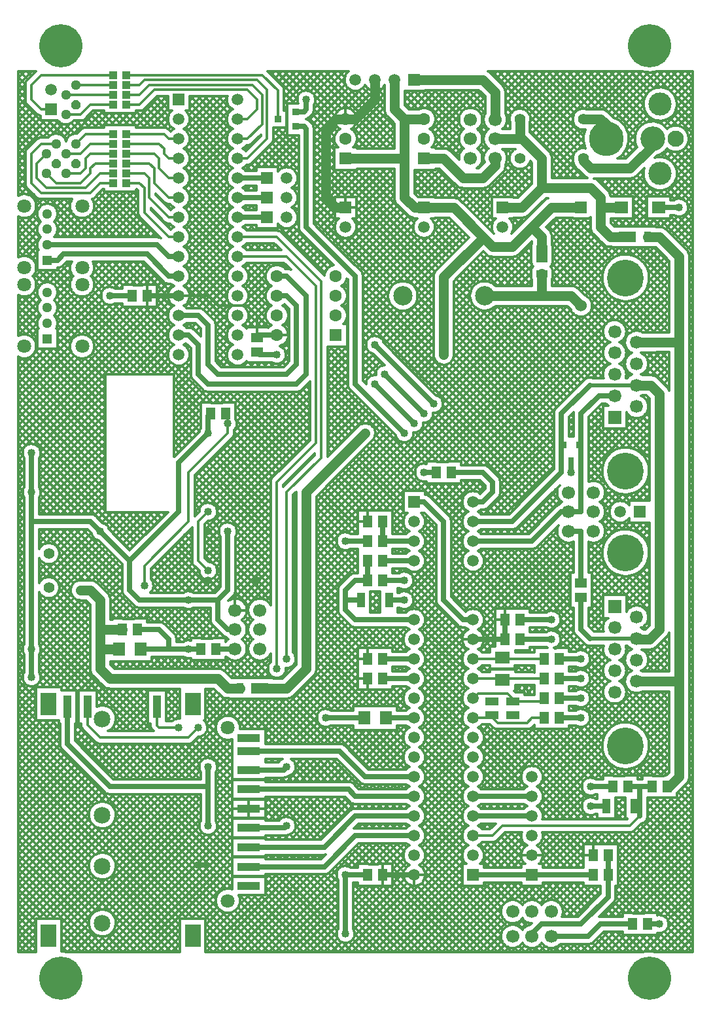
<source format=gbr>
G04 DipTrace 2.1.0.5*
%INTop.gbr*%
%MOIN*%
%ADD10C,0.0098*%
%ADD11C,0.0055*%
%ADD12C,0.003*%
%ADD13C,0.05*%
%ADD14C,0.025*%
%ADD15C,0.0125*%
%ADD16C,0.02*%
%ADD17C,0.1*%
%ADD18C,0.01*%
%ADD19C,0.0013*%
%ADD20C,0.15*%
%ADD21C,0.0039*%
%ADD22R,0.0591X0.0591*%
%ADD23C,0.0591*%
%ADD24R,0.0512X0.0591*%
%ADD25R,0.0591X0.0512*%
%ADD26R,0.063X0.0709*%
%ADD27C,0.0984*%
%ADD28R,0.0665X0.0665*%
%ADD29C,0.0665*%
%ADD30C,0.1874*%
%ADD31R,0.0394X0.0748*%
%ADD32R,0.0866X0.0551*%
%ADD33R,0.0354X0.0551*%
%ADD34C,0.0591*%
%ADD35C,0.0512*%
%ADD36R,0.0886X0.0197*%
%ADD37R,0.1378X0.0807*%
%ADD38R,0.1535X0.0807*%
%ADD39C,0.0551*%
%ADD40R,0.1181X0.0433*%
%ADD41R,0.0787X0.1181*%
%ADD42R,0.0394X0.1181*%
%ADD43C,0.0709*%
%ADD44R,0.165X0.0701*%
%ADD45R,0.1732X0.1358*%
%ADD46C,0.085*%
%ADD47C,0.0079*%
%ADD48R,0.063X0.063*%
%ADD49C,0.063*%
%ADD50C,0.22*%
%ADD51R,0.0374X0.0354*%
%ADD52R,0.0433X0.0394*%
%ADD53C,0.06*%
%ADD54R,0.0512X0.0512*%
%ADD55C,0.0709*%
%ADD56R,0.0748X0.0591*%
%ADD57C,0.063*%
%ADD58C,0.0669*%
%ADD59R,0.0315X0.0512*%
%ADD60R,0.0512X0.0315*%
%ADD61R,0.0512X0.0236*%
%ADD62C,0.0142*%
%ADD63R,0.0315X0.0217*%
%ADD64R,0.0138X0.0571*%
%ADD65R,0.0315X0.0354*%
%ADD66R,0.0669X0.0598*%
%ADD67C,0.0827*%
%ADD68C,0.1181*%
%ADD69C,0.126*%
%ADD70C,0.1772*%
%ADD71R,0.0669X0.0394*%
%ADD72C,0.04*%
%ADD73C,0.0191*%
%ADD74C,0.0394*%
%ADD75C,0.0429*%
%ADD76C,0.1283*%
%ADD77C,0.0354*%
%ADD78C,0.0469*%
%ADD79C,0.13*%
%ADD80C,0.038*%
%ADD81C,0.0315*%
%ADD82C,0.0276*%
%ADD83C,0.0906*%
%ADD84C,0.1181*%
%ADD85C,0.0479*%
%ADD86C,0.0321*%
%ADD87R,0.0748X0.0472*%
%ADD88R,0.0591X0.0315*%
%ADD89C,0.185*%
%ADD90C,0.1693*%
%ADD91C,0.1339*%
%ADD92C,0.1102*%
%ADD93C,0.0906*%
%ADD94C,0.0748*%
%ADD95R,0.0748X0.0677*%
%ADD96R,0.0591X0.052*%
%ADD97R,0.0394X0.0433*%
%ADD98R,0.0236X0.0276*%
%ADD99R,0.0217X0.065*%
%ADD100R,0.0059X0.0492*%
%ADD101R,0.0394X0.0295*%
%ADD102R,0.0236X0.0138*%
%ADD103R,0.0433X0.0157*%
%ADD104R,0.0591X0.0394*%
%ADD105R,0.0433X0.0236*%
%ADD106R,0.0394X0.0591*%
%ADD107R,0.0236X0.0433*%
%ADD108C,0.0748*%
%ADD109C,0.0551*%
%ADD110R,0.0827X0.0669*%
%ADD111R,0.0669X0.0512*%
%ADD112C,0.0787*%
%ADD113R,0.0433X0.0433*%
%ADD114C,0.0679*%
%ADD115C,0.0521*%
%ADD116R,0.0512X0.0472*%
%ADD117R,0.0354X0.0315*%
%ADD118R,0.0453X0.0433*%
%ADD119R,0.0295X0.0276*%
%ADD120C,0.2279*%
%ADD121C,0.2121*%
%ADD122R,0.0709X0.0709*%
%ADD123R,0.0551X0.0551*%
%ADD124C,0.0929*%
%ADD125C,0.0772*%
%ADD126R,0.1811X0.1437*%
%ADD127R,0.1654X0.128*%
%ADD128R,0.1728X0.078*%
%ADD129R,0.1571X0.0622*%
%ADD130C,0.0787*%
%ADD131R,0.0472X0.126*%
%ADD132R,0.0315X0.1102*%
%ADD133R,0.0866X0.126*%
%ADD134R,0.0709X0.1102*%
%ADD135R,0.126X0.0512*%
%ADD136R,0.1102X0.0354*%
%ADD137C,0.0472*%
%ADD138R,0.1614X0.0886*%
%ADD139R,0.1457X0.0728*%
%ADD140R,0.1457X0.0886*%
%ADD141R,0.1299X0.0728*%
%ADD142R,0.0965X0.0276*%
%ADD143R,0.0807X0.0118*%
%ADD144C,0.0433*%
%ADD145C,0.0669*%
%ADD146C,0.0512*%
%ADD147R,0.0433X0.063*%
%ADD148R,0.0276X0.0472*%
%ADD149R,0.0945X0.063*%
%ADD150R,0.0787X0.0472*%
%ADD151R,0.0472X0.0827*%
%ADD152R,0.0315X0.0669*%
%ADD153C,0.1953*%
%ADD154C,0.1795*%
%ADD155C,0.0744*%
%ADD156C,0.0587*%
%ADD157R,0.0744X0.0744*%
%ADD158R,0.0587X0.0587*%
%ADD159C,0.1063*%
%ADD160R,0.0709X0.0787*%
%ADD161R,0.0551X0.063*%
%ADD162R,0.0669X0.0591*%
%ADD163R,0.0512X0.0433*%
%ADD164R,0.0591X0.0669*%
%ADD165R,0.0433X0.0512*%
%ADD166R,0.0669X0.0669*%
%ADD167C,0.0093*%
%ADD168C,0.0077*%
%ADD169C,0.0154*%
%ADD170C,0.0124*%
%FSLAX44Y44*%
%SFA1B1*%
%OFA0B0*%
G04*
G70*
G90*
G75*
G01*
%LNTop*%
%LPD*%
X21000Y43000D2*
D13*
X22000D1*
X23000Y42000D1*
X24000D1*
X23500D1*
X24630Y43016D2*
Y42630D1*
X24000Y42000D1*
X23500Y18500D2*
D14*
X25126D1*
Y19500D2*
Y18500D1*
X18500Y47000D2*
D13*
Y46000D1*
X17500Y45000D1*
X17000D1*
X16500D1*
X16000Y44500D1*
Y41000D1*
X16500Y40500D1*
X16992D1*
X17000Y40492D1*
X20500Y6500D2*
D14*
X18874D1*
X6874Y36000D2*
X8500D1*
X10000Y24000D2*
D15*
Y24250D1*
Y21500D2*
Y21250D1*
X12500Y21500D2*
Y21250D1*
X9500Y7000D2*
D14*
X10000D1*
X13500Y34000D2*
X12626D1*
X12500Y33874D1*
X8500Y36000D2*
D15*
X10000D1*
X10500Y35500D1*
X12000D1*
X12500Y35000D1*
Y33874D1*
X1000Y16567D2*
D14*
Y18000D1*
Y19750D1*
Y19500D1*
Y19750D2*
Y24500D1*
Y26000D1*
Y28000D1*
X4500Y24000D2*
X4000Y24500D1*
X1000D1*
X9000Y20500D2*
X6500D1*
X6000Y21000D1*
Y22500D1*
X8500Y25000D1*
Y27500D1*
X10000Y29000D1*
X6000Y22500D2*
X4500Y24000D1*
X10000Y29000D2*
Y29874D1*
X10126Y30000D1*
X11000Y24000D2*
Y21000D1*
X10500Y20500D1*
X9000D1*
X11370Y19000D2*
X11000D1*
X10500Y19500D1*
Y20500D1*
X19500Y47000D2*
D13*
Y45500D1*
X20000Y45000D1*
X21000Y40492D2*
X20508D1*
X20000Y41000D1*
Y43000D1*
Y45000D1*
X21000D1*
X17000Y43000D2*
X20000D1*
X27000Y38130D2*
Y39000D1*
X26500Y39500D1*
X21000Y40492D2*
X22508D1*
X24016Y38984D1*
X24500Y38500D1*
X25500D1*
X27500Y40500D1*
X29000D1*
X12630Y16000D2*
X14000D1*
X15000Y17000D1*
Y23604D1*
Y26000D1*
X18000Y29000D1*
X22000Y33000D2*
Y36969D1*
X24016Y38984D1*
X18126Y23500D2*
D14*
X17000D1*
X15000D2*
Y23604D1*
X31374Y11000D2*
X32000D1*
X32626D1*
X32000D2*
Y9500D1*
Y10000D1*
X31709D1*
X23500Y8500D2*
D15*
X24500D1*
X25000Y9000D1*
X31500D1*
X32000Y9500D1*
X31829Y33636D2*
D13*
X34000D1*
Y38000D1*
X33000Y39000D1*
X32374D1*
X33374Y11000D2*
X33500D1*
X34000Y11500D1*
Y16364D1*
Y33636D1*
X31829Y16364D2*
X34000D1*
X18126Y22500D2*
D14*
Y21500D1*
X17500D1*
X17000Y21000D1*
Y20500D1*
Y20000D1*
X17500Y19500D1*
X20500D1*
X17791Y20500D2*
X17000D1*
X20500Y25500D2*
X21000D1*
X22000Y24500D1*
Y20500D1*
X23000Y19500D1*
X23500D1*
X31829Y31455D2*
D13*
X32545D1*
X33000Y31000D1*
Y19000D1*
X32500Y18500D1*
X31874D1*
X31829Y18545D1*
D16*
X29455D1*
D14*
X29000Y19000D1*
Y20626D1*
X31829Y31455D2*
D16*
X29455D1*
D14*
X28000Y30000D1*
Y28394D1*
Y27000D1*
X25500Y24500D1*
X23500D1*
X28126Y28394D2*
X28000D1*
X30711Y30909D2*
X29909D1*
X29000Y30000D1*
Y28394D1*
Y25000D1*
X28370D1*
X23500Y23500D2*
X26500D1*
X28000Y25000D1*
X28370D1*
X28874Y28394D2*
X29000D1*
X27874Y17500D2*
X29000D1*
X27874Y16500D2*
X29000D1*
X27874Y15500D2*
X29000D1*
X27874Y14500D2*
X29000D1*
X17949D2*
X16000D1*
X6126Y36000D2*
X5000D1*
X32945Y40500D2*
X34000D1*
X28500Y27606D2*
Y27000D1*
X18874Y21500D2*
X20000D1*
X19209Y20500D2*
X20000D1*
X21626Y27000D2*
X21000D1*
X12063Y8892D2*
X13892D1*
X14000Y9000D1*
X17000Y6500D2*
X18126D1*
X12063Y11844D2*
X13844D1*
X14000Y12000D1*
X10000D2*
Y11000D1*
Y9000D1*
X17000Y6500D2*
Y3500D1*
X14463Y45374D2*
X14874D1*
X15000Y45500D1*
Y46000D1*
X6374Y19000D2*
X7500D1*
X8000Y18500D1*
Y18000D1*
X6551D1*
X9626D2*
X9000D1*
X8000D1*
X2831Y15063D2*
Y13169D1*
X5000Y11000D1*
X10000D1*
X30291Y10000D2*
X29500D1*
X30626Y11000D2*
X29500D1*
X25874Y18500D2*
X27500D1*
X25874Y19500D2*
X27500D1*
X16500Y37000D2*
D3*
X12500Y33126D2*
X12626Y33000D1*
X13500D1*
X32374Y4000D2*
X33000D1*
X8500Y44000D2*
D15*
X8000D1*
X7750Y44250D1*
X5835D1*
X8500Y43000D2*
X8000D1*
X7750Y43250D1*
Y43500D1*
X7500Y43750D1*
X5835D1*
X8500Y42000D2*
X8000D1*
X7500Y42500D1*
Y43000D1*
X7250Y43250D1*
X5835D1*
X20000Y29000D2*
D14*
X17500Y31500D1*
Y37000D1*
X15000Y39500D1*
Y44500D1*
X14874Y44626D1*
X14463D1*
X8500Y39000D2*
D15*
X8000D1*
X6750Y40250D1*
Y41500D1*
X6500Y41750D1*
X5835D1*
X8500Y40000D2*
X8000D1*
X7000Y41000D1*
Y42000D1*
X6750Y42250D1*
X5835D1*
X8500Y41000D2*
X8000D1*
X7250Y41750D1*
Y42500D1*
X7000Y42750D1*
X5835D1*
Y46750D2*
X6500D1*
X6750Y47000D1*
X12500D1*
X13000Y46500D1*
Y44000D1*
X12000Y43000D1*
X11500D1*
X5835Y46250D2*
X6500D1*
X7000Y46750D1*
X12250D1*
X12750Y46250D1*
Y44750D1*
X12000Y44000D1*
X11500D1*
Y45000D2*
X12000D1*
X12500Y45500D1*
Y46000D1*
X12000Y46500D1*
X7250D1*
X6500Y45750D1*
X5835D1*
X2750Y42250D2*
X3500D1*
X3750Y42500D1*
Y43000D1*
X4000Y43250D1*
X5165D1*
X5835Y47250D2*
X12750D1*
X13537Y46463D1*
Y45000D1*
X20500Y23500D2*
D14*
X18874D1*
Y24500D2*
Y23500D1*
X10374Y18000D2*
X11354D1*
X11370Y18016D1*
X29114Y42996D2*
D13*
Y42886D1*
X29500Y42500D1*
X31500D1*
X32638Y43638D1*
Y44000D1*
X24630Y44984D2*
Y46370D1*
X24000Y47000D1*
X20500D1*
X11626Y16000D2*
X11000D1*
X10500Y16500D1*
X5000D1*
X4500Y17000D1*
Y18000D1*
Y19000D1*
Y20500D1*
X4000Y21000D1*
X3500D1*
X5626Y19000D2*
X4500D1*
X5449Y18000D2*
X4500D1*
X20500Y22500D2*
D14*
X18874D1*
X2000Y45500D2*
D15*
X1500D1*
X1000Y46000D1*
Y46750D1*
X1500Y47250D1*
X5165D1*
X29000Y21374D2*
D14*
Y24016D1*
X28370D1*
X30276Y44000D2*
D13*
Y44724D1*
X30000Y45000D1*
X29118D1*
X29114Y45004D1*
X2750Y45250D2*
D15*
X3500D1*
X4000Y45750D1*
X5165D1*
X2750Y46250D2*
X5165D1*
X3250Y46750D2*
X5165D1*
X2250Y43750D2*
X1500D1*
X1000Y43250D1*
Y41750D1*
X1500Y41250D1*
X4000D1*
X4500Y41750D1*
X5165D1*
X1750Y43250D2*
X1250Y42750D1*
Y42000D1*
X1750Y41500D1*
X3750D1*
X4500Y42250D1*
X5165D1*
X1750D2*
X2250Y41750D1*
X3500D1*
X4000Y42250D1*
Y42500D1*
X4250Y42750D1*
X5165D1*
X3250Y43750D2*
X3750Y44250D1*
X5165D1*
X2750Y43250D2*
X3500D1*
X4000Y43750D1*
X5165D1*
X29000Y35500D2*
D13*
X28500Y36000D1*
X27000D1*
X24087D1*
X27000Y37126D2*
Y36000D1*
X25886Y45004D2*
Y44000D1*
X24630D1*
X25886D2*
X26000D1*
X27000Y43000D1*
Y41500D1*
X26000Y40500D1*
X25008D1*
X25000Y40492D1*
X31370Y39000D2*
X30500D1*
X30000Y39500D1*
Y40500D1*
Y41000D1*
X29500Y41500D1*
X27000D1*
X31055Y40500D2*
X30000D1*
X23500Y25500D2*
D14*
X24000D1*
X24500Y26000D1*
Y26500D1*
X24000Y27000D1*
X22374D1*
X30374Y7500D2*
Y6500D1*
X26500Y3370D2*
Y3500D1*
X27000Y4000D1*
X29000D1*
X30374Y5374D1*
Y6500D1*
X27484Y3370D2*
X29370D1*
X30000Y4000D1*
X31626D1*
X23500Y14500D2*
D15*
X24323D1*
X24469Y14646D1*
X27126Y14500D2*
X26500D1*
X26250Y14250D1*
X24750D1*
X24500Y14500D1*
Y14614D1*
X24469Y14646D1*
X23500Y15500D2*
X23750Y15750D1*
X25250D1*
X25500Y15500D1*
Y15386D1*
X25531Y15354D1*
X26980D1*
X27126Y15500D1*
X23500Y10500D2*
D14*
X26500D1*
X23500Y9500D2*
X26500D1*
X10000Y25000D2*
D15*
X9500Y24500D1*
Y22500D1*
X10000Y22000D1*
X26500Y6500D2*
D14*
X23500D1*
X21500Y30500D2*
X18500Y33500D1*
X26500Y6500D2*
X29626D1*
X11000Y29500D2*
D15*
Y29000D1*
X9000Y27000D1*
Y24500D1*
X6750Y22250D1*
Y21250D1*
X11000Y29500D2*
Y29874D1*
X10874Y30000D1*
X13500Y36000D2*
D14*
X14000D1*
X14500Y35500D1*
Y32500D1*
X14000Y32000D1*
X10500D1*
X10000Y32500D1*
Y34500D1*
X9500Y35000D1*
X8500D1*
X18874Y17500D2*
X20500D1*
Y29500D2*
X18500Y31500D1*
X7378Y15063D2*
D15*
Y14122D1*
X7500Y14000D1*
X8500D1*
X13500Y17000D2*
Y26500D1*
X15500Y28500D1*
Y36500D1*
X14000Y38000D1*
X11500D1*
X12063Y6923D2*
D14*
X15923D1*
X17500Y8500D1*
X20500D1*
X12063Y12799D2*
X16701D1*
X18000Y11500D1*
X20500D1*
X12063Y7907D2*
X15907D1*
X17500Y9500D1*
X20500D1*
X12063Y10860D2*
X17140D1*
X17500Y10500D1*
X20500D1*
X3854Y15063D2*
D15*
Y14146D1*
X4500Y13500D1*
X9000D1*
X9500Y14000D1*
X14000Y17500D2*
Y26000D1*
X15750Y27750D1*
Y36750D1*
X13500Y39000D1*
X11500D1*
X13500Y37000D2*
D14*
X14000D1*
X15000Y36000D1*
Y32000D1*
X14500Y31500D1*
X10000D1*
X9500Y32000D1*
Y33500D1*
X9000Y34000D1*
X8500D1*
X18874Y16500D2*
X20500D1*
X21000Y30000D2*
X19000Y32000D1*
X23500Y16500D2*
D15*
X24929D1*
X25000Y16429D1*
X27126Y16500D2*
X25071D1*
X25000Y16429D1*
X23500Y17500D2*
X24929D1*
X25000Y17571D1*
X27126Y17500D2*
X25071D1*
X25000Y17571D1*
X1800Y37819D2*
D14*
X2319D1*
X2625Y38125D1*
X6875D1*
X8000Y37000D1*
X8500D1*
X1800Y38606D2*
X7394D1*
X8000Y38000D1*
X8500D1*
X20500Y14500D2*
X19051D1*
X11500Y40000D2*
X13000D1*
X11500Y41000D2*
X13000D1*
X11500Y42000D2*
X13000D1*
D72*
X10000Y24000D3*
Y21500D3*
X12500D3*
X9500Y7000D3*
X1000Y16567D3*
Y28000D3*
Y18000D3*
Y26000D3*
X4500Y24000D3*
X9000Y20500D3*
X10000Y29000D3*
X4500Y24000D3*
X11000D3*
X9000Y20500D3*
X18000Y29000D3*
X22000Y33000D3*
X17000Y23500D3*
X15000D3*
X29000Y17500D3*
Y16500D3*
Y15500D3*
Y14500D3*
X16000D3*
X5000Y36000D3*
X34000Y40500D3*
X28500Y27000D3*
X20000Y21500D3*
Y20500D3*
X21000Y27000D3*
X14000Y9000D3*
X17000Y6500D3*
X14000Y12000D3*
X10000D3*
Y9000D3*
X17000Y3500D3*
Y6500D3*
X15000Y46000D3*
X9000Y18000D3*
X29500Y10000D3*
Y11000D3*
X27500Y18500D3*
Y19500D3*
X13500Y33000D3*
X33000Y4000D3*
X20000Y29000D3*
X3500Y21000D3*
X10000Y25000D3*
Y22000D3*
X21500Y30500D3*
X18500Y33500D3*
X11000Y29500D3*
X6750Y21250D3*
X11000Y29500D3*
X20500D3*
X18500Y31500D3*
X8500Y14000D3*
X13500Y17000D3*
X9500Y14000D3*
X14000Y17500D3*
X21000Y30000D3*
X19000Y32000D3*
X657Y47429D2*
D15*
X321Y47093D1*
X1011Y47429D2*
X321Y46739D1*
X666Y46731D2*
X321Y46385D1*
X666Y46377D2*
X321Y46032D1*
X666Y46023D2*
X321Y45679D1*
X760Y45764D2*
X321Y45324D1*
X937Y45587D2*
X321Y44971D1*
X1114Y45410D2*
X321Y44618D1*
X1292Y45235D2*
X321Y44264D1*
X1434Y45024D2*
X321Y43910D1*
X1698Y44934D2*
X321Y43557D1*
X2051Y44934D2*
X321Y43204D1*
X2361Y44890D2*
X1555Y44084D1*
X666Y43195D2*
X321Y42850D1*
X2575Y44750D2*
X2064Y44239D1*
X666Y42841D2*
X321Y42496D1*
X2942Y44764D2*
X2427Y44248D1*
X666Y42488D2*
X321Y42143D1*
X3448Y44916D2*
X2641Y44109D1*
X666Y42134D2*
X321Y41789D1*
X4301Y45416D2*
X3152Y44266D1*
X666Y41781D2*
X321Y41436D1*
X4655Y45416D2*
X3823Y44584D1*
X756Y41517D2*
X392Y41154D1*
X4874Y45282D2*
X4177Y44584D1*
X933Y41340D2*
X775Y41183D1*
X5228Y45282D2*
X4530Y44584D1*
X1110Y41163D2*
X1013Y41066D1*
X5581Y45282D2*
X5018Y44718D1*
X1288Y40988D2*
X1173Y40873D1*
X5935Y45282D2*
X5371Y44718D1*
X1569Y40916D2*
X1245Y40591D1*
X603Y39949D2*
X321Y39667D1*
X6422Y45416D2*
X5725Y44718D1*
X1923Y40916D2*
X1704Y40698D1*
X1284Y40277D2*
X321Y39314D1*
X7526Y46166D2*
X6078Y44718D1*
X2277Y40916D2*
X2022Y40662D1*
X1319Y39959D2*
X321Y38960D1*
X7880Y46166D2*
X6323Y44609D1*
X2630Y40916D2*
X2220Y40506D1*
X1325Y39611D2*
X321Y38607D1*
X7933Y45866D2*
X6651Y44584D1*
X2984Y40916D2*
X2323Y40256D1*
X1297Y39230D2*
X321Y38253D1*
X7933Y45512D2*
X7005Y44584D1*
X2948Y40527D2*
X2182Y39761D1*
X1433Y39012D2*
X444Y38023D1*
X7973Y45199D2*
X7359Y44584D1*
X3031Y40256D2*
X2309Y39535D1*
X1281Y38506D2*
X800Y38025D1*
X9294Y46166D2*
X9067Y45939D1*
X7957Y44829D2*
X7712Y44584D1*
X3198Y40070D2*
X2233Y39105D1*
X1272Y38144D2*
X1029Y37901D1*
X9647Y46166D2*
X9067Y45585D1*
X8088Y44606D2*
X7979Y44497D1*
X4764Y41282D2*
X4185Y40703D1*
X3442Y39961D2*
X2485Y39003D1*
X1272Y37791D2*
X1184Y37702D1*
X10001Y46166D2*
X9034Y45199D1*
X5117Y41282D2*
X4120Y40285D1*
X3862Y40027D2*
X2838Y39003D1*
X1272Y37437D2*
X1244Y37409D1*
X10354Y46166D2*
X9045Y44856D1*
X5471Y41282D2*
X3192Y39003D1*
X1481Y37292D2*
X1130Y36941D1*
X10708Y46166D2*
X8923Y44381D1*
X5824Y41282D2*
X3545Y39003D1*
X1835Y37292D2*
X1235Y36693D1*
X502Y35960D2*
X321Y35778D1*
X10936Y46040D2*
X9048Y44152D1*
X6178Y41282D2*
X3899Y39003D1*
X2188Y37292D2*
X1507Y36611D1*
X1369Y36473D2*
X1148Y36252D1*
X942Y36047D2*
X321Y35425D1*
X10992Y45743D2*
X9006Y43757D1*
X6417Y41168D2*
X4253Y39003D1*
X2978Y37729D2*
X1941Y36691D1*
X1290Y36041D2*
X321Y35071D1*
X11151Y45548D2*
X8951Y43348D1*
X6417Y40814D2*
X4606Y39003D1*
X2950Y37348D2*
X2167Y36564D1*
X1416Y35813D2*
X321Y34718D1*
X13385Y47429D2*
X13217Y47261D1*
X10933Y44977D2*
X9059Y43102D1*
X6417Y40460D2*
X4960Y39003D1*
X3042Y37085D2*
X2302Y36346D1*
X1277Y35320D2*
X321Y34364D1*
X13739Y47429D2*
X13394Y47084D1*
X11013Y44703D2*
X8796Y42486D1*
X6438Y40128D2*
X5313Y39003D1*
X2950Y36640D2*
X2276Y35966D1*
X1380Y35070D2*
X321Y34011D1*
X14092Y47429D2*
X13571Y46907D1*
X11187Y44524D2*
X8976Y42312D1*
X6594Y39930D2*
X5667Y39003D1*
X4392Y37729D2*
X4190Y37527D1*
X2993Y36330D2*
X2280Y35617D1*
X1272Y34609D2*
X709Y34045D1*
X14446Y47429D2*
X13747Y46730D1*
X10939Y43921D2*
X9066Y42048D1*
X6771Y39753D2*
X6020Y39003D1*
X4746Y37729D2*
X4041Y37024D1*
X3137Y36120D2*
X2316Y35299D1*
X1272Y34255D2*
X967Y33950D1*
X14799Y47429D2*
X13870Y46500D1*
X11038Y43667D2*
X8834Y41463D1*
X8037Y40666D2*
X7923Y40553D1*
X6947Y39577D2*
X6374Y39003D1*
X5099Y37729D2*
X4161Y36791D1*
X3355Y35984D2*
X2253Y34882D1*
X1272Y33902D2*
X1144Y33773D1*
X15153Y47429D2*
X13872Y46147D1*
X11226Y43502D2*
X11192Y43468D1*
X11032Y43308D2*
X8999Y41275D1*
X8225Y40501D2*
X8192Y40468D1*
X7124Y39400D2*
X6727Y39003D1*
X5453Y37729D2*
X4185Y36461D1*
X3687Y35962D2*
X2327Y34603D1*
X1272Y33548D2*
X1238Y33514D1*
X529Y32805D2*
X321Y32596D1*
X15506Y47429D2*
X13872Y45794D1*
X10947Y42869D2*
X9066Y40988D1*
X7301Y39223D2*
X7081Y39003D1*
X5807Y37729D2*
X2327Y34250D1*
X1369Y33291D2*
X321Y32243D1*
X15860Y47429D2*
X14885Y46454D1*
X14546Y46115D2*
X14254Y45823D1*
X14005Y45573D2*
X13880Y45449D1*
X12128Y43696D2*
X11868Y43436D1*
X11064Y42633D2*
X8867Y40435D1*
X8065Y39633D2*
X7954Y39522D1*
X7478Y39046D2*
X7433Y39002D1*
X6160Y37729D2*
X4886Y36455D1*
X4546Y36114D2*
X2327Y33896D1*
X1723Y33291D2*
X321Y31889D1*
X16214Y47429D2*
X15210Y46425D1*
X10968Y42183D2*
X9019Y40234D1*
X6514Y37729D2*
X5210Y36425D1*
X4575Y35790D2*
X2327Y33542D1*
X2076Y33291D2*
X321Y31536D1*
X16567Y47429D2*
X15398Y46259D1*
X13690Y44551D2*
X13333Y44195D1*
X10959Y41821D2*
X9060Y39922D1*
X6787Y37649D2*
X5705Y36567D1*
X5599Y36461D2*
X5534Y36396D1*
X4740Y35602D2*
X321Y31182D1*
X16921Y47429D2*
X15470Y45978D1*
X14005Y44513D2*
X11900Y42408D1*
X11093Y41601D2*
X8898Y39406D1*
X6964Y37472D2*
X6059Y36567D1*
X5022Y35530D2*
X3541Y34049D1*
X2948Y33456D2*
X321Y30829D1*
X16943Y47098D2*
X15396Y45551D1*
X14024Y44178D2*
X12242Y42396D1*
X10944Y41099D2*
X9037Y39191D1*
X7141Y37295D2*
X6413Y36567D1*
X5449Y35603D2*
X3840Y33994D1*
X3003Y33157D2*
X321Y30475D1*
X16977Y46777D2*
X15131Y44932D1*
X14377Y44178D2*
X12765Y42566D1*
X10976Y40777D2*
X9041Y38842D1*
X7317Y37118D2*
X6766Y36567D1*
X5633Y35433D2*
X4043Y33844D1*
X3153Y32954D2*
X321Y30122D1*
X17124Y46572D2*
X15308Y44755D1*
X14604Y44051D2*
X13119Y42566D1*
X12157Y41604D2*
X11949Y41397D1*
X11124Y40571D2*
X8929Y38376D1*
X7494Y36942D2*
X7120Y36567D1*
X5986Y35433D2*
X4170Y33617D1*
X3380Y32827D2*
X321Y29768D1*
X17356Y46450D2*
X15396Y44490D1*
X14604Y43698D2*
X13473Y42566D1*
X12433Y41527D2*
X12303Y41397D1*
X10934Y40028D2*
X9050Y38144D1*
X7671Y36765D2*
X7401Y36495D1*
X6340Y35433D2*
X4174Y33268D1*
X3728Y32822D2*
X321Y29414D1*
X17765Y46505D2*
X16811Y45551D1*
X16449Y45189D2*
X15396Y44137D1*
X14604Y43344D2*
X13775Y42515D1*
X10995Y39735D2*
X8994Y37734D1*
X7880Y36620D2*
X7401Y36142D1*
X6693Y35433D2*
X321Y29061D1*
X18157Y46544D2*
X17175Y45562D1*
X16438Y44825D2*
X15396Y43783D1*
X14604Y42991D2*
X14159Y42546D1*
X12217Y40604D2*
X12010Y40397D1*
X11158Y39545D2*
X8955Y37342D1*
X8157Y36544D2*
X7401Y35788D1*
X7047Y35433D2*
X321Y28707D1*
X18407Y46441D2*
X17400Y45433D1*
X16566Y44600D2*
X15396Y43430D1*
X14604Y42637D2*
X14387Y42420D1*
X12433Y40466D2*
X12364Y40397D1*
X10934Y38968D2*
X9060Y37093D1*
X7933Y35966D2*
X321Y28354D1*
X18979Y46659D2*
X17544Y45224D1*
X16426Y44105D2*
X15396Y43076D1*
X14604Y42283D2*
X14529Y42209D1*
X11925Y39604D2*
X11803Y39482D1*
X11017Y38697D2*
X8803Y36483D1*
X8018Y35697D2*
X321Y28000D1*
X18979Y46305D2*
X17576Y44902D1*
X16455Y43781D2*
X15396Y42722D1*
X14604Y41930D2*
X14551Y41877D1*
X12278Y39604D2*
X12007Y39333D1*
X11194Y38520D2*
X8980Y36306D1*
X8193Y35519D2*
X1129Y28455D1*
X545Y27871D2*
X321Y27647D1*
X18979Y45952D2*
X17431Y44403D1*
X16415Y43387D2*
X15396Y42369D1*
X14604Y41576D2*
X14417Y41390D1*
X12461Y39433D2*
X12361Y39333D1*
X10939Y37911D2*
X9066Y36038D1*
X7939Y34911D2*
X5049Y32022D1*
X4729Y31702D2*
X1350Y28322D1*
X604Y27577D2*
X321Y27293D1*
X18979Y45598D2*
X17561Y44179D1*
X16415Y43033D2*
X15396Y42015D1*
X14604Y41223D2*
X14544Y41163D1*
X12814Y39433D2*
X12714Y39333D1*
X12048Y38666D2*
X11839Y38458D1*
X11042Y37661D2*
X8839Y35458D1*
X8042Y34661D2*
X5403Y32022D1*
X4729Y31348D2*
X1466Y28084D1*
X604Y27223D2*
X321Y26940D1*
X20168Y46434D2*
X20022Y46287D1*
X19022Y45287D2*
X17554Y43819D1*
X16415Y42680D2*
X15396Y41662D1*
X14604Y40869D2*
X14519Y40785D1*
X13168Y39433D2*
X13068Y39333D1*
X12401Y38666D2*
X12068Y38333D1*
X11013Y37279D2*
X9130Y35396D1*
X8013Y34279D2*
X5757Y32022D1*
X4729Y30995D2*
X1397Y27662D1*
X604Y26869D2*
X321Y26586D1*
X20522Y46434D2*
X20022Y45933D1*
X19173Y45084D2*
X17609Y43521D1*
X16502Y42413D2*
X15396Y41308D1*
X14604Y40516D2*
X14445Y40357D1*
X13644Y39556D2*
X13421Y39333D1*
X12755Y38666D2*
X12422Y38333D1*
X10950Y36861D2*
X9484Y35396D1*
X7949Y33860D2*
X6110Y32022D1*
X4729Y30641D2*
X1397Y27308D1*
X604Y26516D2*
X321Y26232D1*
X20875Y46434D2*
X20092Y45650D1*
X19349Y44908D2*
X17962Y43521D1*
X16855Y42413D2*
X15396Y40955D1*
X14604Y40162D2*
X14557Y40116D1*
X13886Y39444D2*
X13707Y39266D1*
X13108Y38666D2*
X12775Y38333D1*
X12108Y37667D2*
X11873Y37432D1*
X11068Y36627D2*
X9752Y35310D1*
X9045Y34603D2*
X8874Y34432D1*
X8069Y33627D2*
X6464Y32022D1*
X4729Y30288D2*
X1397Y26955D1*
X542Y26100D2*
X321Y25879D1*
X21274Y46479D2*
X20317Y45522D1*
X19479Y44684D2*
X18316Y43521D1*
X17209Y42413D2*
X15396Y40601D1*
X14604Y39809D2*
X13887Y39092D1*
X13409Y38614D2*
X13129Y38333D1*
X12462Y37667D2*
X12022Y37227D1*
X10962Y36167D2*
X9930Y35135D1*
X9366Y34570D2*
X9161Y34366D1*
X7962Y33167D2*
X6817Y32022D1*
X4729Y29934D2*
X1397Y26601D1*
X578Y25782D2*
X321Y25525D1*
X21628Y46479D2*
X20671Y45522D1*
X19479Y44330D2*
X18670Y43521D1*
X17627Y42478D2*
X15396Y40248D1*
X14605Y39456D2*
X14064Y38915D1*
X13586Y38437D2*
X13482Y38333D1*
X12815Y37667D2*
X12057Y36908D1*
X10962Y35813D2*
X10107Y34958D1*
X9542Y34393D2*
X9357Y34208D1*
X7962Y32814D2*
X7171Y32022D1*
X4729Y29580D2*
X1402Y26253D1*
X604Y25455D2*
X321Y25172D1*
X21982Y46479D2*
X21084Y45581D1*
X19479Y43977D2*
X19023Y43521D1*
X17981Y42478D2*
X16561Y41058D1*
X16434Y40931D2*
X15396Y39894D1*
X14719Y39216D2*
X14240Y38738D1*
X13169Y37667D2*
X11905Y36403D1*
X11097Y35595D2*
X10284Y34781D1*
X9604Y34102D2*
X9534Y34031D1*
X8968Y33465D2*
X8904Y33402D1*
X8098Y32595D2*
X7524Y32022D1*
X4729Y29227D2*
X1470Y25967D1*
X604Y25102D2*
X321Y24818D1*
X22335Y46479D2*
X21339Y45483D1*
X19479Y43623D2*
X19377Y43521D1*
X18334Y42478D2*
X16914Y41058D1*
X16434Y40578D2*
X15461Y39605D1*
X14895Y39039D2*
X14417Y38561D1*
X13523Y37667D2*
X13438Y37582D1*
X12918Y37062D2*
X12039Y36183D1*
X10941Y35085D2*
X10396Y34540D1*
X9103Y33247D2*
X9039Y33183D1*
X8317Y32461D2*
X7878Y32022D1*
X4729Y28873D2*
X1397Y25541D1*
X604Y24748D2*
X321Y24465D1*
X22689Y46479D2*
X21508Y45298D1*
X18688Y42478D2*
X17268Y41058D1*
X16434Y40224D2*
X15638Y39429D1*
X15072Y38863D2*
X14594Y38384D1*
X13866Y37657D2*
X13745Y37535D1*
X12965Y36755D2*
X12036Y35827D1*
X10980Y34770D2*
X10396Y34186D1*
X9103Y32894D2*
X9035Y32826D1*
X8674Y32464D2*
X8231Y32022D1*
X4729Y28520D2*
X1397Y25187D1*
X604Y24395D2*
X321Y24111D1*
X23042Y46479D2*
X21586Y45023D1*
X19041Y42478D2*
X17566Y41003D1*
X16489Y39926D2*
X15815Y39252D1*
X15249Y38686D2*
X14771Y38208D1*
X14043Y37480D2*
X13959Y37396D1*
X13115Y36552D2*
X11934Y35371D1*
X11129Y34566D2*
X10396Y33832D1*
X9103Y32540D2*
X8271Y31708D1*
X4729Y28166D2*
X1459Y24896D1*
X604Y24041D2*
X321Y23758D1*
X23396Y46479D2*
X21374Y44457D1*
X19395Y42478D2*
X17566Y40649D1*
X16434Y39517D2*
X15992Y39075D1*
X15426Y38509D2*
X14948Y38031D1*
X12914Y35997D2*
X12051Y35135D1*
X10934Y34018D2*
X10396Y33479D1*
X9103Y32187D2*
X8271Y31355D1*
X4729Y27813D2*
X1812Y24896D1*
X604Y23687D2*
X321Y23404D1*
X24699Y47429D2*
X24506Y47236D1*
X23749Y46479D2*
X21530Y44260D1*
X19479Y42209D2*
X17566Y40296D1*
X16502Y39231D2*
X16168Y38898D1*
X15602Y38332D2*
X15124Y37854D1*
X12984Y35714D2*
X11978Y34708D1*
X10999Y33729D2*
X10396Y33125D1*
X9128Y31858D2*
X8271Y31001D1*
X4729Y27459D2*
X2166Y24896D1*
X604Y23334D2*
X321Y23050D1*
X25052Y47429D2*
X24683Y47059D1*
X23941Y46318D2*
X23180Y45556D1*
X22798Y45174D2*
X21584Y43960D1*
X19479Y41855D2*
X17464Y39840D1*
X16669Y39045D2*
X16345Y38721D1*
X15779Y38155D2*
X15301Y37677D1*
X13150Y35526D2*
X12025Y34401D1*
X11164Y33540D2*
X10396Y32772D1*
X9279Y31655D2*
X8271Y30648D1*
X4729Y27106D2*
X2519Y24896D1*
X1727Y24103D2*
X1397Y23773D1*
X604Y22980D2*
X321Y22697D1*
X25406Y47429D2*
X24859Y46882D1*
X24108Y46131D2*
X23545Y45567D1*
X22788Y44811D2*
X21563Y43586D1*
X19479Y41502D2*
X17562Y39585D1*
X16923Y38945D2*
X16522Y38545D1*
X15956Y37979D2*
X15478Y37501D1*
X12916Y34939D2*
X12379Y34401D1*
X10934Y32957D2*
X10521Y32544D1*
X9455Y31478D2*
X8271Y30294D1*
X4729Y26752D2*
X2873Y24896D1*
X2080Y24103D2*
X1397Y23419D1*
X604Y22627D2*
X321Y22343D1*
X25760Y47429D2*
X25035Y46704D1*
X24108Y45778D2*
X23773Y45442D1*
X22912Y44582D2*
X21851Y43521D1*
X20744Y42413D2*
X20522Y42191D1*
X19479Y41148D2*
X16699Y38368D1*
X16133Y37802D2*
X15655Y37324D1*
X13883Y35552D2*
X13823Y35493D1*
X13007Y34677D2*
X12732Y34401D1*
X11021Y32691D2*
X10727Y32396D1*
X9632Y31301D2*
X8271Y29941D1*
X4729Y26398D2*
X3226Y24896D1*
X2434Y24103D2*
X1717Y23386D1*
X604Y22273D2*
X321Y21990D1*
X26113Y47429D2*
X25144Y46460D1*
X24108Y45424D2*
X23923Y45239D1*
X22772Y44087D2*
X22177Y43493D1*
X21098Y42413D2*
X20522Y41837D1*
X19507Y40822D2*
X16876Y38191D1*
X16310Y37625D2*
X16120Y37436D1*
X16064Y37380D2*
X15831Y37147D1*
X14060Y35375D2*
X13999Y35314D1*
X13186Y34501D2*
X13120Y34436D1*
X11200Y32515D2*
X11081Y32396D1*
X9825Y31141D2*
X8271Y29587D1*
X4729Y26045D2*
X3580Y24896D1*
X2788Y24103D2*
X2065Y23381D1*
X604Y21920D2*
X321Y21636D1*
X26467Y47429D2*
X25151Y46113D1*
X24024Y44986D2*
X23974Y44936D1*
X22807Y43770D2*
X22390Y43352D1*
X21451Y42413D2*
X20522Y41484D1*
X19648Y40610D2*
X17052Y38014D1*
X11472Y32434D2*
X11434Y32396D1*
X10142Y31104D2*
X8271Y29234D1*
X4729Y25691D2*
X3934Y24896D1*
X3141Y24103D2*
X2279Y23241D1*
X1500Y22462D2*
X1397Y22359D1*
X604Y21566D2*
X321Y21283D1*
X26820Y47429D2*
X25151Y45759D1*
X24092Y44700D2*
X23811Y44420D1*
X22950Y43558D2*
X22567Y43175D1*
X21824Y42433D2*
X20567Y41176D1*
X19824Y40433D2*
X17229Y37838D1*
X14104Y34712D2*
X13859Y34468D1*
X11991Y32599D2*
X11788Y32396D1*
X10495Y31104D2*
X9958Y30566D1*
X9599Y30207D2*
X8271Y28880D1*
X4729Y25338D2*
X4224Y24832D1*
X3495Y24103D2*
X2403Y23012D1*
X1728Y22337D2*
X1397Y22005D1*
X604Y21213D2*
X321Y20929D1*
X27174Y47429D2*
X25151Y45406D1*
X24252Y44507D2*
X23945Y44200D1*
X22001Y42256D2*
X20803Y41058D1*
X20001Y40256D2*
X17406Y37661D1*
X14104Y34359D2*
X14021Y34276D1*
X12345Y32599D2*
X12141Y32396D1*
X10849Y31104D2*
X10311Y30566D1*
X9599Y29854D2*
X8271Y28526D1*
X4729Y24984D2*
X4406Y24661D1*
X3840Y24095D2*
X2348Y22603D1*
X2138Y22393D2*
X1397Y21651D1*
X604Y20859D2*
X321Y20576D1*
X27527Y47429D2*
X25221Y45123D1*
X24027Y43928D2*
X23956Y43858D1*
X22178Y42079D2*
X21157Y41058D1*
X20181Y40082D2*
X17583Y37484D1*
X12698Y32599D2*
X12495Y32396D1*
X11202Y31104D2*
X10665Y30566D1*
X9599Y29500D2*
X8271Y28173D1*
X5077Y24979D2*
X4583Y24484D1*
X4017Y23918D2*
X1767Y21668D1*
X604Y20505D2*
X321Y20222D1*
X27881Y47429D2*
X25993Y45541D1*
X25349Y44896D2*
X25167Y44715D1*
X24119Y43667D2*
X23847Y43395D1*
X22354Y41902D2*
X21510Y41058D1*
X20428Y39976D2*
X17759Y37307D1*
X17104Y36651D2*
X16892Y36440D1*
X14104Y33652D2*
X13811Y33359D1*
X13056Y32604D2*
X12848Y32396D1*
X11556Y31104D2*
X11018Y30566D1*
X9538Y29086D2*
X8271Y27819D1*
X5431Y24979D2*
X4811Y24358D1*
X4141Y23689D2*
X2091Y21639D1*
X604Y20152D2*
X321Y19868D1*
X28234Y47429D2*
X26235Y45429D1*
X25365Y44559D2*
X25326Y44521D1*
X24095Y43289D2*
X23962Y43156D1*
X22531Y41726D2*
X21820Y41014D1*
X20454Y39648D2*
X17889Y37083D1*
X17104Y36298D2*
X17040Y36234D1*
X14104Y33298D2*
X13950Y33145D1*
X13355Y32550D2*
X13202Y32396D1*
X11909Y31104D2*
X11372Y30566D1*
X5784Y24979D2*
X4951Y24146D1*
X4355Y23549D2*
X2296Y21490D1*
X1520Y20714D2*
X1397Y20591D1*
X604Y19798D2*
X321Y19515D1*
X28588Y47429D2*
X26387Y45228D1*
X24038Y42879D2*
X23909Y42750D1*
X22718Y41558D2*
X22173Y41014D1*
X20468Y39309D2*
X17896Y36737D1*
X14104Y32945D2*
X13555Y32396D1*
X12263Y31104D2*
X11401Y30242D1*
X6138Y24979D2*
X5113Y23954D1*
X4547Y23388D2*
X2410Y21251D1*
X1757Y20598D2*
X1397Y20237D1*
X604Y19445D2*
X321Y19161D1*
X28941Y47429D2*
X26423Y44910D1*
X22991Y41478D2*
X22525Y41013D1*
X20607Y39095D2*
X17896Y36383D1*
X17104Y35591D2*
X16924Y35411D1*
X12617Y31104D2*
X11401Y29888D1*
X6492Y24979D2*
X5290Y23777D1*
X4724Y23211D2*
X1397Y19884D1*
X604Y19091D2*
X321Y18808D1*
X29295Y47429D2*
X26408Y44541D1*
X25344Y43478D2*
X25167Y43301D1*
X23345Y41478D2*
X22796Y40930D1*
X21838Y39972D2*
X21544Y39677D1*
X20831Y38965D2*
X17896Y36030D1*
X17104Y35237D2*
X17056Y35190D1*
X12970Y31104D2*
X11463Y29597D1*
X6845Y24979D2*
X5467Y23600D1*
X4901Y23034D2*
X3367Y21501D1*
X2999Y21132D2*
X1397Y19530D1*
X604Y18738D2*
X321Y18454D1*
X29649Y47429D2*
X26481Y44261D1*
X25361Y43141D2*
X25235Y43015D1*
X23698Y41478D2*
X22981Y40761D1*
X22192Y39972D2*
X21524Y39304D1*
X21203Y38983D2*
X17896Y35676D1*
X17104Y34884D2*
X17062Y34842D1*
X13324Y31104D2*
X11333Y29113D1*
X7199Y24979D2*
X5643Y23423D1*
X5077Y22857D2*
X3742Y21522D1*
X3017Y20797D2*
X1397Y19177D1*
X604Y18384D2*
X321Y18101D1*
X30002Y47429D2*
X26658Y44084D1*
X25373Y42800D2*
X25147Y42573D1*
X24056Y41482D2*
X23158Y40585D1*
X22415Y39842D2*
X17896Y35323D1*
X13677Y31104D2*
X9333Y26760D1*
X7552Y24979D2*
X5820Y23247D1*
X5254Y22681D2*
X4088Y21515D1*
X3167Y20594D2*
X1397Y18823D1*
X529Y17956D2*
X321Y17747D1*
X30356Y47429D2*
X26834Y43907D1*
X25516Y42589D2*
X23335Y40408D1*
X22592Y39665D2*
X19632Y36705D1*
X19208Y36281D2*
X17896Y34969D1*
X16341Y33414D2*
X16084Y33157D1*
X14031Y31104D2*
X9333Y26406D1*
X7906Y24979D2*
X5997Y23070D1*
X5431Y22504D2*
X4333Y21406D1*
X3412Y20485D2*
X1397Y18469D1*
X604Y17677D2*
X321Y17394D1*
X30709Y47429D2*
X27011Y43731D1*
X25746Y42466D2*
X23512Y40231D1*
X22769Y39488D2*
X20035Y36755D1*
X19159Y35878D2*
X17896Y34616D1*
X16695Y33414D2*
X16084Y32804D1*
X14384Y31104D2*
X9333Y26053D1*
X5604Y22323D2*
X4511Y21230D1*
X3760Y20479D2*
X1445Y18164D1*
X604Y17323D2*
X321Y17040D1*
X31063Y47429D2*
X29182Y45548D1*
X28571Y44937D2*
X27188Y43554D1*
X26447Y42812D2*
X26345Y42711D1*
X26170Y42536D2*
X24692Y41058D1*
X24433Y40799D2*
X23688Y40054D1*
X22946Y39311D2*
X20298Y36664D1*
X19250Y35616D2*
X17896Y34262D1*
X17049Y33415D2*
X16084Y32450D1*
X15166Y31532D2*
X9333Y25699D1*
X5604Y21969D2*
X4688Y21053D1*
X3946Y20312D2*
X1406Y17772D1*
X604Y16970D2*
X321Y16687D1*
X31416Y47429D2*
X29510Y45522D1*
X28669Y44681D2*
X27365Y43377D1*
X26478Y42491D2*
X25046Y41058D1*
X24433Y40445D2*
X23865Y39877D1*
X23122Y39135D2*
X20491Y36503D1*
X19410Y35422D2*
X17896Y33908D1*
X17104Y33116D2*
X16084Y32096D1*
X15166Y31178D2*
X9333Y25346D1*
X5604Y21616D2*
X4864Y20877D1*
X3979Y19992D2*
X1397Y17409D1*
X529Y16542D2*
X321Y16333D1*
X31770Y47429D2*
X29863Y45522D1*
X28858Y44517D2*
X27499Y43157D1*
X26478Y42137D2*
X25399Y41058D1*
X24433Y40092D2*
X24042Y39701D1*
X21536Y37194D2*
X20625Y36284D1*
X19630Y35288D2*
X17896Y33555D1*
X17104Y32762D2*
X16084Y31743D1*
X15166Y30825D2*
X9333Y24992D1*
X5604Y21262D2*
X5000Y20658D1*
X3979Y19638D2*
X1397Y17055D1*
X622Y16281D2*
X321Y15979D1*
X32123Y47429D2*
X30185Y45490D1*
X29153Y44459D2*
X27521Y42826D1*
X26478Y41784D2*
X25716Y41021D1*
X24621Y39926D2*
X24219Y39524D1*
X21479Y36784D2*
X20676Y35981D1*
X19932Y35237D2*
X18646Y33951D1*
X18050Y33355D2*
X17896Y33201D1*
X17104Y32409D2*
X16084Y31389D1*
X15166Y30471D2*
X10146Y25451D1*
X5610Y20916D2*
X5022Y20327D1*
X3979Y19285D2*
X1439Y16745D1*
X822Y16127D2*
X321Y15626D1*
X32428Y47380D2*
X30395Y45346D1*
X29122Y44073D2*
X27521Y42472D1*
X24443Y39394D2*
X24395Y39347D1*
X21479Y36431D2*
X18859Y33810D1*
X18189Y33141D2*
X17896Y32848D1*
X17104Y32055D2*
X16084Y31036D1*
X15166Y30118D2*
X10360Y25311D1*
X9167Y24118D2*
X7084Y22035D1*
X5742Y20693D2*
X5022Y19973D1*
X3979Y18931D2*
X1427Y16379D1*
X1188Y16140D2*
X321Y15272D1*
X32822Y47420D2*
X30572Y45170D1*
X29145Y43743D2*
X28894Y43492D1*
X28619Y43217D2*
X27521Y42119D1*
X21479Y36077D2*
X18983Y33581D1*
X18418Y33017D2*
X17896Y32494D1*
X17104Y31702D2*
X16084Y30682D1*
X15166Y29764D2*
X10467Y25065D1*
X9167Y23765D2*
X7084Y21682D1*
X5918Y20516D2*
X5022Y19620D1*
X3979Y18577D2*
X1484Y16082D1*
X1201Y15799D2*
X321Y14919D1*
X33184Y47429D2*
X30794Y45038D1*
X28590Y42835D2*
X27776Y42021D1*
X25734Y39978D2*
X25513Y39757D1*
X21479Y35723D2*
X19160Y33404D1*
X18595Y32840D2*
X17896Y32141D1*
X17124Y31369D2*
X16084Y30329D1*
X15166Y29411D2*
X9833Y24078D1*
X9167Y23411D2*
X7187Y21432D1*
X6095Y20340D2*
X5321Y19566D1*
X3979Y18224D2*
X1837Y16082D1*
X1201Y15445D2*
X321Y14565D1*
X33538Y47429D2*
X32646Y46537D1*
X32266Y46157D2*
X31009Y44900D1*
X28688Y42579D2*
X28130Y42021D1*
X26100Y39991D2*
X25562Y39453D1*
X24187Y38078D2*
X22521Y36412D1*
X21479Y35370D2*
X19337Y33228D1*
X18772Y32663D2*
X17896Y31787D1*
X17272Y31163D2*
X16084Y29975D1*
X15166Y29057D2*
X9833Y23724D1*
X9167Y23058D2*
X7182Y21073D1*
X6277Y20168D2*
X5675Y19566D1*
X3979Y17870D2*
X2191Y16082D1*
X1201Y15092D2*
X321Y14212D1*
X33891Y47429D2*
X33095Y46632D1*
X32171Y45709D2*
X31185Y44722D1*
X28861Y42398D2*
X28483Y42021D1*
X24444Y37981D2*
X22521Y36059D1*
X21479Y35016D2*
X19513Y33051D1*
X18536Y32073D2*
X18426Y31964D1*
X17449Y30986D2*
X16084Y29622D1*
X15166Y28703D2*
X10926Y24463D1*
X10537Y24074D2*
X9833Y23371D1*
X9167Y22704D2*
X7359Y20896D1*
X6566Y20104D2*
X6029Y19566D1*
X3979Y17517D2*
X2532Y16069D1*
X1201Y14738D2*
X321Y13858D1*
X34245Y47429D2*
X33379Y46563D1*
X32240Y45424D2*
X31320Y44504D1*
X29037Y42221D2*
X28837Y42021D1*
X24795Y37979D2*
X22521Y35705D1*
X21479Y34663D2*
X19690Y32874D1*
X17626Y30810D2*
X16084Y29268D1*
X13166Y26350D2*
X11231Y24415D1*
X10585Y23769D2*
X9833Y23017D1*
X9189Y22373D2*
X7712Y20896D1*
X6920Y20104D2*
X6382Y19566D1*
X3979Y17163D2*
X2740Y15924D1*
X1201Y14385D2*
X321Y13505D1*
X34598Y47429D2*
X33596Y46426D1*
X32376Y45206D2*
X31410Y44240D1*
X29224Y42054D2*
X29191Y42021D1*
X25148Y37979D2*
X23909Y36740D1*
X23346Y36176D2*
X22521Y35352D1*
X21479Y34309D2*
X19867Y32697D1*
X17802Y30633D2*
X16084Y28914D1*
X13166Y25997D2*
X11409Y24240D1*
X10604Y23435D2*
X9833Y22664D1*
X9346Y22177D2*
X8066Y20896D1*
X7273Y20104D2*
X6736Y19566D1*
X4003Y16833D2*
X3094Y15924D1*
X1528Y14358D2*
X321Y13151D1*
X34679Y47155D2*
X33761Y46237D1*
X32566Y45043D2*
X32385Y44862D1*
X31776Y44253D2*
X31428Y43905D1*
X25502Y37979D2*
X24267Y36744D1*
X23344Y35820D2*
X22522Y34998D1*
X21479Y33956D2*
X20044Y32521D1*
X17979Y30456D2*
X16084Y28561D1*
X15416Y27893D2*
X13833Y26310D1*
X13166Y25643D2*
X11466Y23943D1*
X10603Y23080D2*
X10001Y22478D1*
X9523Y22000D2*
X8419Y20896D1*
X7627Y20104D2*
X6920Y19396D1*
X4140Y16617D2*
X3448Y15924D1*
X3386Y15863D2*
X3298Y15775D1*
X1882Y14359D2*
X321Y12798D1*
X34679Y46802D2*
X33867Y45990D1*
X32814Y44937D2*
X32770Y44894D1*
X31745Y43868D2*
X31220Y43343D1*
X30933Y43056D2*
X30898Y43021D1*
X29855Y41978D2*
X29805Y41928D1*
X27855Y39979D2*
X27310Y39433D1*
X26454Y38577D2*
X24513Y36636D1*
X23450Y35573D2*
X22522Y34645D1*
X21479Y33602D2*
X20221Y32344D1*
X18156Y30279D2*
X16084Y28208D1*
X13166Y25290D2*
X11396Y23519D1*
X10603Y22726D2*
X10269Y22392D1*
X9609Y21732D2*
X8796Y20920D1*
X7981Y20104D2*
X7273Y19396D1*
X5252Y17375D2*
X5059Y17183D1*
X4317Y16440D2*
X3801Y15924D1*
X3386Y15509D2*
X3298Y15422D1*
X2235Y14359D2*
X321Y12444D1*
X34679Y46448D2*
X33884Y45653D1*
X33149Y44919D2*
X33040Y44809D1*
X31827Y43597D2*
X31251Y43021D1*
X30209Y41978D2*
X29986Y41756D1*
X28209Y39979D2*
X27467Y39237D1*
X26454Y38223D2*
X24752Y36522D1*
X23621Y35391D2*
X22522Y34291D1*
X21479Y33249D2*
X20397Y32167D1*
X18333Y30103D2*
X16084Y27854D1*
X13166Y24936D2*
X11396Y23165D1*
X10603Y22373D2*
X10430Y22200D1*
X9801Y21570D2*
X9172Y20942D1*
X8334Y20104D2*
X7613Y19383D1*
X5605Y17375D2*
X5251Y17021D1*
X4493Y16263D2*
X4155Y15924D1*
X3386Y15155D2*
X3298Y15068D1*
X2431Y14201D2*
X321Y12091D1*
X34679Y46095D2*
X33250Y44666D1*
X30562Y41978D2*
X30163Y41579D1*
X28553Y39969D2*
X27521Y38937D1*
X26454Y37870D2*
X25106Y36522D1*
X23855Y35271D2*
X22522Y33938D1*
X21486Y32902D2*
X20574Y31990D1*
X18510Y29926D2*
X18098Y29514D1*
X14478Y25895D2*
X14333Y25749D1*
X13166Y24583D2*
X11396Y22812D1*
X10603Y22019D2*
X10448Y21864D1*
X10136Y21553D2*
X9480Y20896D1*
X8688Y20104D2*
X7824Y19240D1*
X5959Y17375D2*
X5605Y17021D1*
X4673Y16089D2*
X4322Y15738D1*
X3386Y14802D2*
X3298Y14715D1*
X2434Y13850D2*
X321Y11737D1*
X34679Y45741D2*
X33571Y44634D1*
X30916Y41978D2*
X30340Y41402D1*
X28866Y39929D2*
X27544Y38607D1*
X26491Y37554D2*
X25459Y36522D1*
X24182Y35244D2*
X22522Y33584D1*
X21599Y32662D2*
X20751Y31814D1*
X18687Y29749D2*
X18338Y29401D1*
X14478Y25541D2*
X14333Y25396D1*
X13166Y24229D2*
X11396Y22458D1*
X10603Y21666D2*
X9834Y20896D1*
X8967Y20029D2*
X8001Y19064D1*
X6312Y17375D2*
X5958Y17021D1*
X4921Y15984D2*
X4322Y15384D1*
X3386Y14448D2*
X3298Y14361D1*
X2434Y13497D2*
X321Y11383D1*
X34679Y45388D2*
X33962Y44671D1*
X31269Y41978D2*
X30486Y41195D1*
X29220Y39929D2*
X27547Y38256D1*
X26454Y37163D2*
X25813Y36522D1*
X24770Y35479D2*
X22522Y33231D1*
X21805Y32514D2*
X20928Y31637D1*
X18863Y29572D2*
X18486Y29195D1*
X14478Y25187D2*
X14333Y25042D1*
X13166Y23875D2*
X11396Y22105D1*
X10603Y21312D2*
X10187Y20896D1*
X9395Y20104D2*
X8178Y18887D1*
X6666Y17375D2*
X6312Y17021D1*
X5270Y15979D2*
X4405Y15114D1*
X3492Y14201D2*
X3227Y13936D1*
X2434Y13143D2*
X321Y11030D1*
X34679Y45034D2*
X34211Y44566D1*
X31648Y42003D2*
X30715Y41071D1*
X29478Y39834D2*
X27547Y37903D1*
X26476Y36831D2*
X26166Y36522D1*
X25124Y35479D2*
X22497Y32852D1*
X22148Y32503D2*
X21105Y31460D1*
X19040Y29396D2*
X18497Y28853D1*
X14478Y24834D2*
X14333Y24689D1*
X13166Y23522D2*
X11396Y21751D1*
X9748Y20104D2*
X8345Y18700D1*
X7249Y17604D2*
X7138Y17493D1*
X7019Y17375D2*
X6665Y17021D1*
X5623Y15979D2*
X4771Y15126D1*
X3586Y13941D2*
X3227Y13582D1*
X2539Y12895D2*
X321Y10676D1*
X34679Y44681D2*
X34386Y44388D1*
X33431Y43433D2*
X33087Y43089D1*
X32171Y42173D2*
X31069Y41071D1*
X29478Y39480D2*
X27482Y37484D1*
X25477Y35479D2*
X21281Y31283D1*
X19217Y29219D2*
X15521Y25523D1*
X14478Y24480D2*
X14333Y24335D1*
X13166Y23168D2*
X11396Y21398D1*
X10102Y20104D2*
X8396Y18398D1*
X7602Y17604D2*
X7019Y17021D1*
X5977Y15979D2*
X5014Y15016D1*
X3760Y13762D2*
X3282Y13284D1*
X2716Y12718D2*
X321Y10323D1*
X34679Y44327D2*
X34491Y44140D1*
X33679Y43328D2*
X33374Y43022D1*
X32238Y41886D2*
X31423Y41071D1*
X29562Y39211D2*
X27547Y37196D1*
X25831Y35479D2*
X21458Y31106D1*
X19394Y29042D2*
X15521Y25169D1*
X14478Y24127D2*
X14333Y23982D1*
X13166Y22815D2*
X11396Y21044D1*
X10103Y19752D2*
X8748Y18396D1*
X7956Y17604D2*
X7373Y17021D1*
X6330Y15979D2*
X5186Y14835D1*
X3937Y13585D2*
X3459Y13107D1*
X2893Y12541D2*
X321Y9969D1*
X34679Y43973D2*
X34450Y43745D1*
X34074Y43369D2*
X33592Y42887D1*
X32373Y41668D2*
X31661Y40956D1*
X30634Y39929D2*
X30521Y39815D1*
X29731Y39026D2*
X27521Y36816D1*
X26184Y35479D2*
X21653Y30948D1*
X19553Y28847D2*
X15521Y24816D1*
X14478Y23773D2*
X14333Y23628D1*
X13166Y22461D2*
X11288Y20583D1*
X10113Y19408D2*
X9272Y18566D1*
X8309Y17604D2*
X7726Y17021D1*
X6684Y15979D2*
X5287Y14582D1*
X4114Y13408D2*
X3635Y12930D1*
X3069Y12364D2*
X321Y9616D1*
X34679Y43620D2*
X33758Y42699D1*
X32561Y41502D2*
X31661Y40603D1*
X30988Y39929D2*
X30651Y39592D1*
X29908Y38849D2*
X27580Y36522D1*
X26538Y35479D2*
X21864Y30805D1*
X19695Y28636D2*
X15521Y24462D1*
X14478Y23420D2*
X14333Y23274D1*
X13166Y22108D2*
X11604Y20545D1*
X10247Y19188D2*
X9625Y18566D1*
X8663Y17604D2*
X8080Y17021D1*
X7037Y15979D2*
X6983Y15924D1*
X6911Y15852D2*
X5240Y14181D1*
X4293Y13234D2*
X3812Y12753D1*
X3246Y12187D2*
X321Y9262D1*
X34679Y43266D2*
X33866Y42453D1*
X32807Y41394D2*
X32483Y41071D1*
X32338Y40926D2*
X31661Y40249D1*
X31341Y39929D2*
X30958Y39546D1*
X30085Y38672D2*
X27934Y36522D1*
X26892Y35479D2*
X21969Y30557D1*
X19943Y28531D2*
X15521Y24109D1*
X14478Y23066D2*
X14333Y22921D1*
X13166Y21754D2*
X11814Y20402D1*
X10424Y19011D2*
X9979Y18566D1*
X8943Y17531D2*
X8433Y17021D1*
X7391Y15979D2*
X7337Y15924D1*
X6910Y15498D2*
X5246Y13833D1*
X4579Y13167D2*
X3989Y12577D1*
X3423Y12011D2*
X321Y8909D1*
X34679Y42913D2*
X33885Y42119D1*
X33141Y41375D2*
X32837Y41071D1*
X32338Y40573D2*
X31312Y39546D1*
X30288Y38522D2*
X28287Y36522D1*
X27245Y35479D2*
X15521Y23755D1*
X14478Y22713D2*
X14333Y22567D1*
X13166Y21401D2*
X11945Y20179D1*
X10600Y18835D2*
X10332Y18566D1*
X9200Y17434D2*
X8787Y17021D1*
X7744Y15979D2*
X7690Y15924D1*
X6910Y15144D2*
X5599Y13833D1*
X4933Y13167D2*
X4166Y12400D1*
X3600Y11834D2*
X321Y8555D1*
X34679Y42559D2*
X33190Y41071D1*
X32338Y40219D2*
X31666Y39546D1*
X30598Y38479D2*
X28627Y36508D1*
X27599Y35479D2*
X15521Y23401D1*
X14478Y22359D2*
X14333Y22214D1*
X13166Y21047D2*
X12706Y20587D1*
X12028Y19909D2*
X11955Y19836D1*
X10784Y18665D2*
X10686Y18566D1*
X9554Y17434D2*
X9140Y17021D1*
X8098Y15979D2*
X7846Y15727D1*
X6910Y14791D2*
X5953Y13833D1*
X5286Y13167D2*
X4343Y12223D1*
X3777Y11657D2*
X321Y8201D1*
X34679Y42206D2*
X33544Y41071D1*
X32402Y39929D2*
X32019Y39546D1*
X30926Y38453D2*
X28858Y36385D1*
X27952Y35479D2*
X15521Y23048D1*
X14478Y22005D2*
X14333Y21860D1*
X13166Y20693D2*
X12966Y20493D1*
X12121Y19648D2*
X11850Y19377D1*
X10994Y18521D2*
X10901Y18428D1*
X9907Y17434D2*
X9494Y17021D1*
X8451Y15979D2*
X7846Y15373D1*
X6910Y14437D2*
X6306Y13833D1*
X5640Y13167D2*
X4519Y12046D1*
X3953Y11480D2*
X321Y7848D1*
X34679Y41852D2*
X33723Y40897D1*
X32756Y39929D2*
X32373Y39546D1*
X31279Y38453D2*
X30889Y38063D1*
X30126Y37299D2*
X29035Y36208D1*
X28292Y35465D2*
X17894Y25067D1*
X17598Y24772D2*
X15521Y22694D1*
X14478Y21652D2*
X14333Y21507D1*
X12089Y19263D2*
X11962Y19135D1*
X10261Y17434D2*
X9847Y17021D1*
X8544Y15717D2*
X7846Y15020D1*
X7028Y14201D2*
X6660Y13833D1*
X5993Y13167D2*
X4696Y11870D1*
X4130Y11304D2*
X321Y7494D1*
X34679Y41499D2*
X34134Y40953D1*
X33109Y39929D2*
X32726Y39546D1*
X31633Y38453D2*
X31308Y38128D1*
X30062Y36882D2*
X29213Y36033D1*
X28467Y35287D2*
X18247Y25067D1*
X17598Y24418D2*
X17134Y23954D1*
X16546Y23366D2*
X15521Y22341D1*
X14478Y21298D2*
X14333Y21153D1*
X12040Y18859D2*
X11903Y18722D1*
X10614Y17434D2*
X10201Y17021D1*
X8544Y15364D2*
X7846Y14666D1*
X7105Y13925D2*
X7014Y13833D1*
X6347Y13167D2*
X4873Y11693D1*
X4307Y11127D2*
X321Y7141D1*
X34679Y41145D2*
X34352Y40818D1*
X33638Y40104D2*
X33551Y40017D1*
X33463Y39929D2*
X33054Y39520D1*
X31986Y38453D2*
X31613Y38079D1*
X30109Y36576D2*
X29423Y35889D1*
X28611Y35077D2*
X21005Y27471D1*
X20529Y26995D2*
X18601Y25067D1*
X17598Y24065D2*
X17430Y23896D1*
X16681Y23148D2*
X15521Y21987D1*
X14478Y20945D2*
X14333Y20800D1*
X12154Y18620D2*
X11880Y18347D1*
X11038Y17505D2*
X10553Y17020D1*
X8544Y15010D2*
X7867Y14333D1*
X6700Y13167D2*
X5050Y11516D1*
X4484Y10950D2*
X321Y6787D1*
X34679Y40791D2*
X34466Y40579D1*
X33921Y40034D2*
X33310Y39423D1*
X32340Y38453D2*
X31863Y37976D1*
X30213Y36326D2*
X29550Y35663D1*
X28837Y34950D2*
X21454Y27567D1*
X20613Y26726D2*
X18954Y25067D1*
X16922Y23034D2*
X15521Y21634D1*
X14478Y20591D2*
X14333Y20446D1*
X12042Y18155D2*
X11973Y18086D1*
X11301Y17413D2*
X10810Y16923D1*
X8544Y14657D2*
X8316Y14429D1*
X7054Y13167D2*
X5283Y11396D1*
X4660Y10773D2*
X321Y6434D1*
X34679Y40438D2*
X33491Y39251D1*
X32693Y38453D2*
X32070Y37829D1*
X30359Y36119D2*
X29524Y35283D1*
X29217Y34976D2*
X21808Y27567D1*
X20808Y26567D2*
X20308Y26067D1*
X19934Y25693D2*
X19308Y25067D1*
X17344Y23103D2*
X15521Y21280D1*
X14478Y20238D2*
X14333Y20092D1*
X12056Y17815D2*
X10991Y16750D1*
X10219Y15979D2*
X9874Y15633D1*
X7407Y13167D2*
X5637Y11396D1*
X4865Y10624D2*
X4475Y10234D1*
X3919Y9678D2*
X321Y6080D1*
X34679Y40084D2*
X33668Y39074D1*
X32925Y38331D2*
X32240Y37646D1*
X30543Y35949D2*
X22161Y27567D1*
X21099Y26505D2*
X20661Y26067D1*
X19934Y25339D2*
X19402Y24807D1*
X17598Y23004D2*
X15521Y20927D1*
X14478Y19884D2*
X14333Y19739D1*
X12189Y17594D2*
X11168Y16573D1*
X10426Y15832D2*
X9874Y15279D1*
X7761Y13167D2*
X5990Y11396D1*
X5198Y10603D2*
X4812Y10218D1*
X3935Y9341D2*
X321Y5727D1*
X34679Y39731D2*
X33845Y38897D1*
X33102Y38154D2*
X32371Y37423D1*
X30765Y35818D2*
X22515Y27567D1*
X21381Y26433D2*
X21015Y26067D1*
X19934Y24986D2*
X19402Y24454D1*
X17598Y22650D2*
X15521Y20573D1*
X14478Y19531D2*
X14333Y19385D1*
X12400Y17452D2*
X11495Y16547D1*
X10603Y15655D2*
X9874Y14926D1*
X8115Y13167D2*
X6344Y11396D1*
X5551Y10603D2*
X5043Y10095D1*
X4058Y9110D2*
X321Y5373D1*
X34679Y39377D2*
X34022Y38720D1*
X33279Y37978D2*
X32457Y37156D1*
X31035Y35733D2*
X22868Y27567D1*
X21735Y26433D2*
X21165Y25864D1*
X19959Y24657D2*
X19402Y24100D1*
X17598Y22297D2*
X15521Y20219D1*
X14478Y19177D2*
X14333Y19032D1*
X12719Y17418D2*
X11849Y16547D1*
X10812Y15510D2*
X9874Y14572D1*
X8468Y13167D2*
X6697Y11396D1*
X5905Y10603D2*
X5206Y9904D1*
X4249Y8947D2*
X321Y5019D1*
X34679Y39024D2*
X34198Y38544D1*
X33456Y37801D2*
X32474Y36819D1*
X31372Y35717D2*
X23050Y27396D1*
X22088Y26433D2*
X21360Y25705D1*
X19964Y24309D2*
X19551Y23896D1*
X17598Y21943D2*
X17552Y21897D1*
X16604Y20949D2*
X15521Y19866D1*
X14478Y18824D2*
X14333Y18678D1*
X13166Y17511D2*
X12202Y16547D1*
X11134Y15479D2*
X9904Y14249D1*
X8822Y13167D2*
X7051Y11396D1*
X6258Y10603D2*
X5294Y9639D1*
X4514Y8859D2*
X321Y4666D1*
X34679Y38670D2*
X34375Y38367D1*
X33479Y37471D2*
X32286Y36277D1*
X31912Y35903D2*
X30790Y34781D1*
X30111Y34102D2*
X23404Y27396D1*
X22442Y26433D2*
X21537Y25528D1*
X20942Y24933D2*
X20907Y24899D1*
X20101Y24092D2*
X19904Y23896D1*
X16604Y20595D2*
X15521Y19512D1*
X14478Y18470D2*
X14333Y18325D1*
X13030Y17021D2*
X12556Y16547D1*
X11462Y15454D2*
X9969Y13960D1*
X9540Y13531D2*
X7404Y11396D1*
X6612Y10603D2*
X5174Y9165D1*
X4988Y8979D2*
X321Y4312D1*
X34679Y38317D2*
X34504Y38142D1*
X33479Y37117D2*
X31048Y34686D1*
X30206Y33844D2*
X23758Y27396D1*
X22967Y26604D2*
X22901Y26539D1*
X22795Y26433D2*
X21714Y25352D1*
X21148Y24786D2*
X21040Y24678D1*
X19466Y23103D2*
X19402Y23040D1*
X16604Y20242D2*
X15521Y19159D1*
X14478Y18116D2*
X14333Y17971D1*
X13103Y16741D2*
X12909Y16547D1*
X11816Y15454D2*
X10987Y14625D1*
X10375Y14013D2*
X7758Y11396D1*
X6965Y10603D2*
X321Y3959D1*
X34679Y37963D2*
X34522Y37806D1*
X33479Y36764D2*
X31222Y34507D1*
X30384Y33669D2*
X24100Y27384D1*
X23320Y26604D2*
X21890Y25175D1*
X21324Y24609D2*
X21033Y24317D1*
X19819Y23103D2*
X19612Y22896D1*
X16615Y19899D2*
X15521Y18805D1*
X14478Y17763D2*
X14426Y17710D1*
X13291Y16575D2*
X13263Y16547D1*
X12169Y15454D2*
X11278Y14563D1*
X10436Y13720D2*
X8111Y11396D1*
X7319Y10603D2*
X4271Y7555D1*
X3995Y7279D2*
X321Y3605D1*
X34679Y37609D2*
X34522Y37452D1*
X33479Y36410D2*
X31312Y34243D1*
X30108Y33039D2*
X24317Y27248D1*
X23674Y26604D2*
X22067Y24998D1*
X21501Y24432D2*
X20936Y23867D1*
X20133Y23063D2*
X19965Y22896D1*
X16752Y19683D2*
X15521Y18452D1*
X14115Y17046D2*
X13955Y16886D1*
X12523Y15454D2*
X11479Y14409D1*
X10591Y13522D2*
X8465Y11396D1*
X7673Y10603D2*
X4707Y7638D1*
X3912Y6843D2*
X1340Y4271D1*
X1201Y4132D2*
X321Y3252D1*
X34679Y37256D2*
X34522Y37099D1*
X33479Y36056D2*
X31621Y34199D1*
X31265Y33843D2*
X31030Y33608D1*
X30194Y32771D2*
X24494Y27071D1*
X23929Y26506D2*
X23488Y26066D1*
X22933Y25511D2*
X22244Y24821D1*
X21603Y24181D2*
X21053Y23631D1*
X19526Y22104D2*
X19402Y21979D1*
X18357Y20934D2*
X18260Y20837D1*
X16928Y19506D2*
X15521Y18098D1*
X12876Y15454D2*
X11601Y14179D1*
X10821Y13399D2*
X9874Y12451D1*
X9549Y12127D2*
X8819Y11396D1*
X8026Y10603D2*
X4968Y7545D1*
X4006Y6583D2*
X1694Y4271D1*
X1201Y3778D2*
X321Y2898D1*
X34679Y36902D2*
X34522Y36745D1*
X33479Y35703D2*
X31994Y34218D1*
X31246Y33470D2*
X31211Y33435D1*
X30366Y32590D2*
X29602Y31826D1*
X27604Y29828D2*
X24670Y26894D1*
X24103Y26327D2*
X23776Y25999D1*
X23001Y25225D2*
X22383Y24607D1*
X21603Y23827D2*
X20966Y23190D1*
X20809Y23033D2*
X20774Y22998D1*
X19880Y22104D2*
X19672Y21896D1*
X18710Y20934D2*
X18260Y20483D1*
X17105Y19329D2*
X15521Y17745D1*
X13230Y15454D2*
X11733Y13956D1*
X11180Y13404D2*
X10204Y12428D1*
X9572Y11795D2*
X9172Y11396D1*
X8380Y10603D2*
X5155Y7378D1*
X4173Y6397D2*
X2047Y4271D1*
X1201Y3425D2*
X347Y2571D1*
X34679Y36549D2*
X34522Y36392D1*
X33479Y35349D2*
X32287Y34157D1*
X31369Y33239D2*
X31309Y33179D1*
X30107Y31977D2*
X29956Y31826D1*
X27604Y29474D2*
X24840Y26711D1*
X23167Y25037D2*
X22396Y24266D1*
X21603Y23474D2*
X20962Y22832D1*
X20167Y22037D2*
X20094Y21964D1*
X18740Y20611D2*
X18260Y20130D1*
X17290Y19160D2*
X15521Y17391D1*
X13608Y15479D2*
X12086Y13956D1*
X11201Y13071D2*
X10394Y12265D1*
X9603Y11473D2*
X9526Y11396D1*
X8733Y10603D2*
X5273Y7144D1*
X4408Y6278D2*
X2401Y4271D1*
X1201Y3071D2*
X701Y2571D1*
X34679Y36195D2*
X34522Y36038D1*
X33479Y34996D2*
X32641Y34157D1*
X31289Y32805D2*
X31011Y32528D1*
X27604Y29121D2*
X24896Y26412D1*
X22935Y24451D2*
X22396Y23912D1*
X21603Y23120D2*
X21062Y22578D1*
X20421Y21938D2*
X20327Y21844D1*
X18740Y20257D2*
X18380Y19896D1*
X17587Y19104D2*
X15521Y17038D1*
X13962Y15479D2*
X12440Y13956D1*
X11201Y12718D2*
X10470Y11987D1*
X9087Y10603D2*
X5279Y6796D1*
X4756Y6272D2*
X2531Y4047D1*
X1201Y2717D2*
X1054Y2571D1*
X34679Y35842D2*
X34522Y35685D1*
X33479Y34642D2*
X32994Y34157D1*
X31240Y32404D2*
X31199Y32362D1*
X28604Y29767D2*
X28397Y29560D1*
X27604Y28767D2*
X24896Y26059D1*
X23940Y25103D2*
X23813Y24976D1*
X23025Y24188D2*
X22396Y23559D1*
X21603Y22766D2*
X20457Y21620D1*
X19880Y21043D2*
X19733Y20896D1*
X17941Y19104D2*
X12793Y13956D1*
X11201Y12364D2*
X10396Y11559D1*
X9440Y10603D2*
X2531Y3694D1*
X34679Y35488D2*
X34522Y35331D1*
X33479Y34289D2*
X33348Y34157D1*
X32305Y33115D2*
X32210Y33019D1*
X31355Y32165D2*
X31305Y32114D1*
X28604Y29414D2*
X28397Y29206D1*
X27604Y28414D2*
X24086Y24896D1*
X23204Y24014D2*
X22396Y23205D1*
X21603Y22413D2*
X20142Y20951D1*
X18294Y19104D2*
X12924Y13734D1*
X11201Y12011D2*
X10396Y11205D1*
X9603Y10413D2*
X2531Y3340D1*
X34679Y35135D2*
X34522Y34978D1*
X32659Y33115D2*
X32369Y32825D1*
X31550Y32006D2*
X31492Y31948D1*
X28604Y29060D2*
X28397Y28853D1*
X27604Y28060D2*
X24440Y24896D1*
X22942Y23398D2*
X22396Y22852D1*
X21603Y22059D2*
X20357Y20813D1*
X18648Y19104D2*
X12924Y13380D1*
X11201Y11657D2*
X10396Y10852D1*
X9603Y10059D2*
X2531Y2987D1*
X34679Y34781D2*
X34522Y34624D1*
X33012Y33115D2*
X32432Y32534D1*
X30107Y30209D2*
X29396Y29499D1*
X27604Y27707D2*
X24793Y24896D1*
X24001Y24103D2*
X23849Y23951D1*
X23049Y23152D2*
X22396Y22498D1*
X21603Y21706D2*
X20468Y20570D1*
X19931Y20033D2*
X19794Y19896D1*
X19001Y19104D2*
X17964Y18066D1*
X17598Y17701D2*
X13093Y13195D1*
X11201Y11304D2*
X10396Y10498D1*
X9603Y9706D2*
X4645Y4747D1*
X3906Y4009D2*
X2531Y2633D1*
X34679Y34428D2*
X34522Y34270D1*
X33366Y33115D2*
X32228Y31977D1*
X30107Y29855D2*
X29396Y29145D1*
X27604Y27353D2*
X25147Y24896D1*
X24354Y24103D2*
X24147Y23896D1*
X22993Y22742D2*
X22396Y22145D1*
X21603Y21352D2*
X20258Y20007D1*
X19355Y19104D2*
X18318Y18066D1*
X17598Y17347D2*
X13447Y13195D1*
X11201Y10950D2*
X10396Y10145D1*
X9603Y9352D2*
X4924Y4673D1*
X3981Y3730D2*
X2833Y2582D1*
X34679Y34074D2*
X34522Y33917D1*
X33479Y32874D2*
X32580Y31975D1*
X30107Y29502D2*
X29396Y28792D1*
X24708Y24103D2*
X24501Y23896D1*
X22953Y22348D2*
X22396Y21791D1*
X21603Y20999D2*
X20653Y20048D1*
X19709Y19104D2*
X18671Y18066D1*
X17598Y16994D2*
X13800Y13195D1*
X13008Y12403D2*
X12924Y12320D1*
X11201Y10596D2*
X10396Y9791D1*
X9533Y8928D2*
X5123Y4518D1*
X4134Y3530D2*
X3176Y2571D1*
X34679Y33720D2*
X34522Y33563D1*
X33479Y32521D2*
X32844Y31885D1*
X30173Y29215D2*
X29396Y28438D1*
X25062Y24103D2*
X24854Y23896D1*
X24062Y23103D2*
X23882Y22924D1*
X23077Y22119D2*
X22396Y21438D1*
X21603Y20645D2*
X20882Y19924D1*
X20062Y19104D2*
X19025Y18066D1*
X17598Y16640D2*
X15921Y14963D1*
X15538Y14579D2*
X14154Y13195D1*
X13361Y12403D2*
X13199Y12241D1*
X11201Y10243D2*
X10396Y9437D1*
X9643Y8685D2*
X5255Y4297D1*
X4355Y3397D2*
X3529Y2571D1*
X34679Y33367D2*
X34522Y33210D1*
X33479Y32167D2*
X33027Y31716D1*
X32246Y30934D2*
X32175Y30863D1*
X30526Y29215D2*
X29396Y28085D1*
X25415Y24103D2*
X25208Y23896D1*
X24415Y23103D2*
X24027Y22715D1*
X23286Y21974D2*
X22396Y21084D1*
X21639Y20327D2*
X21027Y19715D1*
X19954Y18643D2*
X19378Y18066D1*
X17598Y16286D2*
X16228Y14916D1*
X15583Y14272D2*
X14507Y13195D1*
X13715Y12403D2*
X13553Y12241D1*
X11201Y9889D2*
X10452Y9141D1*
X9860Y8548D2*
X5294Y3982D1*
X4672Y3360D2*
X3883Y2571D1*
X34679Y33013D2*
X34522Y32856D1*
X33479Y31814D2*
X33204Y31539D1*
X32461Y30796D2*
X32346Y30681D1*
X31511Y29846D2*
X31315Y29649D1*
X30880Y29215D2*
X29396Y27731D1*
X27781Y26116D2*
X25561Y23896D1*
X24769Y23103D2*
X24053Y22388D1*
X23613Y21947D2*
X22396Y20730D1*
X21800Y20134D2*
X21053Y19388D1*
X19967Y18301D2*
X19562Y17897D1*
X17598Y15933D2*
X16562Y14897D1*
X15757Y14092D2*
X14861Y13195D1*
X13114Y11449D2*
X12924Y11259D1*
X11201Y9536D2*
X4236Y2571D1*
X34679Y32660D2*
X34522Y32503D1*
X33479Y31460D2*
X33381Y31362D1*
X32479Y30460D2*
X32431Y30412D1*
X31780Y29762D2*
X31315Y29296D1*
X31235Y29216D2*
X29396Y27378D1*
X27797Y25779D2*
X25915Y23896D1*
X25122Y23103D2*
X22542Y20523D1*
X21976Y19957D2*
X20913Y18894D1*
X20106Y18087D2*
X19915Y17897D1*
X17952Y15933D2*
X16916Y14897D1*
X16052Y14033D2*
X15214Y13195D1*
X14422Y12403D2*
X14346Y12327D1*
X13468Y11449D2*
X13275Y11256D1*
X11201Y9182D2*
X4590Y2571D1*
X34679Y32306D2*
X34522Y32149D1*
X32479Y30107D2*
X29396Y27024D1*
X27933Y25560D2*
X26268Y23896D1*
X25476Y23103D2*
X22719Y20347D1*
X22153Y19781D2*
X21042Y18670D1*
X19477Y17104D2*
X19402Y17029D1*
X18305Y15933D2*
X17499Y15126D1*
X17362Y14990D2*
X17269Y14897D1*
X16477Y14104D2*
X15568Y13195D1*
X14775Y12403D2*
X14464Y12092D1*
X13821Y11449D2*
X13629Y11256D1*
X11201Y8829D2*
X4943Y2571D1*
X34679Y31953D2*
X34522Y31796D1*
X32479Y29753D2*
X30976Y28250D1*
X30100Y27374D2*
X29396Y26670D1*
X25829Y23103D2*
X22896Y20170D1*
X22330Y19604D2*
X21026Y18300D1*
X19830Y17104D2*
X19623Y16897D1*
X18659Y15933D2*
X17852Y15126D1*
X16830Y14104D2*
X15921Y13195D1*
X15129Y12403D2*
X13982Y11256D1*
X13190Y10464D2*
X12924Y10198D1*
X11201Y8475D2*
X5297Y2571D1*
X34679Y31599D2*
X34522Y31442D1*
X32479Y29400D2*
X31366Y28286D1*
X30065Y26986D2*
X29669Y26589D1*
X26183Y23103D2*
X23073Y19993D1*
X22507Y19427D2*
X20942Y17862D1*
X20138Y17059D2*
X19976Y16897D1*
X19013Y15933D2*
X18206Y15126D1*
X17184Y14104D2*
X16275Y13195D1*
X15483Y12403D2*
X14336Y11256D1*
X13543Y10464D2*
X12924Y9845D1*
X11201Y8122D2*
X5650Y2571D1*
X34679Y31246D2*
X34522Y31088D1*
X32479Y29046D2*
X31660Y28227D1*
X30123Y26690D2*
X29941Y26507D1*
X26539Y23106D2*
X23499Y20066D1*
X22683Y19250D2*
X21055Y17622D1*
X19537Y16104D2*
X18559Y15126D1*
X17362Y13929D2*
X16629Y13195D1*
X15836Y12403D2*
X14689Y11256D1*
X13897Y10464D2*
X12924Y9491D1*
X11201Y7768D2*
X6004Y2571D1*
X34679Y30892D2*
X34522Y30735D1*
X32479Y28693D2*
X31902Y28115D1*
X30236Y26450D2*
X30126Y26339D1*
X27764Y23978D2*
X23782Y19996D1*
X22902Y19115D2*
X20929Y17142D1*
X20857Y17070D2*
X20781Y16995D1*
X19891Y16104D2*
X18913Y15126D1*
X17662Y13875D2*
X16920Y13133D1*
X16190Y12403D2*
X15043Y11256D1*
X14251Y10464D2*
X13075Y9288D1*
X11207Y7420D2*
X6358Y2571D1*
X34679Y30538D2*
X34522Y30381D1*
X32479Y28339D2*
X32102Y27962D1*
X30388Y26248D2*
X30228Y26088D1*
X27846Y23706D2*
X23968Y19827D1*
X23174Y19033D2*
X20966Y16826D1*
X20173Y16032D2*
X19266Y15126D1*
X18015Y13875D2*
X17102Y12962D1*
X16538Y12397D2*
X15397Y11256D1*
X14604Y10464D2*
X13429Y9288D1*
X11201Y7061D2*
X6711Y2571D1*
X34679Y30185D2*
X34522Y30028D1*
X32479Y27986D2*
X32265Y27771D1*
X30579Y26085D2*
X29988Y25494D1*
X28014Y23521D2*
X24063Y19569D1*
X22936Y18442D2*
X21063Y16569D1*
X19935Y15441D2*
X19620Y15126D1*
X18369Y13875D2*
X17279Y12785D1*
X16714Y12221D2*
X15750Y11256D1*
X14958Y10464D2*
X13963Y9469D1*
X12990Y8496D2*
X12889Y8395D1*
X11201Y6707D2*
X8765Y4271D1*
X8544Y4050D2*
X7065Y2571D1*
X34679Y29831D2*
X34522Y29674D1*
X32479Y27632D2*
X32389Y27542D1*
X30808Y25961D2*
X30156Y25309D1*
X28266Y23418D2*
X24914Y20066D1*
X24599Y19752D2*
X23820Y18972D1*
X23029Y18181D2*
X20820Y15973D1*
X20028Y15180D2*
X19744Y14897D1*
X18722Y13875D2*
X17456Y12608D1*
X16891Y12044D2*
X16104Y11256D1*
X15311Y10464D2*
X14250Y9403D1*
X13343Y8496D2*
X13151Y8304D1*
X11201Y6354D2*
X9118Y4271D1*
X8544Y3697D2*
X7418Y2571D1*
X34679Y29478D2*
X34522Y29321D1*
X31086Y25885D2*
X30235Y25034D1*
X28604Y23403D2*
X25267Y20066D1*
X24599Y19398D2*
X23991Y18790D1*
X23211Y18010D2*
X20990Y15789D1*
X20210Y15009D2*
X20098Y14897D1*
X19076Y13875D2*
X17633Y12432D1*
X17068Y11867D2*
X16457Y11256D1*
X15665Y10464D2*
X14420Y9219D1*
X13697Y8496D2*
X13505Y8304D1*
X11201Y6000D2*
X11008Y5807D1*
X10374Y5173D2*
X9472Y4271D1*
X8544Y3343D2*
X7772Y2571D1*
X34679Y29124D2*
X34522Y28967D1*
X31441Y25886D2*
X31112Y25557D1*
X30444Y24889D2*
X30030Y24476D1*
X28604Y23050D2*
X25621Y20066D1*
X24599Y19044D2*
X24067Y18512D1*
X22943Y17389D2*
X21066Y15511D1*
X19430Y13875D2*
X17809Y12255D1*
X17245Y11690D2*
X16811Y11256D1*
X16018Y10464D2*
X14459Y8904D1*
X14095Y8540D2*
X13858Y8304D1*
X13066Y7511D2*
X12924Y7370D1*
X10443Y4889D2*
X9825Y4271D1*
X8544Y2990D2*
X8125Y2571D1*
X34679Y28771D2*
X34522Y28614D1*
X32479Y26571D2*
X31475Y25567D1*
X31434Y25526D2*
X31355Y25447D1*
X30554Y24646D2*
X30181Y24273D1*
X28604Y22696D2*
X25974Y20066D1*
X24599Y18691D2*
X23854Y17946D1*
X23054Y17146D2*
X20855Y14947D1*
X20012Y14104D2*
X17986Y12078D1*
X17422Y11514D2*
X17164Y11256D1*
X16372Y10464D2*
X14212Y8304D1*
X13419Y7511D2*
X13227Y7319D1*
X10602Y4694D2*
X9874Y3966D1*
X8544Y2636D2*
X8479Y2571D1*
X34679Y28417D2*
X34522Y28260D1*
X32479Y26218D2*
X31829Y25567D1*
X30750Y24489D2*
X30233Y23972D1*
X29674Y23413D2*
X29396Y23135D1*
X28604Y22342D2*
X26328Y20066D1*
X24599Y18337D2*
X24096Y17834D1*
X22983Y16722D2*
X21012Y14750D1*
X19983Y13722D2*
X18163Y11901D1*
X17598Y11337D2*
X17413Y11151D1*
X16725Y10464D2*
X14565Y8304D1*
X13773Y7511D2*
X13581Y7319D1*
X11712Y5451D2*
X11606Y5344D1*
X10837Y4575D2*
X9874Y3612D1*
X34679Y28064D2*
X34522Y27907D1*
X32479Y25864D2*
X32182Y25567D1*
X31051Y24436D2*
X29396Y22781D1*
X28604Y21989D2*
X28517Y21902D1*
X28434Y21819D2*
X26511Y19896D1*
X22954Y16339D2*
X21063Y14448D1*
X19954Y13339D2*
X18511Y11896D1*
X17781Y11165D2*
X17590Y10975D1*
X17025Y10410D2*
X14919Y8304D1*
X14126Y7511D2*
X13934Y7319D1*
X13142Y6526D2*
X12924Y6309D1*
X12066Y5451D2*
X11585Y4970D1*
X11211Y4596D2*
X9874Y3259D1*
X34679Y27710D2*
X34522Y27553D1*
X31434Y24465D2*
X31080Y24111D1*
X30078Y23109D2*
X29396Y22428D1*
X28434Y21465D2*
X26865Y19896D1*
X24135Y17166D2*
X23887Y16919D1*
X23081Y16112D2*
X20888Y13919D1*
X20081Y13113D2*
X18864Y11896D1*
X18072Y11103D2*
X17865Y10896D1*
X17202Y10233D2*
X15272Y8304D1*
X14480Y7511D2*
X14288Y7319D1*
X13495Y6526D2*
X12924Y5956D1*
X12419Y5451D2*
X9874Y2905D1*
X34679Y27356D2*
X34522Y27199D1*
X31756Y24433D2*
X31439Y24117D1*
X30072Y22750D2*
X29396Y22074D1*
X28434Y21112D2*
X27219Y19896D1*
X24354Y17032D2*
X24155Y16833D1*
X22951Y15629D2*
X21030Y13708D1*
X19950Y12628D2*
X19218Y11896D1*
X18426Y11103D2*
X18218Y10896D1*
X17431Y10109D2*
X15626Y8304D1*
X14833Y7511D2*
X14641Y7319D1*
X13849Y6526D2*
X12924Y5602D1*
X12773Y5451D2*
X9893Y2571D1*
X34679Y27003D2*
X34522Y26846D1*
X32109Y24433D2*
X31719Y24044D1*
X30145Y22470D2*
X29566Y21891D1*
X28434Y20758D2*
X27630Y19954D1*
X26780Y19104D2*
X26572Y18896D1*
X22969Y15294D2*
X21049Y13374D1*
X19970Y12294D2*
X19572Y11896D1*
X18779Y11103D2*
X18572Y10896D1*
X17779Y10103D2*
X17572Y9896D1*
X15187Y7511D2*
X14995Y7319D1*
X14202Y6526D2*
X10247Y2571D1*
X34679Y26649D2*
X34522Y26492D1*
X32463Y24433D2*
X31950Y23921D1*
X30268Y22239D2*
X29566Y21537D1*
X28434Y20405D2*
X27850Y19820D1*
X27133Y19104D2*
X26926Y18896D1*
X25963Y17934D2*
X25864Y17834D1*
X23112Y15082D2*
X20918Y12889D1*
X20112Y12083D2*
X19925Y11896D1*
X19133Y11103D2*
X18925Y10896D1*
X18133Y10103D2*
X17925Y9896D1*
X15541Y7511D2*
X15348Y7319D1*
X14556Y6526D2*
X10600Y2571D1*
X34679Y26296D2*
X34522Y26139D1*
X32479Y24096D2*
X32142Y23759D1*
X30430Y22047D2*
X29566Y21183D1*
X28481Y20098D2*
X27966Y19583D1*
X27418Y19035D2*
X27308Y18925D1*
X26487Y18104D2*
X26401Y18018D1*
X26317Y17934D2*
X26217Y17834D1*
X22938Y14555D2*
X21045Y12662D1*
X19486Y11103D2*
X19279Y10896D1*
X18486Y10103D2*
X18279Y9896D1*
X15894Y7511D2*
X15702Y7319D1*
X14909Y6526D2*
X10954Y2571D1*
X34679Y25942D2*
X34522Y25785D1*
X32479Y23743D2*
X32297Y23560D1*
X30629Y21892D2*
X29566Y20830D1*
X28604Y19868D2*
X27676Y18939D1*
X26840Y18104D2*
X26803Y18066D1*
X26599Y17862D2*
X26570Y17834D1*
X25903Y17166D2*
X25646Y16909D1*
X22987Y14251D2*
X21018Y12281D1*
X19840Y11103D2*
X19632Y10896D1*
X18840Y10103D2*
X18632Y9896D1*
X17840Y9104D2*
X17633Y8896D1*
X15263Y6526D2*
X11307Y2571D1*
X34679Y25589D2*
X34522Y25432D1*
X32479Y23389D2*
X32411Y23321D1*
X30868Y21778D2*
X29566Y20476D1*
X28604Y19514D2*
X27877Y18787D1*
X27194Y18104D2*
X27156Y18066D1*
X26256Y17166D2*
X25923Y16833D1*
X23145Y14055D2*
X20946Y11856D1*
X20145Y11055D2*
X19986Y10896D1*
X19193Y10103D2*
X18986Y9896D1*
X18194Y9104D2*
X17986Y8896D1*
X15616Y6526D2*
X11661Y2571D1*
X34679Y25235D2*
X34522Y25078D1*
X31159Y21715D2*
X30228Y20784D1*
X30107Y20663D2*
X29396Y19953D1*
X28604Y19160D2*
X27971Y18528D1*
X26599Y17155D2*
X26277Y16833D1*
X22933Y13490D2*
X21056Y11613D1*
X19547Y10103D2*
X19340Y9896D1*
X18547Y9104D2*
X18340Y8896D1*
X15976Y6532D2*
X12014Y2571D1*
X34679Y24882D2*
X34522Y24725D1*
X32479Y22682D2*
X32445Y22648D1*
X31542Y21744D2*
X30581Y20784D1*
X30107Y20310D2*
X29396Y19599D1*
X28636Y18839D2*
X27864Y18066D1*
X25963Y16166D2*
X25637Y15840D1*
X23964Y14167D2*
X23788Y13991D1*
X23009Y13212D2*
X20788Y10991D1*
X19901Y10103D2*
X19693Y9896D1*
X18901Y9104D2*
X18693Y8896D1*
X17901Y8104D2*
X12368Y2571D1*
X34679Y24528D2*
X34522Y24371D1*
X32479Y22329D2*
X30935Y20784D1*
X30107Y19956D2*
X29396Y19246D1*
X28793Y18643D2*
X28217Y18066D1*
X26317Y16166D2*
X25973Y15822D1*
X24317Y14167D2*
X23972Y13821D1*
X23179Y13029D2*
X20971Y10820D1*
X20180Y10029D2*
X20047Y9896D1*
X19254Y9104D2*
X19047Y8896D1*
X18254Y8104D2*
X17111Y6960D1*
X16540Y6390D2*
X12721Y2571D1*
X34679Y24174D2*
X34522Y24017D1*
X32479Y21975D2*
X31289Y20784D1*
X30107Y19602D2*
X29535Y19030D1*
X28970Y18466D2*
X28401Y17897D1*
X26599Y16095D2*
X26192Y15688D1*
X24513Y14009D2*
X24064Y13560D1*
X22936Y12432D2*
X21065Y10560D1*
X19608Y9104D2*
X19400Y8896D1*
X18608Y8104D2*
X17401Y6896D1*
X16604Y6100D2*
X13075Y2571D1*
X34679Y23821D2*
X34522Y23664D1*
X32479Y21622D2*
X31315Y20457D1*
X30143Y19285D2*
X29775Y18917D1*
X29147Y18289D2*
X28754Y17897D1*
X26599Y15741D2*
X26546Y15688D1*
X24774Y13917D2*
X23825Y12968D1*
X23033Y12175D2*
X20826Y9968D1*
X19961Y9104D2*
X19754Y8896D1*
X18961Y8104D2*
X17924Y7066D1*
X16604Y5746D2*
X13429Y2571D1*
X34679Y23467D2*
X34522Y23310D1*
X32479Y21268D2*
X31315Y20103D1*
X29368Y18156D2*
X29158Y17946D1*
X25128Y13917D2*
X23994Y12782D1*
X23216Y12005D2*
X20994Y9783D1*
X20217Y9005D2*
X20107Y8896D1*
X19315Y8104D2*
X18278Y7066D1*
X16604Y5393D2*
X13782Y2571D1*
X34679Y23114D2*
X34522Y22957D1*
X32479Y20914D2*
X31804Y20239D1*
X29739Y18174D2*
X29366Y17801D1*
X28669Y17104D2*
X28462Y16897D1*
X25481Y13917D2*
X24067Y12502D1*
X22944Y11380D2*
X21066Y9501D1*
X19669Y8104D2*
X18631Y7066D1*
X17598Y6033D2*
X17396Y5832D1*
X16604Y5039D2*
X14136Y2571D1*
X34679Y22760D2*
X34522Y22603D1*
X32479Y20561D2*
X32098Y20179D1*
X30093Y18174D2*
X29470Y17551D1*
X28949Y17031D2*
X28868Y16949D1*
X25835Y13917D2*
X23860Y11941D1*
X23058Y11139D2*
X20860Y8942D1*
X20022Y8104D2*
X18985Y7066D1*
X17852Y5934D2*
X17396Y5478D1*
X16604Y4686D2*
X14489Y2571D1*
X34679Y22407D2*
X34522Y22250D1*
X32479Y20207D2*
X32295Y20023D1*
X30123Y17851D2*
X29202Y16930D1*
X26189Y13917D2*
X24014Y11742D1*
X22976Y10704D2*
X21015Y8743D1*
X19975Y7703D2*
X19338Y7066D1*
X18206Y5934D2*
X17396Y5124D1*
X16604Y4332D2*
X14843Y2571D1*
X34679Y22053D2*
X34522Y21896D1*
X32479Y19854D2*
X32414Y19789D1*
X30241Y17615D2*
X29392Y16767D1*
X28730Y16104D2*
X28522Y15897D1*
X26599Y13973D2*
X24061Y11436D1*
X22957Y10331D2*
X21062Y8436D1*
X19957Y7332D2*
X19402Y6776D1*
X18560Y5934D2*
X17396Y4771D1*
X16604Y3978D2*
X15196Y2571D1*
X34679Y21700D2*
X34522Y21543D1*
X32479Y19500D2*
X32381Y19402D1*
X30437Y17458D2*
X30398Y17419D1*
X30201Y17221D2*
X29471Y16492D1*
X29009Y16030D2*
X28946Y15967D1*
X26912Y13933D2*
X23893Y10914D1*
X23087Y10108D2*
X20892Y7913D1*
X20087Y7108D2*
X19402Y6423D1*
X18913Y5934D2*
X17396Y4417D1*
X16534Y3554D2*
X15550Y2571D1*
X34679Y21346D2*
X34522Y21189D1*
X31424Y18092D2*
X31313Y17981D1*
X30118Y16785D2*
X29242Y15909D1*
X28437Y15104D2*
X28402Y15070D1*
X27266Y13933D2*
X24229Y10896D1*
X22947Y9615D2*
X21033Y7700D1*
X19948Y6615D2*
X19402Y6069D1*
X19267Y5934D2*
X17396Y4064D1*
X16592Y3259D2*
X15903Y2571D1*
X34679Y20992D2*
X34522Y20835D1*
X31234Y17547D2*
X31079Y17392D1*
X30227Y16541D2*
X29416Y15730D1*
X28771Y15085D2*
X28583Y14897D1*
X27619Y13933D2*
X24582Y10896D1*
X22972Y9286D2*
X21047Y7360D1*
X19972Y6286D2*
X17416Y3730D1*
X16771Y3085D2*
X16257Y2571D1*
X34679Y20639D2*
X34522Y20482D1*
X30417Y16378D2*
X29463Y15423D1*
X29076Y15037D2*
X29011Y14971D1*
X27973Y13933D2*
X24936Y10896D1*
X24143Y10103D2*
X23936Y9896D1*
X23117Y9077D2*
X20922Y6883D1*
X20117Y6078D2*
X17463Y3423D1*
X17076Y3037D2*
X16611Y2571D1*
X34679Y20285D2*
X34522Y20128D1*
X32372Y17978D2*
X32268Y17874D1*
X31409Y17016D2*
X31315Y16922D1*
X30114Y15720D2*
X29278Y14884D1*
X28498Y14104D2*
X28401Y14007D1*
X28326Y13933D2*
X26458Y12064D1*
X25936Y11543D2*
X25289Y10896D1*
X24497Y10103D2*
X24289Y9896D1*
X22936Y8543D2*
X21048Y6655D1*
X20347Y5953D2*
X16964Y2571D1*
X34679Y19932D2*
X34522Y19775D1*
X33479Y18732D2*
X32402Y17655D1*
X31242Y16495D2*
X31062Y16315D1*
X30214Y15468D2*
X29435Y14688D1*
X28811Y14064D2*
X26756Y12009D1*
X25991Y11244D2*
X25643Y10896D1*
X24850Y10103D2*
X24643Y9896D1*
X22991Y8245D2*
X21009Y6262D1*
X20737Y5991D2*
X17318Y2571D1*
X34679Y19578D2*
X34522Y19421D1*
X33479Y18379D2*
X32413Y17312D1*
X31258Y16158D2*
X31231Y16130D1*
X30398Y15298D2*
X29438Y14338D1*
X29162Y14062D2*
X26951Y11850D1*
X26150Y11049D2*
X25996Y10896D1*
X25204Y10103D2*
X24996Y9896D1*
X24204Y9104D2*
X23950Y8849D1*
X23150Y8050D2*
X17671Y2571D1*
X34679Y19225D2*
X34522Y19068D1*
X33479Y18025D2*
X32340Y16886D1*
X31394Y15940D2*
X31313Y15859D1*
X30670Y15216D2*
X27058Y11604D1*
X25557Y10103D2*
X25350Y9896D1*
X24558Y9104D2*
X24288Y8834D1*
X22933Y7479D2*
X18025Y2571D1*
X34679Y18871D2*
X34522Y18714D1*
X33479Y17672D2*
X32693Y16886D1*
X31606Y15799D2*
X26795Y10987D1*
X25911Y10103D2*
X25704Y9896D1*
X23973Y8166D2*
X23795Y7987D1*
X23012Y7205D2*
X18378Y2571D1*
X34679Y18518D2*
X34522Y18361D1*
X33479Y17318D2*
X33047Y16886D1*
X31932Y15771D2*
X26975Y10814D1*
X26186Y10025D2*
X26057Y9896D1*
X24327Y8166D2*
X23976Y7815D1*
X22933Y6772D2*
X18732Y2571D1*
X34679Y18164D2*
X34522Y18007D1*
X33479Y16965D2*
X33400Y16886D1*
X32358Y15843D2*
X30577Y14063D1*
X30288Y13773D2*
X27065Y10551D1*
X25180Y8666D2*
X24066Y7551D1*
X22933Y6419D2*
X19085Y2571D1*
X34679Y17810D2*
X34522Y17653D1*
X32711Y15843D2*
X31150Y14282D1*
X30068Y13200D2*
X26832Y9964D1*
X25534Y8666D2*
X23934Y7066D1*
X22933Y6065D2*
X19439Y2571D1*
X34679Y17457D2*
X34522Y17300D1*
X33065Y15843D2*
X31492Y14270D1*
X30080Y12859D2*
X26998Y9776D1*
X25887Y8666D2*
X24118Y6896D1*
X23156Y5934D2*
X19793Y2571D1*
X34679Y17103D2*
X34522Y16946D1*
X33418Y15843D2*
X31762Y14187D1*
X30163Y12588D2*
X27067Y9491D1*
X25947Y8372D2*
X24472Y6896D1*
X23509Y5934D2*
X20146Y2571D1*
X34679Y16750D2*
X34522Y16593D1*
X33479Y15550D2*
X31986Y14057D1*
X30293Y12364D2*
X29383Y11454D1*
X29046Y11117D2*
X27263Y9334D1*
X26063Y8134D2*
X24825Y6896D1*
X23863Y5934D2*
X20500Y2571D1*
X34679Y16396D2*
X34522Y16239D1*
X33479Y15197D2*
X32172Y13890D1*
X30460Y12178D2*
X29709Y11426D1*
X29074Y10791D2*
X27616Y9334D1*
X25969Y7687D2*
X25179Y6896D1*
X24386Y6104D2*
X20853Y2571D1*
X34679Y16043D2*
X34522Y15886D1*
X33479Y14843D2*
X32320Y13684D1*
X30666Y12030D2*
X30203Y11567D1*
X30098Y11462D2*
X30032Y11396D1*
X29239Y10603D2*
X27970Y9334D1*
X27302Y8666D2*
X27060Y8424D1*
X25959Y7323D2*
X25532Y6896D1*
X24740Y6104D2*
X21207Y2571D1*
X34679Y15689D2*
X34522Y15532D1*
X33479Y14490D2*
X32427Y13437D1*
X30913Y11924D2*
X30557Y11567D1*
X29520Y10530D2*
X29457Y10468D1*
X29032Y10043D2*
X28323Y9334D1*
X27655Y8666D2*
X26898Y7909D1*
X26092Y7102D2*
X26057Y7067D1*
X25933Y6944D2*
X25886Y6896D1*
X25093Y6104D2*
X21560Y2571D1*
X34679Y15336D2*
X34522Y15179D1*
X33479Y14136D2*
X32478Y13135D1*
X31217Y11874D2*
X30910Y11567D1*
X29824Y10480D2*
X29747Y10404D1*
X29096Y9753D2*
X28677Y9334D1*
X28009Y8666D2*
X27035Y7692D1*
X25447Y6104D2*
X21914Y2571D1*
X34679Y14982D2*
X34522Y14825D1*
X33479Y13783D2*
X32421Y12724D1*
X31626Y11929D2*
X31264Y11567D1*
X29278Y9581D2*
X29031Y9334D1*
X28362Y8666D2*
X27042Y7345D1*
X25800Y6104D2*
X22267Y2571D1*
X34679Y14629D2*
X34522Y14471D1*
X33479Y13429D2*
X31617Y11567D1*
X29590Y9540D2*
X29384Y9334D1*
X28716Y8666D2*
X27067Y7016D1*
X25984Y5934D2*
X25166Y5116D1*
X25028Y4978D2*
X22621Y2571D1*
X34679Y14275D2*
X34522Y14118D1*
X33479Y13076D2*
X31902Y11498D1*
X30837Y10434D2*
X30760Y10356D1*
X29824Y9420D2*
X29738Y9334D1*
X29069Y8666D2*
X27300Y6896D1*
X26338Y5934D2*
X25630Y5227D1*
X24919Y4516D2*
X22975Y2571D1*
X34679Y13921D2*
X34522Y13764D1*
X33479Y12722D2*
X32324Y11567D1*
X31191Y10434D2*
X30760Y10002D1*
X29423Y8666D2*
X27654Y6896D1*
X26691Y5934D2*
X25878Y5120D1*
X25026Y4268D2*
X23328Y2571D1*
X34679Y13568D2*
X34522Y13411D1*
X33479Y12368D2*
X32678Y11567D1*
X31240Y10130D2*
X30760Y9649D1*
X29777Y8666D2*
X29177Y8066D1*
X29098Y7988D2*
X28007Y6896D1*
X27215Y6104D2*
X26314Y5203D1*
X25212Y4101D2*
X23682Y2571D1*
X34679Y13214D2*
X34522Y13057D1*
X33479Y12015D2*
X33031Y11567D1*
X31240Y9776D2*
X30798Y9334D1*
X30130Y8666D2*
X29530Y8066D1*
X29098Y7634D2*
X28361Y6896D1*
X27568Y6104D2*
X26676Y5211D1*
X25488Y4024D2*
X25433Y3968D1*
X24917Y3452D2*
X24035Y2571D1*
X34679Y12861D2*
X34522Y12704D1*
X31240Y9423D2*
X31152Y9334D1*
X30484Y8666D2*
X29884Y8066D1*
X29098Y7281D2*
X28714Y6896D1*
X27922Y6104D2*
X26904Y5086D1*
X26044Y4226D2*
X25749Y3931D1*
X24954Y3136D2*
X24389Y2571D1*
X34679Y12507D2*
X34522Y12350D1*
X32605Y10434D2*
X32396Y10225D1*
X30837Y8666D2*
X30238Y8066D1*
X29098Y6927D2*
X29067Y6896D1*
X28275Y6104D2*
X27399Y5228D1*
X26248Y4076D2*
X25959Y3788D1*
X25098Y2926D2*
X24742Y2571D1*
X34679Y12154D2*
X34522Y11997D1*
X32959Y10434D2*
X32396Y9871D1*
X31191Y8666D2*
X30591Y8066D1*
X28629Y6104D2*
X27717Y5192D1*
X25320Y2795D2*
X25096Y2571D1*
X34679Y11800D2*
X34522Y11643D1*
X33312Y10434D2*
X32396Y9518D1*
X31550Y8671D2*
X30900Y8022D1*
X28982Y6104D2*
X27927Y5048D1*
X25664Y2785D2*
X25449Y2571D1*
X34679Y11447D2*
X33902Y10669D1*
X33666Y10434D2*
X30900Y7668D1*
X29166Y5934D2*
X28060Y4827D1*
X26124Y2892D2*
X25803Y2571D1*
X34679Y11093D2*
X30900Y7315D1*
X29520Y5934D2*
X28069Y4484D1*
X26364Y2778D2*
X26157Y2571D1*
X34679Y10739D2*
X30900Y6961D1*
X29873Y5934D2*
X28336Y4397D1*
X26775Y2836D2*
X26510Y2571D1*
X34679Y10386D2*
X30900Y6608D1*
X29978Y5685D2*
X28689Y4397D1*
X27153Y2860D2*
X26864Y2571D1*
X34679Y10032D2*
X30900Y6254D1*
X27414Y2767D2*
X27217Y2571D1*
X34679Y9679D2*
X30771Y5771D1*
X27974Y2974D2*
X27571Y2571D1*
X34679Y9325D2*
X30771Y5417D1*
X28328Y2974D2*
X27924Y2571D1*
X34679Y8972D2*
X30104Y4397D1*
X28681Y2974D2*
X28278Y2571D1*
X34679Y8618D2*
X30457Y4397D1*
X29035Y2974D2*
X28631Y2571D1*
X34679Y8265D2*
X30811Y4397D1*
X29388Y2974D2*
X28985Y2571D1*
X34679Y7911D2*
X31334Y4566D1*
X30372Y3604D2*
X29338Y2571D1*
X34679Y7557D2*
X31688Y4566D1*
X30725Y3604D2*
X29692Y2571D1*
X34679Y7204D2*
X32041Y4566D1*
X31079Y3604D2*
X30046Y2571D1*
X34679Y6850D2*
X32395Y4566D1*
X31261Y3433D2*
X30399Y2571D1*
X34679Y6497D2*
X32748Y4566D1*
X31615Y3433D2*
X30753Y2571D1*
X34679Y6143D2*
X33007Y4471D1*
X31968Y3433D2*
X31106Y2571D1*
X34679Y5790D2*
X33276Y4387D1*
X32322Y3433D2*
X31460Y2571D1*
X34679Y5436D2*
X33433Y4191D1*
X32675Y3433D2*
X31813Y2571D1*
X34679Y5083D2*
X33442Y3846D1*
X33155Y3559D2*
X32177Y2580D1*
X34679Y4729D2*
X32570Y2621D1*
X34679Y4375D2*
X32874Y2571D1*
X34679Y4022D2*
X33228Y2571D1*
X34679Y3668D2*
X33581Y2571D1*
X34679Y3315D2*
X33935Y2571D1*
X34679Y2961D2*
X34288Y2571D1*
X34679Y2608D2*
X34642Y2571D1*
X34343Y47429D2*
X34679Y47093D1*
X33989Y47429D2*
X34679Y46739D1*
X33636Y47429D2*
X34679Y46385D1*
X33282Y47429D2*
X34679Y46032D1*
X32929Y47429D2*
X34679Y45679D1*
X32620Y47384D2*
X33565Y46439D1*
X33699Y46305D2*
X34679Y45324D1*
X32246Y47404D2*
X33017Y46634D1*
X33893Y45757D2*
X34679Y44971D1*
X31868Y47429D2*
X32720Y46577D1*
X33838Y45459D2*
X34679Y44618D1*
X31514Y47429D2*
X32493Y46450D1*
X33710Y45233D2*
X34679Y44264D1*
X31161Y47429D2*
X32322Y46268D1*
X33527Y45062D2*
X33913Y44677D1*
X34495Y44094D2*
X34679Y43910D1*
X30807Y47429D2*
X32207Y46029D1*
X33288Y44948D2*
X33588Y44648D1*
X34466Y43770D2*
X34679Y43557D1*
X30454Y47429D2*
X32173Y45710D1*
X32969Y44913D2*
X33146Y44736D1*
X34337Y43546D2*
X34679Y43204D1*
X30100Y47429D2*
X32627Y44902D1*
X34138Y43391D2*
X34679Y42850D1*
X29747Y47429D2*
X32327Y44848D1*
X33859Y43317D2*
X34679Y42497D1*
X29393Y47429D2*
X32097Y44725D1*
X33363Y43459D2*
X34679Y42143D1*
X29039Y47429D2*
X31919Y44550D1*
X33188Y43281D2*
X34679Y41789D1*
X28686Y47429D2*
X31793Y44322D1*
X32960Y43155D2*
X33025Y43090D1*
X33893Y42221D2*
X34679Y41436D1*
X28332Y47429D2*
X30681Y45080D1*
X31355Y44406D2*
X31736Y44025D1*
X33839Y41922D2*
X34679Y41082D1*
X27979Y47429D2*
X29886Y45522D1*
X31432Y43975D2*
X31833Y43575D1*
X33712Y41695D2*
X34679Y40728D1*
X27625Y47429D2*
X29532Y45522D1*
X31387Y43667D2*
X31656Y43398D1*
X33531Y41523D2*
X34094Y40960D1*
X34459Y40594D2*
X34679Y40375D1*
X27272Y47429D2*
X29152Y45548D1*
X31280Y43420D2*
X31479Y43221D1*
X33295Y41405D2*
X33780Y40920D1*
X34421Y40280D2*
X34679Y40021D1*
X26918Y47429D2*
X28857Y45490D1*
X31131Y43216D2*
X31303Y43044D1*
X32044Y42303D2*
X32171Y42175D1*
X32978Y41369D2*
X33276Y41071D1*
X34250Y40097D2*
X34679Y39667D1*
X26565Y47429D2*
X28668Y45326D1*
X30943Y43050D2*
X30972Y43021D1*
X31867Y42126D2*
X32923Y41071D1*
X33962Y40031D2*
X34679Y39314D1*
X26211Y47429D2*
X28571Y45069D1*
X31643Y41996D2*
X32569Y41071D1*
X33551Y40089D2*
X34679Y38960D1*
X25858Y47429D2*
X29129Y44157D1*
X31308Y41978D2*
X32338Y40948D1*
X33356Y39930D2*
X34679Y38607D1*
X25504Y47429D2*
X29139Y43794D1*
X30954Y41978D2*
X32338Y40594D1*
X33002Y39930D2*
X34679Y38253D1*
X25150Y47429D2*
X29040Y43539D1*
X30601Y41978D2*
X31508Y41071D1*
X31661Y40918D2*
X32338Y40241D1*
X32649Y39930D2*
X33064Y39516D1*
X34516Y38063D2*
X34679Y37900D1*
X24797Y47429D2*
X28786Y43439D1*
X30247Y41978D2*
X31155Y41071D1*
X31661Y40564D2*
X32678Y39547D1*
X34522Y37704D2*
X34679Y37546D1*
X24443Y47429D2*
X28625Y43247D1*
X29894Y41978D2*
X30801Y41071D1*
X31661Y40211D2*
X32325Y39547D1*
X34522Y37350D2*
X34679Y37193D1*
X25151Y46367D2*
X25977Y45541D1*
X26423Y45095D2*
X28571Y42948D1*
X31588Y39930D2*
X31971Y39547D1*
X34522Y36997D2*
X34679Y36839D1*
X25151Y46014D2*
X25660Y45505D1*
X26406Y44758D2*
X29144Y42021D1*
X31235Y39930D2*
X31618Y39547D1*
X32711Y38454D2*
X33479Y37686D1*
X34522Y36643D2*
X34679Y36485D1*
X25151Y45660D2*
X25459Y45352D1*
X26406Y44405D2*
X28790Y42021D1*
X30881Y39930D2*
X31264Y39547D1*
X32358Y38454D2*
X33479Y37332D1*
X34522Y36290D2*
X34679Y36132D1*
X25151Y45307D2*
X25347Y45110D1*
X27521Y42937D2*
X28437Y42021D1*
X30528Y39930D2*
X30910Y39547D1*
X32004Y38454D2*
X33479Y36979D1*
X34522Y35936D2*
X34679Y35778D1*
X23625Y46479D2*
X24109Y45996D1*
X25227Y44877D2*
X25364Y44740D1*
X27521Y42583D2*
X28083Y42021D1*
X31650Y38454D2*
X33479Y36625D1*
X34522Y35583D2*
X34679Y35425D1*
X23271Y46479D2*
X24109Y45642D1*
X25123Y44627D2*
X25230Y44521D1*
X27521Y42230D2*
X27730Y42021D1*
X31297Y38454D2*
X31710Y38041D1*
X32391Y37360D2*
X33479Y36271D1*
X34522Y35229D2*
X34679Y35071D1*
X22918Y46479D2*
X24105Y45293D1*
X29435Y39962D2*
X29478Y39919D1*
X30943Y38454D2*
X31269Y38128D1*
X32478Y36919D2*
X33479Y35918D1*
X34522Y34875D2*
X34679Y34718D1*
X22564Y46479D2*
X23462Y45581D1*
X23968Y45076D2*
X24024Y45019D1*
X26347Y42696D2*
X26479Y42565D1*
X29115Y39929D2*
X29478Y39565D1*
X30565Y38479D2*
X30956Y38088D1*
X32439Y36605D2*
X33479Y35564D1*
X34522Y34522D2*
X34679Y34364D1*
X22211Y46479D2*
X23142Y45548D1*
X23934Y44756D2*
X24230Y44460D1*
X25212Y43478D2*
X25412Y43278D1*
X26166Y42524D2*
X26479Y42211D1*
X28761Y39929D2*
X30700Y37989D1*
X32340Y36350D2*
X33479Y35211D1*
X34522Y34168D2*
X34679Y34011D1*
X21857Y46479D2*
X22931Y45406D1*
X23792Y44544D2*
X24078Y44258D1*
X25227Y43109D2*
X25339Y42997D1*
X25887Y42449D2*
X26479Y41858D1*
X28358Y39978D2*
X30489Y37847D1*
X32197Y36139D2*
X33479Y34857D1*
X34522Y33815D2*
X34679Y33657D1*
X21504Y46479D2*
X22797Y45186D1*
X23976Y44007D2*
X24027Y43956D1*
X25194Y42789D2*
X26371Y41612D1*
X28004Y39978D2*
X30317Y37666D1*
X32018Y35965D2*
X33479Y34504D1*
X34522Y33461D2*
X34679Y33304D1*
X21150Y46479D2*
X22783Y44846D1*
X23911Y43718D2*
X24190Y43439D1*
X25135Y42495D2*
X26194Y41435D1*
X27685Y39944D2*
X30180Y37449D1*
X31800Y35830D2*
X33472Y34157D1*
X34522Y33108D2*
X34679Y32950D1*
X20842Y46434D2*
X22895Y44381D1*
X23751Y43525D2*
X24056Y43220D1*
X25009Y42267D2*
X26017Y41258D1*
X27509Y39767D2*
X30090Y37186D1*
X31537Y35739D2*
X33119Y34157D1*
X34522Y32754D2*
X34679Y32596D1*
X20489Y46434D2*
X22780Y44142D1*
X23973Y42949D2*
X24042Y42880D1*
X24832Y42090D2*
X25841Y41082D1*
X27332Y39590D2*
X30064Y36858D1*
X31208Y35714D2*
X32765Y34157D1*
X34522Y32401D2*
X34679Y32243D1*
X20135Y46434D2*
X20982Y45587D1*
X21587Y44982D2*
X22827Y43742D1*
X23882Y42687D2*
X23912Y42656D1*
X24655Y41913D2*
X25510Y41058D1*
X27518Y39050D2*
X30201Y36368D1*
X30720Y35849D2*
X32412Y34157D1*
X34522Y32047D2*
X34679Y31889D1*
X20022Y46193D2*
X20693Y45522D1*
X21511Y44705D2*
X22863Y43352D1*
X24479Y41737D2*
X25157Y41058D1*
X26199Y40016D2*
X26237Y39978D1*
X27521Y38694D2*
X32004Y34211D1*
X33101Y33115D2*
X33479Y32736D1*
X34522Y31693D2*
X34679Y31536D1*
X20022Y45840D2*
X20340Y45522D1*
X21342Y44519D2*
X22768Y43094D1*
X24295Y41567D2*
X24803Y41058D1*
X25883Y39978D2*
X26060Y39801D1*
X27547Y38314D2*
X31648Y34214D1*
X32747Y33115D2*
X33479Y32382D1*
X34522Y31340D2*
X34679Y31182D1*
X18907Y46601D2*
X18979Y46529D1*
X21582Y43926D2*
X21987Y43521D1*
X24028Y41480D2*
X24450Y41058D1*
X25567Y39941D2*
X25883Y39625D1*
X27547Y37961D2*
X30724Y34784D1*
X31315Y34193D2*
X31421Y34087D1*
X32393Y33115D2*
X33479Y32029D1*
X34522Y30986D2*
X34679Y30829D1*
X18690Y46464D2*
X18979Y46175D1*
X21487Y43667D2*
X21634Y43521D1*
X23676Y41478D2*
X24433Y40721D1*
X25559Y39596D2*
X25707Y39448D1*
X26448Y38707D2*
X26477Y38678D1*
X27538Y37617D2*
X28663Y36491D1*
X29562Y35592D2*
X30434Y34720D1*
X32385Y32769D2*
X33479Y31675D1*
X34522Y30633D2*
X34679Y30475D1*
X18342Y46458D2*
X18979Y45822D1*
X23323Y41478D2*
X24433Y40368D1*
X26271Y38530D2*
X26454Y38347D1*
X27547Y37254D2*
X28279Y36521D1*
X29528Y35273D2*
X30238Y34563D1*
X31092Y33708D2*
X31229Y33571D1*
X32414Y32387D2*
X33479Y31322D1*
X34522Y30279D2*
X34679Y30122D1*
X17019Y47429D2*
X17071Y47377D1*
X17876Y46572D2*
X18981Y45467D1*
X22966Y41481D2*
X24433Y40014D1*
X24523Y39924D2*
X24567Y39880D1*
X26094Y38353D2*
X26454Y37994D1*
X27544Y36903D2*
X27926Y36521D1*
X29380Y35067D2*
X30122Y34326D1*
X31312Y33135D2*
X31438Y33009D1*
X32294Y32153D2*
X32471Y31976D1*
X34522Y29926D2*
X34679Y29768D1*
X16665Y47429D2*
X16951Y47143D1*
X17644Y46450D2*
X19479Y44614D1*
X21616Y42478D2*
X24448Y39645D1*
X25918Y38176D2*
X26465Y37629D1*
X27521Y36573D2*
X27572Y36521D1*
X29148Y34946D2*
X30169Y33925D1*
X34522Y29572D2*
X34679Y29414D1*
X16312Y47429D2*
X17006Y46734D1*
X17235Y46505D2*
X19479Y44261D1*
X21327Y42413D2*
X24517Y39223D1*
X25717Y38023D2*
X26454Y37287D1*
X28261Y35479D2*
X28494Y35247D1*
X28746Y34994D2*
X30252Y33489D1*
X31109Y32631D2*
X31227Y32514D1*
X34522Y29219D2*
X34679Y29061D1*
X15958Y47429D2*
X19479Y43907D1*
X20973Y42413D2*
X22373Y41014D1*
X25408Y37979D2*
X26455Y36932D1*
X27908Y35479D2*
X30129Y33258D1*
X31308Y32079D2*
X31455Y31932D1*
X34522Y28865D2*
X34679Y28707D1*
X15604Y47429D2*
X19479Y43554D1*
X20620Y42413D2*
X22019Y41014D1*
X25054Y37979D2*
X26479Y36555D1*
X27554Y35479D2*
X30145Y32888D1*
X32114Y30919D2*
X32217Y30816D1*
X32280Y30753D2*
X32479Y30554D1*
X34522Y28511D2*
X34679Y28354D1*
X15251Y47429D2*
X17105Y45574D1*
X17575Y45105D2*
X19159Y43521D1*
X20522Y42158D2*
X21666Y41014D1*
X24701Y37979D2*
X26158Y36521D1*
X27201Y35479D2*
X30265Y32414D1*
X32424Y30256D2*
X32479Y30200D1*
X34522Y28158D2*
X34679Y28000D1*
X14897Y47429D2*
X16779Y45547D1*
X17546Y44780D2*
X18805Y43521D1*
X20522Y41804D2*
X21268Y41058D1*
X24304Y38022D2*
X25805Y36521D1*
X26847Y35479D2*
X30136Y32190D1*
X32320Y30006D2*
X32479Y29847D1*
X34522Y27804D2*
X34679Y27647D1*
X14544Y47429D2*
X16569Y45403D1*
X17403Y44569D2*
X18452Y43521D1*
X20522Y41451D2*
X20914Y41058D1*
X22001Y39972D2*
X23131Y38842D1*
X23874Y38099D2*
X25451Y36521D1*
X26493Y35479D2*
X30130Y31842D1*
X32134Y29839D2*
X32479Y29493D1*
X34522Y27451D2*
X34679Y27293D1*
X14190Y47429D2*
X15195Y46424D1*
X15424Y46195D2*
X16440Y45179D1*
X17584Y44035D2*
X18098Y43521D1*
X19141Y42478D2*
X19479Y42140D1*
X21647Y39972D2*
X22954Y38665D1*
X23697Y37922D2*
X25098Y36521D1*
X26140Y35479D2*
X29793Y31826D1*
X31859Y29760D2*
X32479Y29140D1*
X34522Y27097D2*
X34679Y26940D1*
X13837Y47429D2*
X14825Y46440D1*
X15441Y45825D2*
X16445Y44820D1*
X17528Y43738D2*
X17745Y43521D1*
X18787Y42478D2*
X19479Y41786D1*
X21497Y39769D2*
X22777Y38488D1*
X23520Y37745D2*
X24744Y36521D1*
X25786Y35479D2*
X29416Y31849D1*
X31315Y29951D2*
X32479Y28786D1*
X34522Y26744D2*
X34679Y26586D1*
X13483Y47429D2*
X14623Y46288D1*
X15397Y45515D2*
X16542Y44370D1*
X18434Y42478D2*
X19479Y41432D1*
X21549Y39363D2*
X22601Y38311D1*
X23343Y37569D2*
X24151Y36760D1*
X25433Y35479D2*
X29173Y31739D1*
X31315Y29597D2*
X32479Y28432D1*
X34522Y26390D2*
X34679Y26232D1*
X13130Y47429D2*
X14530Y46029D1*
X15311Y45247D2*
X16427Y44131D1*
X18080Y42478D2*
X19479Y41079D1*
X21428Y39131D2*
X22424Y38134D1*
X23166Y37392D2*
X23835Y36723D1*
X25079Y35479D2*
X28996Y31562D1*
X30062Y30496D2*
X30136Y30423D1*
X31315Y29243D2*
X32479Y28079D1*
X34522Y26037D2*
X34679Y25879D1*
X13871Y46334D2*
X14382Y45823D1*
X15134Y45070D2*
X16502Y43703D1*
X17726Y42478D2*
X20475Y39730D1*
X21221Y38984D2*
X22247Y37958D1*
X22990Y37215D2*
X23606Y36599D1*
X24726Y35479D2*
X28819Y31385D1*
X29885Y30319D2*
X30107Y30098D1*
X30990Y29214D2*
X32479Y27725D1*
X34522Y25683D2*
X34679Y25525D1*
X13871Y45981D2*
X14028Y45823D1*
X15397Y44455D2*
X16413Y43438D1*
X17438Y42413D2*
X20445Y39406D1*
X20899Y38952D2*
X22070Y37781D1*
X22813Y37038D2*
X23440Y36411D1*
X24498Y35353D2*
X28643Y31208D1*
X29709Y30143D2*
X30107Y29745D1*
X30637Y29214D2*
X31616Y28235D1*
X32424Y27427D2*
X32479Y27372D1*
X34522Y25330D2*
X34679Y25172D1*
X13871Y45627D2*
X14005Y45493D1*
X15397Y44101D2*
X16413Y43084D1*
X17084Y42413D2*
X21893Y37604D1*
X22636Y36861D2*
X23338Y36160D1*
X24245Y35252D2*
X28466Y31032D1*
X29532Y29966D2*
X30107Y29391D1*
X30283Y29214D2*
X31210Y28287D1*
X34522Y24976D2*
X34679Y24818D1*
X15397Y43747D2*
X16413Y42731D1*
X16731Y42413D2*
X21717Y37427D1*
X22522Y36622D2*
X23356Y35788D1*
X23874Y35270D2*
X28289Y30855D1*
X29396Y29748D2*
X30908Y28236D1*
X32425Y26719D2*
X32479Y26665D1*
X34522Y24622D2*
X34679Y24465D1*
X15397Y43394D2*
X21551Y37240D1*
X22522Y36269D2*
X28112Y30678D1*
X29396Y29394D2*
X30662Y28129D1*
X32317Y26473D2*
X32479Y26311D1*
X34522Y24269D2*
X34679Y24111D1*
X13886Y44551D2*
X14005Y44432D1*
X14259Y44178D2*
X14604Y43833D1*
X15397Y43040D2*
X17379Y41058D1*
X17566Y40871D2*
X21479Y36958D1*
X22522Y35915D2*
X27936Y30501D1*
X28502Y29935D2*
X28604Y29833D1*
X29396Y29040D2*
X30457Y27979D1*
X32168Y26269D2*
X32479Y25958D1*
X34522Y23915D2*
X34679Y23758D1*
X13532Y44551D2*
X14604Y43479D1*
X15397Y42687D2*
X17025Y41058D1*
X17566Y40517D2*
X21479Y36604D1*
X22522Y35562D2*
X27759Y30325D1*
X28397Y29687D2*
X28604Y29479D1*
X29396Y28687D2*
X30290Y27793D1*
X31982Y26102D2*
X32479Y25604D1*
X34522Y23562D2*
X34679Y23404D1*
X13333Y44397D2*
X14604Y43126D1*
X15397Y42333D2*
X16672Y41058D1*
X17566Y40164D2*
X21479Y36251D1*
X22522Y35208D2*
X27618Y30112D1*
X28397Y29333D2*
X28604Y29126D1*
X29396Y28333D2*
X30162Y27568D1*
X31758Y25972D2*
X32163Y25567D1*
X34522Y23208D2*
X34679Y23050D1*
X13333Y44043D2*
X14604Y42772D1*
X15397Y41980D2*
X16434Y40942D1*
X17450Y39926D2*
X21479Y35897D1*
X22522Y34855D2*
X27604Y29772D1*
X28397Y28980D2*
X28534Y28843D1*
X29396Y27980D2*
X30079Y27297D1*
X31486Y25890D2*
X31809Y25567D1*
X34522Y22855D2*
X34679Y22697D1*
X10857Y46166D2*
X10939Y46084D1*
X13249Y43774D2*
X14604Y42419D1*
X15397Y41626D2*
X16434Y40589D1*
X17565Y39458D2*
X21479Y35544D1*
X22522Y34501D2*
X27604Y29419D1*
X29396Y27626D2*
X30069Y26953D1*
X31142Y25881D2*
X31456Y25567D1*
X34522Y22501D2*
X34679Y22343D1*
X10503Y46166D2*
X11190Y45479D1*
X13074Y43596D2*
X14117Y42553D1*
X14553Y42116D2*
X14603Y42066D1*
X15397Y41273D2*
X16434Y40235D1*
X17475Y39194D2*
X19906Y36763D1*
X20676Y35993D2*
X21479Y35190D1*
X22522Y34148D2*
X27604Y29065D1*
X29396Y27273D2*
X30308Y26361D1*
X30550Y26119D2*
X31118Y25552D1*
X32236Y24433D2*
X32479Y24190D1*
X34522Y22148D2*
X34679Y21990D1*
X10150Y46166D2*
X11016Y45299D1*
X12897Y43419D2*
X13788Y42528D1*
X14528Y41788D2*
X14604Y41711D1*
X15397Y40919D2*
X16513Y39803D1*
X17296Y39020D2*
X19612Y36704D1*
X20617Y35699D2*
X21479Y34836D1*
X22522Y33794D2*
X27604Y28711D1*
X29396Y26919D2*
X29737Y26579D1*
X30225Y26090D2*
X30788Y25528D1*
X31882Y24433D2*
X32479Y23836D1*
X34522Y21794D2*
X34679Y21636D1*
X9796Y46166D2*
X10933Y45029D1*
X12720Y43242D2*
X13396Y42566D1*
X14384Y41578D2*
X14604Y41358D1*
X15397Y40565D2*
X16434Y39528D1*
X17021Y38941D2*
X19396Y36566D1*
X20479Y35483D2*
X21479Y34483D1*
X22522Y33441D2*
X27604Y28358D1*
X30198Y25765D2*
X30579Y25383D1*
X31384Y24578D2*
X31432Y24530D1*
X31529Y24433D2*
X32479Y23483D1*
X34522Y21440D2*
X34679Y21283D1*
X9443Y46166D2*
X11154Y44454D1*
X11954Y43655D2*
X12066Y43543D1*
X12543Y43065D2*
X13042Y42566D1*
X14564Y41045D2*
X14603Y41006D1*
X15397Y40212D2*
X19240Y36368D1*
X20281Y35327D2*
X21479Y34129D1*
X22522Y33087D2*
X27604Y28004D1*
X30058Y25550D2*
X30453Y25155D1*
X31156Y24453D2*
X31507Y24101D1*
X34522Y21087D2*
X34679Y20929D1*
X9089Y46166D2*
X10994Y44261D1*
X12367Y42888D2*
X12689Y42566D1*
X14510Y40745D2*
X14604Y40651D1*
X15397Y39858D2*
X19156Y36099D1*
X20012Y35243D2*
X21479Y33776D1*
X22476Y32779D2*
X27604Y27651D1*
X30235Y25020D2*
X30489Y24766D1*
X30765Y24490D2*
X31134Y24121D1*
X34522Y20733D2*
X34679Y20576D1*
X9067Y45834D2*
X10935Y43967D1*
X12184Y42717D2*
X12433Y42468D1*
X14351Y40550D2*
X14604Y40297D1*
X17896Y37005D2*
X19229Y35672D1*
X19585Y35316D2*
X21479Y33422D1*
X22319Y32583D2*
X27604Y27297D1*
X30174Y24727D2*
X30847Y24055D1*
X32404Y22497D2*
X32479Y22422D1*
X34522Y20380D2*
X34679Y20222D1*
X9067Y45481D2*
X11121Y43427D1*
X11926Y42622D2*
X12151Y42396D1*
X14567Y39981D2*
X14603Y39945D1*
X17896Y36651D2*
X21479Y33069D1*
X22066Y32482D2*
X27491Y27057D1*
X30018Y24530D2*
X30611Y23937D1*
X32287Y22261D2*
X32479Y22069D1*
X34522Y20026D2*
X34679Y19868D1*
X9042Y45152D2*
X10975Y43220D1*
X14488Y39706D2*
X14604Y39590D1*
X17896Y36298D2*
X27314Y26880D1*
X30233Y23961D2*
X30416Y23778D1*
X32130Y22065D2*
X32479Y21715D1*
X34522Y19673D2*
X34679Y19515D1*
X7675Y46166D2*
X7934Y45907D1*
X9035Y44805D2*
X10946Y42895D1*
X12237Y41604D2*
X12433Y41408D1*
X14315Y39525D2*
X16290Y37550D1*
X17050Y36791D2*
X17104Y36737D1*
X17896Y35944D2*
X27137Y26703D1*
X27703Y26137D2*
X27770Y26071D1*
X30146Y23694D2*
X30257Y23584D1*
X31935Y21906D2*
X32479Y21361D1*
X34522Y19319D2*
X34679Y19161D1*
X7357Y46130D2*
X7934Y45554D1*
X8053Y45434D2*
X8091Y45396D1*
X8897Y44590D2*
X11091Y42396D1*
X11897Y41590D2*
X12091Y41397D1*
X14051Y39436D2*
X16076Y37411D1*
X16910Y36577D2*
X17104Y36383D1*
X17896Y35591D2*
X26961Y26527D1*
X27527Y25961D2*
X28002Y25485D1*
X29974Y23513D2*
X30138Y23349D1*
X31700Y21787D2*
X32479Y21008D1*
X34522Y18966D2*
X34679Y18808D1*
X7181Y45953D2*
X7958Y45175D1*
X9060Y44073D2*
X10958Y42175D1*
X13567Y39567D2*
X15944Y37190D1*
X17896Y35237D2*
X26784Y26350D1*
X27350Y25784D2*
X27792Y25342D1*
X29718Y23415D2*
X30069Y23064D1*
X31414Y21719D2*
X32479Y20654D1*
X34522Y18612D2*
X34679Y18454D1*
X7004Y45776D2*
X7971Y44809D1*
X9017Y43763D2*
X10971Y41810D1*
X12176Y40604D2*
X12383Y40397D1*
X13347Y39433D2*
X13447Y39333D1*
X17032Y35748D2*
X17104Y35676D1*
X17896Y34884D2*
X26607Y26173D1*
X27173Y25607D2*
X27607Y25173D1*
X29396Y23384D2*
X30085Y22696D1*
X31047Y21733D2*
X32479Y20301D1*
X34522Y18258D2*
X34679Y18101D1*
X6827Y45599D2*
X7869Y44558D1*
X8864Y43562D2*
X11062Y41365D1*
X11865Y40561D2*
X12030Y40397D1*
X12994Y39433D2*
X13093Y39333D1*
X16878Y35548D2*
X17104Y35323D1*
X17896Y34530D2*
X18456Y33971D1*
X21970Y30456D2*
X26430Y25996D1*
X26996Y25430D2*
X27430Y24996D1*
X29396Y23030D2*
X32479Y19947D1*
X34522Y17905D2*
X34679Y17747D1*
X6632Y45441D2*
X7489Y44584D1*
X9066Y43007D2*
X10946Y41127D1*
X12640Y39433D2*
X12740Y39333D1*
X17896Y34177D2*
X18203Y33870D1*
X21870Y30203D2*
X26253Y25820D1*
X26819Y25254D2*
X27253Y24820D1*
X29396Y22676D2*
X31833Y20240D1*
X32432Y19641D2*
X32479Y19594D1*
X33406Y18667D2*
X33479Y18594D1*
X34522Y17551D2*
X34679Y17394D1*
X6323Y45396D2*
X7135Y44584D1*
X8997Y42723D2*
X11045Y40674D1*
X11175Y40545D2*
X11222Y40497D1*
X12115Y39604D2*
X12386Y39333D1*
X13053Y38666D2*
X13386Y38333D1*
X17011Y34708D2*
X17104Y34616D1*
X17896Y33823D2*
X18055Y33664D1*
X21664Y30056D2*
X26077Y25643D1*
X26643Y25077D2*
X27077Y24643D1*
X27643Y24077D2*
X27768Y23951D1*
X28305Y23414D2*
X28604Y23115D1*
X29396Y22323D2*
X30934Y20786D1*
X31315Y20405D2*
X31546Y20174D1*
X32366Y19354D2*
X32479Y19240D1*
X33230Y18489D2*
X33479Y18240D1*
X34522Y17198D2*
X34679Y17040D1*
X6084Y45282D2*
X6782Y44584D1*
X8831Y42535D2*
X11035Y40330D1*
X11831Y39535D2*
X12033Y39333D1*
X12699Y38666D2*
X13032Y38333D1*
X13699Y37667D2*
X13970Y37396D1*
X17896Y33470D2*
X18094Y33272D1*
X18272Y33094D2*
X18903Y32462D1*
X21462Y29904D2*
X23969Y27397D1*
X24896Y26470D2*
X25900Y25466D1*
X26466Y24900D2*
X26900Y24466D1*
X27466Y23900D2*
X28604Y22762D1*
X29396Y21969D2*
X29464Y21901D1*
X29566Y21800D2*
X30580Y20786D1*
X31315Y20051D2*
X31353Y20013D1*
X32206Y19160D2*
X32312Y19054D1*
X33054Y18312D2*
X33479Y17887D1*
X34522Y16844D2*
X34679Y16687D1*
X5731Y45282D2*
X6428Y44584D1*
X9064Y41948D2*
X10937Y40075D1*
X12346Y38666D2*
X12679Y38333D1*
X13346Y37667D2*
X13429Y37583D1*
X17896Y33116D2*
X18670Y32342D1*
X21342Y29670D2*
X23616Y27397D1*
X24896Y26117D2*
X25723Y25289D1*
X26289Y24723D2*
X26723Y24289D1*
X27289Y23723D2*
X28604Y22408D1*
X29566Y21446D2*
X30227Y20786D1*
X32877Y18136D2*
X33479Y17533D1*
X34522Y16491D2*
X34679Y16333D1*
X5377Y45282D2*
X5941Y44718D1*
X8975Y41684D2*
X11185Y39474D1*
X11992Y38666D2*
X12325Y38333D1*
X12992Y37667D2*
X13171Y37488D1*
X17896Y32762D2*
X18542Y32117D1*
X21117Y29542D2*
X23262Y27397D1*
X24850Y25809D2*
X25546Y25112D1*
X26112Y24546D2*
X26546Y24113D1*
X27112Y23547D2*
X28604Y22055D1*
X29566Y21092D2*
X30107Y20552D1*
X32657Y18002D2*
X33479Y17180D1*
X34522Y16137D2*
X34679Y15979D1*
X5023Y45282D2*
X5587Y44718D1*
X8794Y41511D2*
X11012Y39293D1*
X11793Y38512D2*
X11972Y38333D1*
X12639Y37667D2*
X12998Y37307D1*
X16891Y33414D2*
X17104Y33201D1*
X17896Y32409D2*
X18355Y31950D1*
X20951Y29354D2*
X22739Y27567D1*
X23701Y26604D2*
X24103Y26202D1*
X24686Y25620D2*
X25370Y24936D1*
X25936Y24370D2*
X26369Y23936D1*
X26935Y23370D2*
X28434Y21871D1*
X29566Y20739D2*
X30107Y20199D1*
X32326Y17979D2*
X33420Y16885D1*
X34522Y15784D2*
X34679Y15626D1*
X4536Y45416D2*
X5234Y44718D1*
X9058Y40894D2*
X10933Y39018D1*
X12285Y37667D2*
X12915Y37037D1*
X16537Y33414D2*
X17104Y32848D1*
X17896Y32055D2*
X18141Y31811D1*
X20810Y29141D2*
X22385Y27567D1*
X23347Y26604D2*
X23943Y26009D1*
X24509Y25443D2*
X25056Y24896D1*
X25757Y24194D2*
X26056Y23896D1*
X26757Y23194D2*
X28434Y21517D1*
X29566Y20385D2*
X30107Y19845D1*
X32428Y17524D2*
X33066Y16885D1*
X34522Y15430D2*
X34679Y15272D1*
X4182Y45416D2*
X4880Y44718D1*
X8950Y40648D2*
X11149Y38449D1*
X11949Y37649D2*
X13135Y36463D1*
X16184Y33414D2*
X17104Y32494D1*
X17896Y31702D2*
X18032Y31566D1*
X20566Y29032D2*
X22032Y27567D1*
X22994Y26604D2*
X23533Y26065D1*
X24332Y25266D2*
X24703Y24896D1*
X25495Y24103D2*
X25702Y23896D1*
X26495Y23103D2*
X28434Y21164D1*
X29499Y20099D2*
X30192Y19406D1*
X32385Y17213D2*
X32713Y16885D1*
X34522Y15076D2*
X34679Y14919D1*
X3986Y45258D2*
X4660Y44584D1*
X9011Y40234D2*
X10990Y38255D1*
X12012Y37233D2*
X12976Y36269D1*
X14049Y35196D2*
X14104Y35140D1*
X16084Y33160D2*
X17104Y32141D1*
X20435Y28810D2*
X21678Y27567D1*
X22812Y26433D2*
X23239Y26006D1*
X24124Y25121D2*
X24349Y24896D1*
X25141Y24103D2*
X25349Y23896D1*
X26141Y23103D2*
X28434Y20810D1*
X29396Y19848D2*
X30108Y19137D1*
X31312Y17933D2*
X31380Y17865D1*
X32239Y17006D2*
X32359Y16885D1*
X33402Y15843D2*
X33479Y15765D1*
X34522Y14723D2*
X34679Y14565D1*
X3809Y45082D2*
X4307Y44584D1*
X9046Y39845D2*
X10936Y37955D1*
X12046Y36845D2*
X12915Y35976D1*
X14062Y34828D2*
X14104Y34787D1*
X16084Y32807D2*
X17104Y31787D1*
X20277Y28614D2*
X21324Y27567D1*
X22458Y26433D2*
X23047Y25844D1*
X23845Y25046D2*
X23995Y24896D1*
X24788Y24103D2*
X24995Y23896D1*
X25788Y23103D2*
X28434Y20457D1*
X29396Y19494D2*
X29974Y18917D1*
X31221Y17670D2*
X31252Y17639D1*
X33048Y15843D2*
X33479Y15412D1*
X34522Y14369D2*
X34679Y14212D1*
X1109Y47429D2*
X1155Y47382D1*
X3606Y44931D2*
X3953Y44584D1*
X7334Y41203D2*
X8116Y40422D1*
X8921Y39617D2*
X11116Y37422D1*
X11922Y36616D2*
X13102Y35436D1*
X13935Y34602D2*
X14104Y34433D1*
X16084Y32453D2*
X17114Y31424D1*
X20008Y28529D2*
X21073Y27464D1*
X22104Y26433D2*
X22940Y25597D1*
X24434Y24103D2*
X24642Y23896D1*
X25434Y23103D2*
X28604Y19933D1*
X31044Y17493D2*
X31252Y17286D1*
X32694Y15843D2*
X33479Y15058D1*
X34522Y14016D2*
X34679Y13858D1*
X755Y47429D2*
X979Y47205D1*
X3268Y44916D2*
X3622Y44562D1*
X9048Y39136D2*
X10972Y37212D1*
X12048Y36136D2*
X12957Y35227D1*
X14074Y34110D2*
X14105Y34079D1*
X16084Y32099D2*
X20769Y27415D1*
X21751Y26433D2*
X23200Y24984D1*
X24081Y24103D2*
X24288Y23896D1*
X25081Y23103D2*
X28604Y19580D1*
X30010Y18174D2*
X30111Y18073D1*
X31313Y16870D2*
X31395Y16789D1*
X32341Y15843D2*
X33479Y14705D1*
X34522Y13662D2*
X34679Y13505D1*
X402Y47429D2*
X802Y47029D1*
X3031Y44800D2*
X3427Y44403D1*
X9033Y38798D2*
X10948Y36882D1*
X12032Y35798D2*
X12923Y34907D1*
X14047Y33783D2*
X14104Y33726D1*
X16084Y31746D2*
X20591Y27239D1*
X21397Y26433D2*
X23022Y24809D1*
X23809Y24022D2*
X23935Y23896D1*
X24727Y23103D2*
X28604Y19226D1*
X29656Y18174D2*
X30399Y17431D1*
X31232Y16598D2*
X31259Y16571D1*
X32036Y15795D2*
X33479Y14351D1*
X34522Y13309D2*
X34679Y13151D1*
X321Y47155D2*
X670Y46806D1*
X2754Y44723D2*
X3202Y44275D1*
X6194Y41282D2*
X6417Y41060D1*
X7084Y40393D2*
X8085Y39391D1*
X8892Y38585D2*
X11085Y36392D1*
X11891Y35586D2*
X13071Y34406D1*
X13905Y33572D2*
X14104Y33373D1*
X16084Y31393D2*
X17957Y29520D1*
X18520Y28956D2*
X20533Y26944D1*
X20943Y26534D2*
X22935Y24542D1*
X24373Y23103D2*
X27506Y19971D1*
X27971Y19506D2*
X28648Y18829D1*
X29283Y18194D2*
X30216Y17261D1*
X31062Y16415D2*
X31240Y16236D1*
X31700Y15777D2*
X33479Y13998D1*
X34521Y12955D2*
X34679Y12798D1*
X321Y46802D2*
X666Y46457D1*
X2189Y44934D2*
X2942Y44181D1*
X5841Y41282D2*
X6417Y40706D1*
X9061Y38062D2*
X10957Y36167D1*
X12062Y35061D2*
X12722Y34402D1*
X13920Y33203D2*
X14104Y33019D1*
X16084Y31039D2*
X17696Y29427D1*
X18428Y28695D2*
X23164Y23959D1*
X24020Y23103D2*
X27227Y19896D1*
X27891Y19232D2*
X29203Y17920D1*
X29420Y17703D2*
X30113Y17010D1*
X31315Y15809D2*
X33479Y13644D1*
X34521Y12602D2*
X34679Y12444D1*
X321Y46448D2*
X666Y46103D1*
X1836Y44934D2*
X2778Y43992D1*
X5487Y41282D2*
X6417Y40353D1*
X9014Y37755D2*
X10977Y35792D1*
X12014Y34756D2*
X12368Y34402D1*
X13942Y32828D2*
X14103Y32667D1*
X16084Y30686D2*
X17514Y29256D1*
X18257Y28513D2*
X20703Y26067D1*
X22396Y24374D2*
X22999Y23770D1*
X23980Y22790D2*
X26873Y19896D1*
X27700Y19069D2*
X28828Y17942D1*
X29442Y17328D2*
X30419Y16351D1*
X31243Y15527D2*
X33479Y13291D1*
X34521Y12248D2*
X34679Y12091D1*
X321Y46095D2*
X1434Y44982D1*
X1482Y44934D2*
X2148Y44268D1*
X5134Y41282D2*
X7414Y39002D1*
X8858Y37558D2*
X11057Y35359D1*
X11859Y34557D2*
X12014Y34402D1*
X13792Y32625D2*
X13926Y32490D1*
X14990Y31426D2*
X15166Y31250D1*
X16084Y30332D2*
X17337Y29079D1*
X18080Y28336D2*
X20349Y26067D1*
X22396Y24020D2*
X22935Y23482D1*
X24052Y22365D2*
X26350Y20066D1*
X26400Y20016D2*
X26520Y19896D1*
X27365Y19051D2*
X27446Y18970D1*
X27970Y18446D2*
X28350Y18066D1*
X28401Y18015D2*
X28520Y17897D1*
X29291Y17125D2*
X30228Y16188D1*
X31080Y15336D2*
X33479Y12937D1*
X34521Y11895D2*
X34679Y11737D1*
X321Y45741D2*
X1908Y44155D1*
X4646Y41416D2*
X4678Y41384D1*
X4780Y41282D2*
X7061Y39002D1*
X9067Y36996D2*
X10944Y35118D1*
X13533Y32529D2*
X13666Y32396D1*
X14814Y31249D2*
X15166Y30897D1*
X16084Y29978D2*
X17160Y28902D1*
X17903Y28160D2*
X19996Y26067D1*
X22396Y23667D2*
X23129Y22933D1*
X23933Y22130D2*
X25996Y20066D1*
X26959Y19104D2*
X27166Y18896D1*
X27866Y18197D2*
X27996Y18066D1*
X29033Y17030D2*
X29105Y16957D1*
X29457Y16606D2*
X30119Y15944D1*
X30835Y15227D2*
X33479Y12584D1*
X34521Y11541D2*
X34679Y11383D1*
X321Y45388D2*
X1625Y44084D1*
X4468Y41241D2*
X6707Y39002D1*
X8994Y36715D2*
X11215Y34494D1*
X13105Y32604D2*
X13313Y32396D1*
X14595Y31114D2*
X15166Y30543D1*
X16084Y29625D2*
X16984Y28725D1*
X17726Y27983D2*
X19933Y25776D1*
X21037Y24672D2*
X21603Y24106D1*
X22396Y23313D2*
X22979Y22730D1*
X23730Y21979D2*
X25643Y20066D1*
X26605Y19104D2*
X26813Y18896D1*
X28605Y17104D2*
X28786Y16923D1*
X29423Y16286D2*
X30198Y15511D1*
X30403Y15306D2*
X31432Y14277D1*
X32465Y13244D2*
X33479Y12230D1*
X34461Y11248D2*
X34679Y11030D1*
X321Y45034D2*
X1321Y44035D1*
X4291Y41064D2*
X6353Y39002D1*
X8824Y36532D2*
X11031Y34324D1*
X12757Y32598D2*
X12959Y32396D1*
X14251Y31104D2*
X15166Y30189D1*
X16084Y29271D2*
X16807Y28549D1*
X17549Y27806D2*
X19933Y25422D1*
X21038Y24317D2*
X21603Y23752D1*
X22396Y22960D2*
X22941Y22414D1*
X23413Y21942D2*
X25289Y20066D1*
X26401Y18955D2*
X26460Y18895D1*
X27251Y18104D2*
X27289Y18066D1*
X28401Y16955D2*
X28459Y16897D1*
X29255Y16100D2*
X31080Y14275D1*
X32464Y12892D2*
X33479Y11876D1*
X34299Y11056D2*
X34679Y10676D1*
X321Y44681D2*
X1137Y43865D1*
X4094Y40908D2*
X6000Y39002D1*
X9064Y35938D2*
X9632Y35370D1*
X10369Y34633D2*
X10936Y34066D1*
X12404Y32598D2*
X12606Y32396D1*
X13898Y31104D2*
X15166Y29836D1*
X16084Y28918D2*
X16630Y28372D1*
X17373Y27629D2*
X19933Y25068D1*
X20069Y24933D2*
X20097Y24905D1*
X20904Y24098D2*
X21603Y23399D1*
X22396Y22606D2*
X24936Y20066D1*
X26898Y18104D2*
X26936Y18066D1*
X28972Y16030D2*
X29032Y15970D1*
X29469Y15532D2*
X30804Y14198D1*
X32388Y12614D2*
X33380Y11622D1*
X34122Y10880D2*
X34679Y10323D1*
X321Y44327D2*
X960Y43688D1*
X4188Y40461D2*
X5646Y39002D1*
X8045Y36603D2*
X8178Y36471D1*
X8970Y35678D2*
X9252Y35396D1*
X10396Y34253D2*
X11177Y33471D1*
X12050Y32598D2*
X12252Y32396D1*
X13544Y31104D2*
X15166Y29482D1*
X16084Y28564D2*
X16453Y28195D1*
X17196Y27452D2*
X19962Y24686D1*
X21057Y23591D2*
X21603Y23045D1*
X22396Y22253D2*
X24599Y20050D1*
X26544Y18104D2*
X26598Y18050D1*
X28544Y16104D2*
X28747Y15901D1*
X29402Y15247D2*
X30575Y14074D1*
X32262Y12386D2*
X33081Y11567D1*
X33946Y10703D2*
X34679Y9969D1*
X321Y43973D2*
X784Y43511D1*
X4084Y40211D2*
X5293Y39002D1*
X6566Y37729D2*
X8008Y36287D1*
X8787Y35508D2*
X8899Y35396D1*
X10396Y33899D2*
X11008Y33287D1*
X11786Y32509D2*
X11898Y32396D1*
X13191Y31104D2*
X15166Y29129D1*
X16084Y28211D2*
X16276Y28018D1*
X17019Y27276D2*
X19228Y25067D1*
X19401Y24893D2*
X19962Y24332D1*
X21021Y23273D2*
X21603Y22692D1*
X22396Y21899D2*
X24599Y19696D1*
X26361Y17934D2*
X26460Y17834D1*
X29217Y15078D2*
X30385Y13909D1*
X32099Y12196D2*
X32728Y11567D1*
X33861Y10434D2*
X34679Y9616D1*
X321Y43620D2*
X666Y43275D1*
X3902Y40039D2*
X4939Y39002D1*
X6212Y37729D2*
X7933Y36008D1*
X9338Y34604D2*
X9604Y34337D1*
X10396Y33546D2*
X10933Y33008D1*
X11507Y32434D2*
X11546Y32395D1*
X12837Y31104D2*
X15166Y28775D1*
X16842Y27099D2*
X18874Y25067D1*
X19401Y24540D2*
X20045Y23896D1*
X20872Y23069D2*
X21603Y22338D1*
X22396Y21546D2*
X24599Y19343D1*
X26007Y17934D2*
X26107Y17834D1*
X28899Y15042D2*
X28971Y14970D1*
X29471Y14470D2*
X30233Y13708D1*
X31897Y12044D2*
X32374Y11567D1*
X33508Y10434D2*
X34679Y9262D1*
X321Y43266D2*
X666Y42921D1*
X2671Y40916D2*
X2949Y40639D1*
X3637Y39951D2*
X4586Y39002D1*
X5859Y37729D2*
X7022Y36566D1*
X7401Y36186D2*
X8143Y35444D1*
X8984Y34604D2*
X9604Y33983D1*
X10396Y33192D2*
X11191Y32396D1*
X12484Y31104D2*
X15056Y28532D1*
X16666Y26922D2*
X18521Y25067D1*
X19401Y24186D2*
X19692Y23896D1*
X21066Y22522D2*
X21603Y21984D1*
X22396Y21192D2*
X23521Y20066D1*
X24065Y19522D2*
X24599Y18989D1*
X25654Y17934D2*
X25753Y17834D1*
X26421Y17166D2*
X26599Y16989D1*
X28483Y15104D2*
X28691Y14897D1*
X29377Y14211D2*
X30122Y13466D1*
X31654Y11933D2*
X32099Y11488D1*
X33154Y10434D2*
X34679Y8909D1*
X321Y42913D2*
X666Y42568D1*
X2318Y40916D2*
X4232Y39002D1*
X5505Y37729D2*
X6668Y36566D1*
X7401Y35833D2*
X7987Y35247D1*
X10396Y32839D2*
X10838Y32396D1*
X12130Y31104D2*
X14879Y28355D1*
X16489Y26745D2*
X18167Y25067D1*
X21002Y22232D2*
X21603Y21631D1*
X22396Y20838D2*
X23231Y20003D1*
X24002Y19232D2*
X24599Y18635D1*
X26068Y17166D2*
X26401Y16833D1*
X29174Y14060D2*
X30064Y13171D1*
X31359Y11875D2*
X31667Y11567D1*
X32801Y10434D2*
X34679Y8555D1*
X321Y42559D2*
X666Y42214D1*
X1964Y40916D2*
X3879Y39002D1*
X5152Y37729D2*
X6315Y36566D1*
X7401Y35479D2*
X7938Y34943D1*
X11777Y31104D2*
X14702Y28179D1*
X16312Y26569D2*
X17814Y25067D1*
X19777Y23103D2*
X19985Y22896D1*
X20839Y22041D2*
X21603Y21277D1*
X23839Y19042D2*
X24599Y18282D1*
X25714Y17166D2*
X26047Y16833D1*
X28804Y14077D2*
X30102Y12778D1*
X30967Y11914D2*
X31313Y11567D1*
X32447Y10434D2*
X34679Y8201D1*
X321Y42206D2*
X666Y41861D1*
X1611Y40916D2*
X1819Y40708D1*
X2326Y40201D2*
X3525Y39002D1*
X4798Y37729D2*
X5961Y36566D1*
X7093Y35434D2*
X8110Y34417D1*
X11423Y31104D2*
X14525Y28002D1*
X16135Y26392D2*
X17599Y24928D1*
X19424Y23103D2*
X19631Y22896D1*
X20588Y21939D2*
X21603Y20924D1*
X24065Y18462D2*
X24390Y18137D1*
X25645Y16882D2*
X25692Y16835D1*
X26361Y16166D2*
X26599Y15929D1*
X28423Y14104D2*
X30960Y11567D1*
X32396Y10131D2*
X34679Y7848D1*
X321Y41852D2*
X1534Y40640D1*
X2258Y39915D2*
X3171Y39002D1*
X4445Y37729D2*
X5608Y36566D1*
X6740Y35434D2*
X7969Y34204D1*
X9050Y33123D2*
X9103Y33070D1*
X11070Y31104D2*
X14348Y27825D1*
X15958Y26215D2*
X17599Y24574D1*
X20070Y22104D2*
X21603Y20570D1*
X23070Y19104D2*
X23193Y18981D1*
X23980Y18194D2*
X24339Y17834D1*
X26007Y16166D2*
X26485Y15688D1*
X28240Y13933D2*
X30606Y11567D1*
X32396Y9778D2*
X34679Y7494D1*
X321Y41499D2*
X619Y41201D1*
X1245Y40575D2*
X1353Y40467D1*
X2312Y39508D2*
X2818Y39002D1*
X4137Y37683D2*
X5424Y36396D1*
X6386Y35434D2*
X7951Y33869D1*
X9030Y32790D2*
X9103Y32717D1*
X10716Y31104D2*
X11253Y30566D1*
X11401Y30419D2*
X14172Y27648D1*
X15782Y26038D2*
X17599Y24220D1*
X19716Y22104D2*
X19866Y21954D1*
X20454Y21366D2*
X23017Y18803D1*
X23803Y18017D2*
X23986Y17834D1*
X25654Y16166D2*
X25998Y15822D1*
X27887Y13933D2*
X30253Y11567D1*
X32392Y9428D2*
X34679Y7141D1*
X1178Y40288D2*
X1272Y40194D1*
X2286Y39180D2*
X2464Y39002D1*
X4182Y37284D2*
X4996Y36471D1*
X6033Y35434D2*
X8080Y33387D1*
X8886Y32580D2*
X9103Y32363D1*
X10362Y31104D2*
X10900Y30566D1*
X11401Y30065D2*
X13995Y27471D1*
X15605Y25861D2*
X17570Y23896D1*
X19401Y22065D2*
X19570Y21896D1*
X20319Y21148D2*
X22935Y18532D1*
X24300Y17166D2*
X24354Y17112D1*
X25604Y15863D2*
X25643Y15823D1*
X27533Y13933D2*
X30071Y11396D1*
X31033Y10434D2*
X31240Y10226D1*
X32265Y9202D2*
X34679Y6787D1*
X1021Y40092D2*
X1387Y39726D1*
X4070Y37043D2*
X4725Y36388D1*
X5509Y35603D2*
X5599Y35513D1*
X5679Y35434D2*
X7954Y33159D1*
X8658Y32455D2*
X9103Y32010D1*
X10009Y31104D2*
X10546Y30566D1*
X11430Y29683D2*
X13818Y27295D1*
X15521Y25592D2*
X17184Y23929D1*
X20078Y21035D2*
X20183Y20929D1*
X20429Y20684D2*
X23157Y17956D1*
X23955Y17158D2*
X24280Y16833D1*
X27180Y13933D2*
X29684Y11429D1*
X30759Y10353D2*
X31240Y9873D1*
X32045Y9068D2*
X34679Y6434D1*
X789Y39970D2*
X1279Y39480D1*
X4197Y36562D2*
X4566Y36193D1*
X5193Y35566D2*
X7986Y32773D1*
X8274Y32485D2*
X10193Y30566D1*
X11438Y29321D2*
X13641Y27118D1*
X15521Y25239D2*
X16821Y23939D1*
X19676Y21083D2*
X19820Y20939D1*
X20439Y20321D2*
X20763Y19996D1*
X20995Y19764D2*
X22995Y17764D1*
X26826Y13933D2*
X29321Y11439D1*
X30759Y10000D2*
X31240Y9519D1*
X31868Y8891D2*
X34679Y6080D1*
X420Y39986D2*
X1424Y38981D1*
X2736Y37670D2*
X2946Y37459D1*
X4127Y36279D2*
X4558Y35848D1*
X4848Y35558D2*
X9839Y30566D1*
X11333Y29072D2*
X13465Y26941D1*
X14442Y25964D2*
X14479Y25927D1*
X15521Y24885D2*
X16620Y23785D1*
X17302Y23103D2*
X17599Y22806D1*
X20285Y20120D2*
X20356Y20050D1*
X21050Y19355D2*
X22935Y17471D1*
X26437Y13969D2*
X29120Y11285D1*
X30759Y9646D2*
X31072Y9334D1*
X31686Y8720D2*
X34679Y5727D1*
X321Y39731D2*
X1293Y38759D1*
X2555Y37497D2*
X3082Y36970D1*
X3967Y36085D2*
X8031Y32021D1*
X8271Y31781D2*
X9599Y30453D1*
X11263Y28789D2*
X13288Y26764D1*
X14334Y25718D2*
X14478Y25574D1*
X15521Y24531D2*
X16529Y23523D1*
X17023Y23029D2*
X17599Y22453D1*
X20023Y20029D2*
X20124Y19928D1*
X20929Y19123D2*
X23124Y16928D1*
X26136Y13917D2*
X29029Y11023D1*
X29523Y10529D2*
X29593Y10459D1*
X31386Y8666D2*
X34679Y5373D1*
X321Y39377D2*
X1342Y38357D1*
X2327Y37371D2*
X2964Y36734D1*
X3731Y35968D2*
X7678Y32021D1*
X8271Y31427D2*
X9599Y30100D1*
X11087Y28611D2*
X13168Y26531D1*
X14334Y25364D2*
X14478Y25220D1*
X15521Y24178D2*
X17599Y22099D1*
X19676Y20022D2*
X19802Y19896D1*
X21041Y18658D2*
X22976Y16723D1*
X25782Y13917D2*
X29279Y10419D1*
X31033Y8666D2*
X34679Y5019D1*
X321Y39024D2*
X1272Y38073D1*
X2054Y37291D2*
X2991Y36355D1*
X3352Y35993D2*
X7324Y32021D1*
X8271Y31074D2*
X9599Y29746D1*
X10911Y28434D2*
X13166Y26179D1*
X14334Y25011D2*
X14478Y24867D1*
X15521Y23824D2*
X17450Y21895D1*
X18411Y20934D2*
X18740Y20605D1*
X21035Y18310D2*
X22944Y16401D1*
X25428Y13917D2*
X29095Y10250D1*
X29748Y9597D2*
X29823Y9522D1*
X30679Y8666D2*
X34679Y4666D1*
X321Y38670D2*
X1272Y37719D1*
X1700Y37291D2*
X6971Y32021D1*
X8271Y30720D2*
X9604Y29387D1*
X10734Y28258D2*
X13166Y25825D1*
X14334Y24657D2*
X14478Y24513D1*
X15521Y23471D2*
X17213Y21779D1*
X18259Y20732D2*
X18740Y20251D1*
X19888Y19104D2*
X20092Y18899D1*
X20899Y18093D2*
X23092Y15900D1*
X25075Y13917D2*
X29032Y9960D1*
X29460Y9532D2*
X29658Y9334D1*
X30326Y8666D2*
X34679Y4312D1*
X321Y38317D2*
X587Y38050D1*
X1245Y37393D2*
X1274Y37364D1*
X1347Y37291D2*
X1957Y36680D1*
X2300Y36338D2*
X6617Y32021D1*
X8271Y30366D2*
X9537Y29101D1*
X10557Y28081D2*
X13166Y25472D1*
X14334Y24304D2*
X14478Y24160D1*
X15521Y23117D2*
X17036Y21602D1*
X18259Y20379D2*
X18740Y19898D1*
X19534Y19104D2*
X19960Y18678D1*
X21060Y17578D2*
X22959Y15679D1*
X24719Y13919D2*
X26578Y12060D1*
X27060Y11578D2*
X29304Y9334D1*
X29972Y8666D2*
X30572Y8066D1*
X30902Y7736D2*
X34679Y3959D1*
X1167Y37117D2*
X1609Y36675D1*
X2294Y35990D2*
X6264Y32021D1*
X8271Y30013D2*
X9360Y28924D1*
X10380Y27904D2*
X13166Y25118D1*
X14334Y23950D2*
X14478Y23806D1*
X15521Y22764D2*
X16859Y21425D1*
X18259Y20025D2*
X18388Y19896D1*
X19181Y19104D2*
X19968Y18316D1*
X21019Y17266D2*
X22968Y15317D1*
X24118Y14167D2*
X26266Y12019D1*
X27019Y11265D2*
X28950Y9334D1*
X29619Y8666D2*
X30218Y8066D1*
X30902Y7383D2*
X34679Y3605D1*
X1229Y36701D2*
X1401Y36530D1*
X2149Y35782D2*
X5910Y32021D1*
X8271Y29659D2*
X9183Y28748D1*
X10204Y27727D2*
X13166Y24765D1*
X14334Y23596D2*
X14478Y23453D1*
X15521Y22410D2*
X16685Y21246D1*
X18827Y19104D2*
X20034Y17897D1*
X20867Y17064D2*
X23064Y14866D1*
X23866Y14064D2*
X26064Y11867D1*
X26868Y11063D2*
X28597Y9334D1*
X29265Y8666D2*
X29865Y8066D1*
X30902Y7029D2*
X34679Y3252D1*
X1211Y36366D2*
X1284Y36294D1*
X2314Y35264D2*
X3528Y34050D1*
X4196Y33381D2*
X5557Y32021D1*
X8271Y29306D2*
X9006Y28571D1*
X10027Y27550D2*
X13166Y24411D1*
X14334Y23243D2*
X14478Y23099D1*
X15521Y22057D2*
X16604Y20974D1*
X18473Y19104D2*
X19681Y17897D1*
X21066Y16512D2*
X22947Y14630D1*
X24067Y13511D2*
X25947Y11631D1*
X27066Y10511D2*
X28243Y9334D1*
X28912Y8666D2*
X29511Y8066D1*
X30902Y6676D2*
X33127Y4450D1*
X33451Y4126D2*
X34679Y2898D1*
X1079Y36145D2*
X1440Y35784D1*
X2191Y35033D2*
X3256Y33968D1*
X4114Y33109D2*
X5203Y32021D1*
X8271Y28952D2*
X8830Y28394D1*
X9850Y27374D2*
X13166Y24057D1*
X14334Y22889D2*
X14478Y22745D1*
X15521Y21703D2*
X16604Y20620D1*
X18120Y19104D2*
X19157Y18066D1*
X20190Y17034D2*
X20224Y16999D1*
X20999Y16224D2*
X23034Y14190D1*
X23190Y14034D2*
X23224Y13999D1*
X23999Y13225D2*
X26034Y11190D1*
X26191Y11033D2*
X26224Y11000D1*
X26999Y10225D2*
X27890Y9334D1*
X28558Y8666D2*
X29158Y8066D1*
X30902Y6322D2*
X32657Y4566D1*
X33428Y3796D2*
X34653Y2571D1*
X870Y36000D2*
X1300Y35570D1*
X2325Y34546D2*
X3068Y33802D1*
X3949Y32921D2*
X4849Y32021D1*
X8271Y28599D2*
X8653Y28217D1*
X9673Y27197D2*
X13166Y23704D1*
X14334Y22536D2*
X14478Y22392D1*
X15521Y21349D2*
X16604Y20266D1*
X17766Y19104D2*
X18804Y18066D1*
X19766Y17104D2*
X19974Y16897D1*
X20832Y16038D2*
X23037Y13833D1*
X23833Y13037D2*
X25974Y10896D1*
X26833Y10037D2*
X27536Y9334D1*
X28204Y8666D2*
X29098Y7772D1*
X30902Y5969D2*
X32304Y4566D1*
X33265Y3606D2*
X34299Y2571D1*
X564Y35953D2*
X1313Y35204D1*
X2327Y34189D2*
X2959Y33558D1*
X3704Y32812D2*
X4729Y31787D1*
X8271Y28245D2*
X8476Y28040D1*
X9496Y27020D2*
X13166Y23350D1*
X14334Y22182D2*
X14478Y22038D1*
X15521Y20996D2*
X16620Y19896D1*
X17396Y19120D2*
X18450Y18066D1*
X19413Y17104D2*
X19620Y16897D1*
X21066Y15451D2*
X22937Y13579D1*
X24065Y12451D2*
X25621Y10896D1*
X27065Y9452D2*
X27183Y9334D1*
X27851Y8666D2*
X29098Y7418D1*
X30770Y5746D2*
X31950Y4566D1*
X32987Y3530D2*
X33946Y2571D1*
X321Y35842D2*
X1324Y34839D1*
X2327Y33836D2*
X3018Y33145D1*
X3291Y32872D2*
X4729Y31434D1*
X8271Y27892D2*
X8299Y27864D1*
X9333Y26830D2*
X13166Y22997D1*
X14334Y21829D2*
X14478Y21685D1*
X15521Y20642D2*
X18097Y18066D1*
X20059Y16104D2*
X20188Y15975D1*
X20976Y15187D2*
X23187Y12976D1*
X23976Y12187D2*
X25267Y10896D1*
X26060Y10103D2*
X26187Y9976D1*
X27497Y8666D2*
X29098Y7065D1*
X30770Y5393D2*
X31597Y4566D1*
X32730Y3433D2*
X33592Y2571D1*
X321Y35488D2*
X1279Y34530D1*
X2327Y33482D2*
X4729Y31080D1*
X9333Y26476D2*
X13166Y22643D1*
X14334Y21475D2*
X14478Y21331D1*
X15521Y20289D2*
X17743Y18066D1*
X19705Y16104D2*
X20014Y15796D1*
X20796Y15013D2*
X23013Y12796D1*
X23796Y12013D2*
X24914Y10896D1*
X25706Y10103D2*
X25913Y9896D1*
X27144Y8666D2*
X28913Y6896D1*
X29876Y5934D2*
X29978Y5832D1*
X30686Y5123D2*
X31243Y4566D1*
X32377Y3433D2*
X33239Y2571D1*
X321Y35135D2*
X1272Y34183D1*
X2164Y33292D2*
X4729Y30727D1*
X9333Y26122D2*
X9984Y25472D1*
X10471Y24984D2*
X10984Y24472D1*
X11471Y23985D2*
X13166Y22290D1*
X14334Y21122D2*
X14478Y20978D1*
X15521Y19935D2*
X17599Y17856D1*
X19401Y16054D2*
X19933Y15522D1*
X21059Y14397D2*
X22933Y12523D1*
X24058Y11398D2*
X24560Y10896D1*
X25353Y10103D2*
X25560Y9896D1*
X27058Y8398D2*
X28560Y6896D1*
X29522Y5934D2*
X29945Y5511D1*
X30511Y4945D2*
X31059Y4397D1*
X32023Y3433D2*
X32885Y2571D1*
X321Y34781D2*
X1272Y33830D1*
X1811Y33292D2*
X4729Y30373D1*
X9333Y25769D2*
X9719Y25383D1*
X10383Y24719D2*
X10719Y24383D1*
X11397Y23706D2*
X13166Y21936D1*
X14334Y20768D2*
X14478Y20624D1*
X15521Y19582D2*
X17599Y17503D1*
X19169Y15933D2*
X20152Y14951D1*
X20951Y14151D2*
X23151Y11951D1*
X23951Y11152D2*
X24206Y10896D1*
X24999Y10103D2*
X25206Y9896D1*
X26950Y8152D2*
X28206Y6896D1*
X28999Y6104D2*
X29098Y6004D1*
X29169Y5933D2*
X29768Y5334D1*
X30334Y4768D2*
X30706Y4397D1*
X31670Y3433D2*
X32482Y2621D1*
X321Y34428D2*
X705Y34044D1*
X1238Y33511D2*
X1273Y33476D1*
X1457Y33292D2*
X4729Y30020D1*
X9333Y25415D2*
X9563Y25186D1*
X10186Y24563D2*
X10564Y24185D1*
X11397Y23352D2*
X13166Y21583D1*
X14334Y20415D2*
X14478Y20271D1*
X15521Y19228D2*
X17599Y17149D1*
X18816Y15933D2*
X19852Y14897D1*
X21006Y13743D2*
X22991Y11758D1*
X24645Y10103D2*
X24853Y9896D1*
X27007Y7742D2*
X27853Y6896D1*
X28645Y6104D2*
X29591Y5158D1*
X30157Y4592D2*
X30352Y4397D1*
X31316Y3433D2*
X32167Y2582D1*
X321Y34074D2*
X386Y34009D1*
X1203Y33192D2*
X4729Y29666D1*
X9333Y25062D2*
X9459Y24936D1*
X9936Y24460D2*
X10564Y23831D1*
X11397Y22998D2*
X13166Y21229D1*
X14334Y20061D2*
X14478Y19917D1*
X15521Y18875D2*
X17599Y16796D1*
X18462Y15933D2*
X19269Y15126D1*
X21048Y13348D2*
X22936Y11459D1*
X24292Y10103D2*
X24499Y9896D1*
X25730Y8666D2*
X25936Y8460D1*
X27047Y7348D2*
X27499Y6896D1*
X28291Y6104D2*
X29415Y4981D1*
X30791Y3604D2*
X31824Y2571D1*
X1062Y32979D2*
X4729Y29312D1*
X9833Y24208D2*
X10604Y23437D1*
X11397Y22645D2*
X13166Y20876D1*
X14334Y19707D2*
X14478Y19563D1*
X15521Y18521D2*
X17599Y16442D1*
X18109Y15933D2*
X18916Y15126D1*
X19937Y14104D2*
X20119Y13923D1*
X20923Y13118D2*
X23118Y10924D1*
X23938Y10103D2*
X24146Y9896D1*
X25376Y8666D2*
X26118Y7924D1*
X26924Y7118D2*
X26976Y7066D1*
X27066Y6975D2*
X27145Y6896D1*
X27938Y6104D2*
X29238Y4804D1*
X30438Y3604D2*
X31471Y2571D1*
X848Y32840D2*
X4729Y28959D1*
X9833Y23855D2*
X10604Y23084D1*
X11397Y22291D2*
X13166Y20522D1*
X14334Y19354D2*
X14478Y19210D1*
X15521Y18168D2*
X17599Y16089D1*
X17755Y15933D2*
X18562Y15126D1*
X19638Y14051D2*
X19974Y13715D1*
X21045Y12643D2*
X22973Y10715D1*
X25083Y8605D2*
X25973Y7715D1*
X27584Y6104D2*
X29061Y4627D1*
X30127Y3561D2*
X31117Y2571D1*
X526Y32808D2*
X4729Y28605D1*
X9833Y23501D2*
X10604Y22730D1*
X11397Y21938D2*
X12762Y20573D1*
X14334Y19000D2*
X14478Y18856D1*
X15521Y17814D2*
X18209Y15126D1*
X19459Y13875D2*
X19947Y13387D1*
X21033Y12302D2*
X22947Y10388D1*
X24231Y9104D2*
X24429Y8906D1*
X24906Y8428D2*
X25947Y7388D1*
X27231Y6104D2*
X28884Y4450D1*
X29950Y3385D2*
X30764Y2571D1*
X321Y32660D2*
X4729Y28252D1*
X8979Y24003D2*
X9167Y23814D1*
X9833Y23148D2*
X10604Y22377D1*
X11397Y21584D2*
X12425Y20556D1*
X14334Y18647D2*
X14478Y18503D1*
X15521Y17460D2*
X17855Y15126D1*
X19106Y13875D2*
X20088Y12893D1*
X20893Y12088D2*
X23088Y9893D1*
X23894Y9087D2*
X24147Y8834D1*
X24728Y8253D2*
X25933Y7048D1*
X27047Y5934D2*
X28584Y4397D1*
X29773Y3208D2*
X30410Y2571D1*
X321Y32306D2*
X4729Y27898D1*
X7649Y24979D2*
X7781Y24846D1*
X8802Y23826D2*
X9167Y23461D1*
X9833Y22794D2*
X10214Y22414D1*
X10415Y22213D2*
X10604Y22023D1*
X11397Y21231D2*
X12205Y20423D1*
X14334Y18293D2*
X14478Y18149D1*
X15521Y17107D2*
X17501Y15126D1*
X18752Y13875D2*
X19957Y12671D1*
X21062Y11566D2*
X22958Y9670D1*
X24462Y8166D2*
X25731Y6896D1*
X26694Y5934D2*
X27397Y5231D1*
X28084Y4543D2*
X28231Y4397D1*
X29591Y3037D2*
X30057Y2571D1*
X321Y31953D2*
X4729Y27545D1*
X7295Y24979D2*
X7605Y24669D1*
X8625Y23649D2*
X9167Y23107D1*
X10442Y21831D2*
X10604Y21670D1*
X11383Y20891D2*
X12064Y20210D1*
X14334Y17940D2*
X14478Y17796D1*
X15481Y16793D2*
X17363Y14911D1*
X18399Y13875D2*
X19974Y12300D1*
X21016Y11258D2*
X22975Y9299D1*
X24108Y8166D2*
X25378Y6896D1*
X26340Y5934D2*
X27141Y5133D1*
X29300Y2974D2*
X29703Y2571D1*
X321Y31599D2*
X4729Y27191D1*
X6941Y24979D2*
X7428Y24493D1*
X8448Y23472D2*
X9167Y22754D1*
X10293Y21627D2*
X10604Y21316D1*
X11244Y20677D2*
X11331Y20590D1*
X11975Y19945D2*
X12034Y19887D1*
X15331Y16589D2*
X17024Y14897D1*
X18045Y13875D2*
X20025Y11896D1*
X20861Y11059D2*
X23059Y8862D1*
X23861Y8059D2*
X25024Y6896D1*
X25817Y6104D2*
X25933Y5988D1*
X25987Y5933D2*
X26738Y5182D1*
X28946Y2974D2*
X29350Y2571D1*
X321Y31246D2*
X4729Y26838D1*
X6588Y24979D2*
X7251Y24316D1*
X8271Y23295D2*
X9198Y22368D1*
X10038Y21529D2*
X10501Y21066D1*
X11894Y19673D2*
X12169Y19398D1*
X14367Y17199D2*
X14412Y17155D1*
X15155Y16412D2*
X16670Y14897D1*
X17692Y13875D2*
X19671Y11896D1*
X21067Y10500D2*
X22946Y8621D1*
X24067Y7500D2*
X24671Y6896D1*
X25463Y6104D2*
X26349Y5218D1*
X28592Y2974D2*
X28996Y2571D1*
X321Y30892D2*
X4729Y26484D1*
X6234Y24979D2*
X7074Y24139D1*
X8095Y23119D2*
X10317Y20896D1*
X11724Y19489D2*
X11763Y19451D1*
X11822Y19392D2*
X12046Y19167D1*
X14159Y17054D2*
X14235Y16978D1*
X14978Y16235D2*
X16316Y14897D1*
X17109Y14104D2*
X19318Y11896D1*
X20143Y11070D2*
X20218Y10995D1*
X20995Y10218D2*
X23070Y8143D1*
X23143Y8071D2*
X23218Y7996D1*
X23995Y7218D2*
X24317Y6896D1*
X25109Y6104D2*
X26112Y5101D1*
X28239Y2974D2*
X28642Y2571D1*
X321Y30538D2*
X4729Y26130D1*
X5881Y24979D2*
X6898Y23962D1*
X7918Y22942D2*
X9964Y20896D1*
X11967Y18893D2*
X12063Y18797D1*
X13961Y16898D2*
X14058Y16801D1*
X14801Y16059D2*
X15898Y14962D1*
X16755Y14104D2*
X18964Y11896D1*
X19756Y11103D2*
X19964Y10896D1*
X20827Y10033D2*
X23033Y7827D1*
X24756Y6104D2*
X25639Y5221D1*
X27919Y2941D2*
X28289Y2571D1*
X321Y30185D2*
X4729Y25777D1*
X5527Y24979D2*
X6721Y23785D1*
X7741Y22765D2*
X9610Y20896D1*
X11864Y18643D2*
X12135Y18372D1*
X12985Y17521D2*
X13166Y17340D1*
X13839Y16668D2*
X13882Y16625D1*
X14624Y15882D2*
X15667Y14839D1*
X16402Y14104D2*
X18610Y11896D1*
X19403Y11103D2*
X19610Y10896D1*
X21064Y9442D2*
X22937Y7569D1*
X24402Y6104D2*
X25306Y5200D1*
X27703Y2803D2*
X27935Y2571D1*
X321Y29831D2*
X4729Y25423D1*
X5174Y24979D2*
X6544Y23609D1*
X7564Y22588D2*
X9256Y20896D1*
X10049Y20104D2*
X10103Y20050D1*
X11940Y18213D2*
X12032Y18120D1*
X12735Y17418D2*
X13041Y17112D1*
X14448Y15705D2*
X15540Y14612D1*
X16112Y14041D2*
X18257Y11896D1*
X19049Y11103D2*
X19257Y10896D1*
X20049Y10103D2*
X20181Y9972D1*
X20972Y9181D2*
X23086Y7066D1*
X24067Y6086D2*
X25088Y5065D1*
X25951Y4202D2*
X26235Y3917D1*
X27377Y2776D2*
X27582Y2571D1*
X321Y29478D2*
X4729Y25070D1*
X4820Y24979D2*
X6367Y23432D1*
X7388Y22412D2*
X8850Y20949D1*
X9695Y20104D2*
X10104Y19695D1*
X11953Y17846D2*
X13252Y16547D1*
X14257Y15542D2*
X16604Y13195D1*
X18696Y11103D2*
X18903Y10896D1*
X19696Y10103D2*
X19903Y9896D1*
X20789Y9010D2*
X22933Y6866D1*
X23865Y5934D2*
X24948Y4851D1*
X25736Y4063D2*
X26035Y3764D1*
X26894Y2905D2*
X27228Y2571D1*
X321Y29124D2*
X974Y28471D1*
X1471Y27974D2*
X6190Y23255D1*
X7211Y22235D2*
X8549Y20896D1*
X9342Y20104D2*
X10970Y18475D1*
X11830Y17615D2*
X12898Y16547D1*
X13967Y15479D2*
X16250Y13195D1*
X18342Y11103D2*
X18550Y10896D1*
X19342Y10103D2*
X19550Y9896D1*
X21057Y8388D2*
X22933Y6512D1*
X23512Y5934D2*
X24921Y4525D1*
X25411Y4035D2*
X25470Y3975D1*
X26662Y2784D2*
X26875Y2571D1*
X321Y28771D2*
X713Y28379D1*
X1397Y27695D2*
X4648Y24444D1*
X4943Y24149D2*
X6014Y23078D1*
X7084Y22008D2*
X8196Y20896D1*
X9060Y20032D2*
X10526Y18566D1*
X11627Y17465D2*
X12545Y16547D1*
X13613Y15479D2*
X15897Y13195D1*
X17987Y11105D2*
X18196Y10896D1*
X18989Y10103D2*
X19196Y9896D1*
X19988Y9104D2*
X20146Y8946D1*
X20947Y8145D2*
X22933Y6159D1*
X23158Y5934D2*
X25201Y3891D1*
X26283Y2809D2*
X26521Y2571D1*
X321Y28417D2*
X561Y28177D1*
X1397Y27342D2*
X3843Y24896D1*
X7084Y21655D2*
X7842Y20896D1*
X8635Y20104D2*
X10172Y18566D1*
X11326Y17412D2*
X12191Y16547D1*
X13285Y15454D2*
X15543Y13195D1*
X16336Y12403D2*
X17843Y10896D1*
X18635Y10103D2*
X18842Y9896D1*
X19635Y9104D2*
X19842Y8896D1*
X21016Y7722D2*
X25017Y3721D1*
X25866Y2872D2*
X26168Y2571D1*
X321Y28064D2*
X572Y27813D1*
X1397Y26988D2*
X3489Y24896D1*
X7215Y21170D2*
X7489Y20896D1*
X8281Y20104D2*
X9819Y18566D1*
X10901Y17484D2*
X11838Y16547D1*
X12931Y15454D2*
X15190Y13195D1*
X15982Y12403D2*
X17129Y11256D1*
X18281Y10103D2*
X18489Y9896D1*
X19281Y9104D2*
X19489Y8896D1*
X21045Y7340D2*
X24916Y3469D1*
X25614Y2771D2*
X25814Y2571D1*
X321Y27710D2*
X604Y27427D1*
X1397Y26635D2*
X3136Y24896D1*
X7102Y20930D2*
X7135Y20896D1*
X7928Y20104D2*
X9465Y18566D1*
X10597Y17434D2*
X11484Y16547D1*
X12578Y15454D2*
X14836Y13195D1*
X15628Y12403D2*
X16775Y11256D1*
X17928Y10103D2*
X18135Y9896D1*
X18928Y9104D2*
X19135Y8896D1*
X19928Y8104D2*
X20113Y7918D1*
X20918Y7113D2*
X25461Y2571D1*
X321Y27356D2*
X604Y27074D1*
X1397Y26281D2*
X2782Y24896D1*
X3574Y24103D2*
X5604Y22074D1*
X7574Y20104D2*
X9111Y18566D1*
X10244Y17434D2*
X10702Y16975D1*
X12224Y15454D2*
X14482Y13195D1*
X15275Y12403D2*
X16421Y11256D1*
X17574Y10103D2*
X17782Y9896D1*
X18574Y9104D2*
X18782Y8896D1*
X19574Y8104D2*
X19971Y7707D1*
X21049Y6629D2*
X25107Y2571D1*
X321Y27003D2*
X604Y26720D1*
X1455Y25870D2*
X2428Y24896D1*
X3221Y24103D2*
X5604Y21721D1*
X7220Y20104D2*
X8870Y18454D1*
X9890Y17434D2*
X10303Y17021D1*
X11871Y15454D2*
X14129Y13195D1*
X14921Y12403D2*
X16068Y11256D1*
X16860Y10464D2*
X17432Y9892D1*
X18221Y9104D2*
X18428Y8896D1*
X19221Y8104D2*
X19950Y7374D1*
X21030Y6294D2*
X24753Y2571D1*
X321Y26649D2*
X604Y26367D1*
X1397Y25574D2*
X2075Y24896D1*
X2867Y24103D2*
X5604Y21367D1*
X6867Y20104D2*
X7587Y19384D1*
X8385Y18586D2*
X8574Y18396D1*
X9537Y17434D2*
X9950Y17021D1*
X11517Y15454D2*
X13775Y13195D1*
X14568Y12403D2*
X15714Y11256D1*
X16507Y10464D2*
X17203Y9768D1*
X17867Y9104D2*
X18075Y8896D1*
X18867Y8104D2*
X20083Y6888D1*
X20889Y6082D2*
X24400Y2571D1*
X321Y26296D2*
X535Y26082D1*
X1397Y25221D2*
X1721Y24896D1*
X2514Y24103D2*
X5604Y21014D1*
X6513Y20104D2*
X7221Y19396D1*
X9184Y17433D2*
X9596Y17021D1*
X11139Y15479D2*
X12661Y13956D1*
X12924Y13693D2*
X13422Y13195D1*
X14425Y12192D2*
X15361Y11256D1*
X16153Y10464D2*
X17026Y9591D1*
X17591Y9026D2*
X17721Y8896D1*
X18513Y8104D2*
X19956Y6662D1*
X20662Y5955D2*
X24046Y2571D1*
X321Y25942D2*
X604Y25660D1*
X2160Y24103D2*
X6697Y19566D1*
X8660Y17604D2*
X9243Y17021D1*
X10285Y15979D2*
X12307Y13956D1*
X12924Y13339D2*
X13068Y13195D1*
X14439Y11824D2*
X15007Y11256D1*
X15800Y10464D2*
X16850Y9414D1*
X18160Y8104D2*
X19197Y7066D1*
X19401Y6862D2*
X19982Y6282D1*
X20281Y5982D2*
X23693Y2571D1*
X321Y25589D2*
X604Y25306D1*
X1807Y24103D2*
X6344Y19566D1*
X8306Y17604D2*
X8889Y17021D1*
X9932Y15979D2*
X11954Y13956D1*
X13507Y12403D2*
X13622Y12288D1*
X14287Y11623D2*
X14654Y11256D1*
X15446Y10464D2*
X16673Y9237D1*
X17806Y8104D2*
X18844Y7066D1*
X19401Y6509D2*
X23339Y2571D1*
X321Y25235D2*
X604Y24952D1*
X1453Y24103D2*
X4037Y21519D1*
X5019Y20537D2*
X5990Y19566D1*
X7952Y17604D2*
X8536Y17021D1*
X9873Y15683D2*
X10933Y14623D1*
X13154Y12403D2*
X13315Y12241D1*
X14053Y11504D2*
X14300Y11256D1*
X15093Y10464D2*
X16496Y9060D1*
X17561Y7996D2*
X18490Y7066D1*
X19401Y6155D2*
X22986Y2571D1*
X321Y24882D2*
X604Y24599D1*
X1397Y23806D2*
X1795Y23408D1*
X2417Y22786D2*
X3681Y21522D1*
X5022Y20181D2*
X5637Y19566D1*
X7599Y17604D2*
X8182Y17021D1*
X9873Y15329D2*
X10668Y14535D1*
X12924Y12279D2*
X12963Y12240D1*
X13754Y11449D2*
X13947Y11256D1*
X14739Y10464D2*
X16319Y8884D1*
X17384Y7819D2*
X18137Y7066D1*
X19269Y5934D2*
X22632Y2571D1*
X321Y24528D2*
X604Y24245D1*
X1397Y23453D2*
X1543Y23306D1*
X2315Y22534D2*
X3348Y21501D1*
X5022Y19828D2*
X5283Y19566D1*
X7245Y17604D2*
X7828Y17021D1*
X9873Y14976D2*
X10487Y14362D1*
X13401Y11449D2*
X13593Y11256D1*
X14385Y10464D2*
X16142Y8707D1*
X17207Y7642D2*
X17783Y7066D1*
X18915Y5934D2*
X22279Y2571D1*
X321Y24174D2*
X604Y23892D1*
X2122Y22374D2*
X3127Y21369D1*
X7121Y17375D2*
X7475Y17021D1*
X9873Y14622D2*
X10383Y14112D1*
X11112Y13383D2*
X11201Y13295D1*
X13047Y11449D2*
X13239Y11256D1*
X14032Y10464D2*
X15966Y8530D1*
X17030Y7466D2*
X17599Y6896D1*
X18562Y5934D2*
X21925Y2571D1*
X321Y23821D2*
X604Y23538D1*
X1819Y22323D2*
X2997Y21145D1*
X3663Y20479D2*
X3979Y20163D1*
X6767Y17375D2*
X7121Y17021D1*
X8164Y15979D2*
X8544Y15598D1*
X9891Y14251D2*
X10483Y13659D1*
X10659Y13483D2*
X11201Y12941D1*
X13678Y10464D2*
X15789Y8353D1*
X16853Y7289D2*
X17246Y6896D1*
X18208Y5934D2*
X21571Y2571D1*
X321Y23467D2*
X604Y23185D1*
X1397Y22392D2*
X3066Y20722D1*
X3222Y20566D2*
X3979Y19809D1*
X6414Y17375D2*
X6768Y17021D1*
X7810Y15979D2*
X8544Y15245D1*
X9947Y13842D2*
X11201Y12588D1*
X13325Y10464D2*
X15485Y8304D1*
X16677Y7112D2*
X16843Y6946D1*
X17855Y5934D2*
X21218Y2571D1*
X321Y23114D2*
X604Y22831D1*
X1397Y22039D2*
X1764Y21671D1*
X2412Y21024D2*
X3979Y19456D1*
X6060Y17375D2*
X6414Y17021D1*
X7457Y15979D2*
X7511Y15924D1*
X7846Y15589D2*
X8544Y14891D1*
X9802Y13633D2*
X11201Y12234D1*
X12971Y10464D2*
X13964Y9471D1*
X14471Y8964D2*
X15131Y8304D1*
X16500Y6935D2*
X16633Y6802D1*
X17396Y6039D2*
X20864Y2571D1*
X321Y22760D2*
X604Y22478D1*
X1397Y21685D2*
X1524Y21558D1*
X2298Y20783D2*
X3979Y19102D1*
X5707Y17375D2*
X6061Y17021D1*
X7103Y15979D2*
X7157Y15924D1*
X7846Y15235D2*
X8544Y14538D1*
X9550Y13531D2*
X11201Y11881D1*
X12924Y10157D2*
X13708Y9374D1*
X14374Y8707D2*
X14778Y8304D1*
X15570Y7511D2*
X15759Y7323D1*
X16323Y6759D2*
X16531Y6551D1*
X17396Y5685D2*
X20511Y2571D1*
X321Y22407D2*
X604Y22124D1*
X2097Y20631D2*
X3979Y18749D1*
X5353Y17375D2*
X5707Y17021D1*
X6750Y15979D2*
X6910Y15818D1*
X7846Y14882D2*
X8299Y14429D1*
X9353Y13375D2*
X11201Y11527D1*
X12924Y9804D2*
X13440Y9288D1*
X14170Y8558D2*
X14424Y8304D1*
X15217Y7511D2*
X15409Y7319D1*
X16141Y6587D2*
X16604Y6124D1*
X17396Y5332D2*
X20157Y2571D1*
X321Y22053D2*
X604Y21770D1*
X1776Y20598D2*
X3979Y18395D1*
X5022Y17353D2*
X5354Y17021D1*
X6396Y15979D2*
X6910Y15464D1*
X7846Y14528D2*
X8041Y14333D1*
X9166Y13208D2*
X9911Y12463D1*
X10465Y11910D2*
X11201Y11173D1*
X12924Y9450D2*
X13086Y9288D1*
X13879Y8496D2*
X14071Y8304D1*
X14863Y7511D2*
X15056Y7319D1*
X15848Y6526D2*
X16604Y5771D1*
X17396Y4978D2*
X19804Y2571D1*
X321Y21700D2*
X604Y21417D1*
X1397Y20624D2*
X3979Y18042D1*
X6042Y15979D2*
X6910Y15111D1*
X8854Y13167D2*
X9675Y12346D1*
X10396Y11625D2*
X11201Y10820D1*
X13525Y8496D2*
X13717Y8304D1*
X14510Y7511D2*
X14702Y7319D1*
X15494Y6526D2*
X16604Y5417D1*
X17396Y4625D2*
X19450Y2571D1*
X321Y21346D2*
X604Y21063D1*
X1397Y20271D2*
X3979Y17688D1*
X5689Y15979D2*
X6910Y14757D1*
X8501Y13167D2*
X9544Y12124D1*
X10396Y11272D2*
X11201Y10466D1*
X13171Y8496D2*
X13364Y8304D1*
X14156Y7511D2*
X14348Y7319D1*
X15141Y6526D2*
X16604Y5064D1*
X17396Y4271D2*
X19097Y2571D1*
X321Y20992D2*
X604Y20710D1*
X1397Y19917D2*
X3979Y17334D1*
X5335Y15979D2*
X6910Y14404D1*
X8147Y13167D2*
X9604Y11709D1*
X10396Y10918D2*
X11201Y10113D1*
X12910Y8403D2*
X13010Y8304D1*
X13803Y7511D2*
X13995Y7319D1*
X14787Y6526D2*
X16604Y4710D1*
X17396Y3918D2*
X18743Y2571D1*
X321Y20639D2*
X604Y20356D1*
X1397Y19564D2*
X3979Y16981D1*
X4980Y15980D2*
X7127Y13833D1*
X7794Y13167D2*
X9564Y11396D1*
X10396Y10565D2*
X11201Y9759D1*
X13449Y7511D2*
X13641Y7319D1*
X14434Y6526D2*
X16604Y4357D1*
X17471Y3490D2*
X18389Y2571D1*
X321Y20285D2*
X604Y20003D1*
X1397Y19210D2*
X6773Y13833D1*
X7440Y13167D2*
X9211Y11396D1*
X10396Y10211D2*
X11227Y9379D1*
X13096Y7511D2*
X13288Y7319D1*
X14080Y6526D2*
X16604Y4003D1*
X17385Y3222D2*
X18036Y2571D1*
X321Y19932D2*
X604Y19649D1*
X1397Y18857D2*
X6420Y13833D1*
X7087Y13167D2*
X8857Y11396D1*
X10396Y9858D2*
X11201Y9052D1*
X13727Y6526D2*
X16565Y3688D1*
X17188Y3066D2*
X17682Y2571D1*
X321Y19578D2*
X604Y19296D1*
X1397Y18503D2*
X3975Y15924D1*
X4323Y15577D2*
X4780Y15119D1*
X5272Y14628D2*
X6066Y13833D1*
X6733Y13167D2*
X8504Y11396D1*
X9296Y10603D2*
X9604Y10295D1*
X10396Y9504D2*
X11201Y8699D1*
X13373Y6526D2*
X16561Y3339D1*
X16838Y3061D2*
X17329Y2571D1*
X321Y19225D2*
X604Y18942D1*
X1461Y18085D2*
X3622Y15924D1*
X4323Y15223D2*
X4423Y15123D1*
X5277Y14269D2*
X5713Y13833D1*
X6379Y13167D2*
X8150Y11396D1*
X8943Y10603D2*
X9604Y9942D1*
X10462Y9084D2*
X11201Y8345D1*
X13020Y6526D2*
X16975Y2571D1*
X321Y18871D2*
X604Y18588D1*
X1417Y17775D2*
X3387Y15806D1*
X5163Y14030D2*
X5359Y13833D1*
X6026Y13167D2*
X7797Y11396D1*
X8589Y10603D2*
X9604Y9588D1*
X10418Y8775D2*
X11201Y7992D1*
X12924Y6268D2*
X16622Y2571D1*
X321Y18518D2*
X594Y18245D1*
X1397Y17442D2*
X2915Y15924D1*
X3298Y15541D2*
X3387Y15452D1*
X5672Y13167D2*
X7443Y11396D1*
X8236Y10603D2*
X9593Y9246D1*
X10245Y8594D2*
X11201Y7638D1*
X12924Y5915D2*
X16268Y2571D1*
X321Y18164D2*
X532Y17953D1*
X1397Y17089D2*
X2404Y16082D1*
X2532Y15954D2*
X2559Y15926D1*
X3298Y15187D2*
X3387Y15098D1*
X5319Y13167D2*
X7090Y11396D1*
X7882Y10603D2*
X9533Y8953D1*
X9954Y8532D2*
X11201Y7284D1*
X12924Y5561D2*
X15915Y2571D1*
X321Y17810D2*
X604Y17528D1*
X1456Y16676D2*
X2050Y16082D1*
X3298Y14834D2*
X3387Y14745D1*
X4965Y13167D2*
X6736Y11396D1*
X7528Y10603D2*
X11201Y6931D1*
X12681Y5451D2*
X15561Y2571D1*
X321Y17457D2*
X604Y17174D1*
X1424Y16354D2*
X1696Y16082D1*
X3298Y14480D2*
X3387Y14391D1*
X4612Y13167D2*
X6382Y11396D1*
X7175Y10603D2*
X11201Y6577D1*
X12328Y5451D2*
X15207Y2571D1*
X321Y17103D2*
X601Y16823D1*
X1257Y16168D2*
X1343Y16082D1*
X3226Y14198D2*
X6029Y11396D1*
X6821Y10603D2*
X11201Y6224D1*
X11974Y5451D2*
X14854Y2571D1*
X321Y16750D2*
X529Y16542D1*
X974Y16097D2*
X1201Y15871D1*
X3226Y13845D2*
X5675Y11396D1*
X6468Y10603D2*
X11201Y5870D1*
X11621Y5451D2*
X14500Y2571D1*
X321Y16396D2*
X1201Y15517D1*
X3226Y13491D2*
X5322Y11396D1*
X6114Y10603D2*
X10915Y5803D1*
X11621Y5097D2*
X14147Y2571D1*
X321Y16043D2*
X1201Y15163D1*
X2006Y14359D2*
X2434Y13930D1*
X5761Y10603D2*
X10657Y5707D1*
X11527Y4837D2*
X13793Y2571D1*
X321Y15689D2*
X1201Y14810D1*
X1652Y14359D2*
X2434Y13577D1*
X5407Y10603D2*
X10479Y5532D1*
X11351Y4659D2*
X13440Y2571D1*
X321Y15336D2*
X1201Y14456D1*
X1298Y14359D2*
X2434Y13223D1*
X5054Y10603D2*
X10381Y5276D1*
X11096Y4561D2*
X13086Y2571D1*
X321Y14982D2*
X12733Y2571D1*
X321Y14629D2*
X4713Y10237D1*
X5288Y9662D2*
X12379Y2571D1*
X321Y14275D2*
X4381Y10215D1*
X5265Y9331D2*
X12025Y2571D1*
X321Y13921D2*
X4153Y10089D1*
X5139Y9104D2*
X11672Y2571D1*
X321Y13568D2*
X3993Y9896D1*
X4947Y8942D2*
X9618Y4271D1*
X9873Y4016D2*
X11318Y2571D1*
X321Y13214D2*
X3909Y9627D1*
X4678Y8858D2*
X9265Y4271D1*
X9873Y3662D2*
X10965Y2571D1*
X321Y12861D2*
X4083Y9099D1*
X4151Y9031D2*
X8911Y4271D1*
X9873Y3309D2*
X10611Y2571D1*
X321Y12507D2*
X8558Y4271D1*
X9873Y2955D2*
X10258Y2571D1*
X321Y12154D2*
X4905Y7570D1*
X5223Y7252D2*
X8544Y3931D1*
X9873Y2601D2*
X9903Y2572D1*
X321Y11800D2*
X4485Y7637D1*
X5290Y6832D2*
X8544Y3578D1*
X321Y11447D2*
X4228Y7540D1*
X5193Y6575D2*
X8544Y3224D1*
X321Y11093D2*
X4043Y7371D1*
X5025Y6390D2*
X8544Y2871D1*
X321Y10739D2*
X3928Y7132D1*
X4786Y6275D2*
X8490Y2571D1*
X321Y10386D2*
X3930Y6778D1*
X4431Y6277D2*
X8136Y2571D1*
X321Y10032D2*
X7783Y2571D1*
X321Y9679D2*
X7429Y2571D1*
X321Y9325D2*
X7076Y2571D1*
X321Y8972D2*
X4547Y4746D1*
X5297Y3996D2*
X6722Y2571D1*
X321Y8618D2*
X4272Y4667D1*
X5218Y3722D2*
X6369Y2571D1*
X321Y8265D2*
X4075Y4511D1*
X5062Y3524D2*
X6015Y2571D1*
X321Y7911D2*
X3945Y4287D1*
X4838Y3394D2*
X5662Y2571D1*
X321Y7557D2*
X3912Y3967D1*
X4518Y3361D2*
X5308Y2571D1*
X321Y7204D2*
X4954Y2571D1*
X321Y6850D2*
X4601Y2571D1*
X321Y6497D2*
X4247Y2571D1*
X321Y6143D2*
X2194Y4271D1*
X2532Y3933D2*
X3894Y2571D1*
X321Y5790D2*
X1840Y4271D1*
X2532Y3579D2*
X3540Y2571D1*
X321Y5436D2*
X1487Y4271D1*
X2532Y3226D2*
X3187Y2571D1*
X321Y5083D2*
X1201Y4203D1*
X2532Y2872D2*
X2823Y2580D1*
X321Y4729D2*
X1201Y3850D1*
X321Y4375D2*
X1201Y3496D1*
X321Y4022D2*
X1201Y3143D1*
X321Y3668D2*
X1201Y2789D1*
X321Y3315D2*
X1065Y2571D1*
X321Y2961D2*
X712Y2571D1*
X321Y2608D2*
X358Y2571D1*
X16455Y41050D2*
X17558D1*
Y39934D1*
X17359D1*
X17434Y39859D1*
X17470Y39808D1*
X17501Y39754D1*
X17525Y39696D1*
X17543Y39636D1*
X17554Y39575D1*
X17558Y39508D1*
X17554Y39446D1*
X17544Y39384D1*
X17527Y39324D1*
X17503Y39266D1*
X17473Y39211D1*
X17436Y39160D1*
X17395Y39114D1*
X17348Y39072D1*
X17297Y39036D1*
X17243Y39006D1*
X17185Y38982D1*
X17125Y38964D1*
X17064Y38954D1*
X17001Y38950D1*
X16939Y38953D1*
X16877Y38964D1*
X16817Y38981D1*
X16759Y39005D1*
X16705Y39035D1*
X16654Y39071D1*
X16607Y39112D1*
X16565Y39159D1*
X16529Y39210D1*
X16498Y39264D1*
X16474Y39322D1*
X16457Y39382D1*
X16446Y39443D1*
X16442Y39506D1*
X16445Y39568D1*
X16456Y39630D1*
X16473Y39690D1*
X16496Y39748D1*
X16526Y39802D1*
X16562Y39853D1*
X16604Y39900D1*
X16643Y39936D1*
X16442Y39934D1*
Y41050D1*
X16455D1*
X20675D2*
X21558D1*
Y41005D1*
X22508D1*
X22570Y41001D1*
X22632Y40989D1*
X22691Y40971D1*
X22748Y40945D1*
X22801Y40912D1*
X22835Y40887D1*
X23047Y40678D1*
X24562Y39163D1*
X24529Y39210D1*
X24498Y39264D1*
X24474Y39322D1*
X24457Y39382D1*
X24446Y39443D1*
X24442Y39506D1*
X24445Y39568D1*
X24456Y39630D1*
X24473Y39690D1*
X24496Y39748D1*
X24526Y39802D1*
X24562Y39853D1*
X24604Y39900D1*
X24643Y39936D1*
X24442Y39934D1*
Y41050D1*
X25558D1*
Y41013D1*
X25787D1*
X26487Y41712D1*
X26488Y42787D1*
X26407Y42868D1*
X26392Y42812D1*
X26367Y42755D1*
X26336Y42701D1*
X26298Y42651D1*
X26256Y42605D1*
X26208Y42565D1*
X26156Y42531D1*
X26100Y42502D1*
X26041Y42481D1*
X25981Y42466D1*
X25919Y42459D1*
X25856D1*
X25794Y42466D1*
X25733Y42480D1*
X25674Y42501D1*
X25618Y42529D1*
X25566Y42563D1*
X25518Y42603D1*
X25475Y42648D1*
X25438Y42698D1*
X25406Y42752D1*
X25381Y42810D1*
X25363Y42869D1*
X25352Y42931D1*
X25348Y42993D1*
X25351Y43055D1*
X25362Y43117D1*
X25379Y43177D1*
X25403Y43235D1*
X25434Y43289D1*
X25471Y43339D1*
X25514Y43385D1*
X25561Y43425D1*
X25613Y43460D1*
X25667Y43488D1*
X24997Y43487D1*
X25073Y43417D1*
X25112Y43368D1*
X25146Y43316D1*
X25175Y43260D1*
X25197Y43202D1*
X25214Y43142D1*
X25224Y43080D1*
X25227Y43016D1*
X25224Y42953D1*
X25214Y42892D1*
X25198Y42831D1*
X25175Y42773D1*
X25142Y42709D1*
X25139Y42568D1*
X25127Y42506D1*
X25109Y42447D1*
X25083Y42390D1*
X25050Y42336D1*
X25024Y42303D1*
X24816Y42091D1*
X24362Y41638D1*
X24316Y41596D1*
X24264Y41561D1*
X24209Y41532D1*
X24150Y41510D1*
X24090Y41495D1*
X24047Y41490D1*
X23750Y41487D1*
X23000D1*
X22938Y41491D1*
X22876Y41503D1*
X22817Y41521D1*
X22760Y41547D1*
X22707Y41580D1*
X22673Y41606D1*
X22461Y41814D1*
X21788Y42487D1*
X21576D1*
X21577Y42423D1*
X20513D1*
Y41213D1*
X20676Y41049D1*
X21558Y39979D2*
Y39934D1*
X21361D1*
X21434Y39859D1*
X21470Y39808D1*
X21501Y39754D1*
X21525Y39696D1*
X21543Y39636D1*
X21554Y39575D1*
X21558Y39508D1*
X21554Y39446D1*
X21544Y39384D1*
X21527Y39324D1*
X21503Y39266D1*
X21473Y39211D1*
X21436Y39160D1*
X21395Y39114D1*
X21348Y39072D1*
X21297Y39036D1*
X21243Y39006D1*
X21185Y38982D1*
X21125Y38964D1*
X21064Y38954D1*
X21001Y38950D1*
X20939Y38953D1*
X20877Y38964D1*
X20817Y38981D1*
X20759Y39005D1*
X20705Y39035D1*
X20654Y39071D1*
X20607Y39112D1*
X20565Y39159D1*
X20529Y39210D1*
X20498Y39264D1*
X20474Y39322D1*
X20457Y39382D1*
X20446Y39443D1*
X20442Y39506D1*
X20445Y39568D1*
X20456Y39630D1*
X20473Y39690D1*
X20496Y39748D1*
X20526Y39802D1*
X20562Y39853D1*
X20604Y39900D1*
X20643Y39936D1*
X20442Y39934D1*
Y39983D1*
X20343Y40007D1*
X20286Y40030D1*
X20231Y40061D1*
X20145Y40130D1*
X19638Y40638D1*
X19596Y40684D1*
X19561Y40736D1*
X19532Y40791D1*
X19510Y40850D1*
X19495Y40910D1*
X19490Y40953D1*
X19488Y41250D1*
Y42486D1*
X18375Y42487D1*
X17576D1*
X17577Y42423D1*
X16423D1*
Y43577D1*
X16608D1*
X16541Y43649D1*
X16506Y43701D1*
X16477Y43756D1*
X16453Y43814D1*
X16436Y43874D1*
X16426Y43936D1*
X16423Y43998D1*
X16426Y44061D1*
X16436Y44122D1*
X16452Y44183D1*
X16475Y44241D1*
X16504Y44296D1*
X16539Y44348D1*
X16579Y44396D1*
X16625Y44439D1*
X16713Y44500D1*
X16656Y44536D1*
X16590Y44593D1*
X16534Y44660D1*
X16488Y44734D1*
X16453Y44814D1*
X16431Y44899D1*
X16423Y44986D1*
X16427Y45073D1*
X16445Y45159D1*
X16475Y45241D1*
X16517Y45317D1*
X16571Y45386D1*
X16634Y45447D1*
X16706Y45497D1*
X16784Y45536D1*
X16867Y45562D1*
X16954Y45576D1*
X17041D1*
X17128Y45563D1*
X17211Y45537D1*
X17290Y45499D1*
X17362Y45450D1*
X17426Y45390D1*
X17480Y45321D1*
X17523Y45245D1*
X17554Y45164D1*
X17572Y45078D1*
X17577Y44988D1*
X17569Y44900D1*
X17547Y44816D1*
X17513Y44735D1*
X17467Y44661D1*
X17411Y44594D1*
X17345Y44537D1*
X17288Y44500D1*
X17372Y44442D1*
X17417Y44399D1*
X17458Y44352D1*
X17493Y44300D1*
X17523Y44245D1*
X17546Y44187D1*
X17563Y44127D1*
X17574Y44066D1*
X17577Y44000D1*
X17574Y43938D1*
X17564Y43876D1*
X17547Y43816D1*
X17524Y43758D1*
X17495Y43703D1*
X17460Y43651D1*
X17393Y43578D1*
X17577Y43577D1*
Y43513D1*
X19486D1*
X19488Y44625D1*
Y44787D1*
X19138Y45138D1*
X19096Y45184D1*
X19061Y45236D1*
X19032Y45291D1*
X19010Y45350D1*
X18995Y45410D1*
X18990Y45453D1*
X18988Y45750D1*
X18985Y46725D1*
X18936Y46653D1*
X18877Y46589D1*
X18808Y46535D1*
X18731Y46493D1*
X18649Y46463D1*
X18564Y46446D1*
X18476Y46443D1*
X18389Y46453D1*
X18305Y46477D1*
X18226Y46514D1*
X18154Y46563D1*
X18089Y46622D1*
X18036Y46691D1*
X18000Y46753D1*
X17973Y46704D1*
X17936Y46653D1*
X17895Y46606D1*
X17848Y46564D1*
X17797Y46528D1*
X17743Y46498D1*
X17685Y46474D1*
X17625Y46456D1*
X17564Y46446D1*
X17501Y46442D1*
X17439Y46446D1*
X17377Y46456D1*
X17317Y46473D1*
X17259Y46497D1*
X17205Y46527D1*
X17154Y46563D1*
X17107Y46604D1*
X17065Y46651D1*
X17029Y46702D1*
X16998Y46756D1*
X16974Y46814D1*
X16957Y46874D1*
X16946Y46935D1*
X16942Y46998D1*
X16945Y47060D1*
X16956Y47122D1*
X16973Y47182D1*
X16996Y47240D1*
X17026Y47294D1*
X17062Y47346D1*
X17104Y47392D1*
X17155Y47438D1*
X13024Y47436D1*
X13767Y46692D1*
X13807Y46644D1*
X13837Y46589D1*
X13855Y46530D1*
X13862Y46463D1*
Y45441D1*
X13987Y45440D1*
Y44560D1*
X13325D1*
Y44000D1*
X13319Y43938D1*
X13301Y43878D1*
X13272Y43823D1*
X13230Y43770D1*
X12230Y42770D1*
X12182Y42731D1*
X12127Y42701D1*
X12067Y42682D1*
X12000Y42675D1*
X11955D1*
X11895Y42606D1*
X11848Y42564D1*
X11797Y42528D1*
X11748Y42501D1*
X11845Y42439D1*
X11901Y42387D1*
X12443D1*
X12442Y42558D1*
X13558D1*
Y42341D1*
X13604Y42392D1*
X13650Y42434D1*
X13701Y42471D1*
X13755Y42501D1*
X13813Y42525D1*
X13873Y42543D1*
X13934Y42554D1*
X13997Y42558D1*
X14059Y42555D1*
X14121Y42545D1*
X14181Y42528D1*
X14239Y42504D1*
X14293Y42474D1*
X14345Y42439D1*
X14392Y42397D1*
X14434Y42351D1*
X14470Y42300D1*
X14501Y42246D1*
X14525Y42188D1*
X14543Y42128D1*
X14554Y42067D1*
X14558Y42000D1*
X14554Y41938D1*
X14544Y41876D1*
X14527Y41816D1*
X14503Y41758D1*
X14473Y41704D1*
X14436Y41653D1*
X14395Y41606D1*
X14348Y41564D1*
X14297Y41528D1*
X14248Y41501D1*
X14345Y41439D1*
X14392Y41397D1*
X14434Y41351D1*
X14470Y41300D1*
X14501Y41246D1*
X14525Y41188D1*
X14543Y41128D1*
X14554Y41067D1*
X14558Y41000D1*
X14554Y40938D1*
X14544Y40876D1*
X14527Y40816D1*
X14503Y40758D1*
X14473Y40704D1*
X14436Y40653D1*
X14395Y40606D1*
X14348Y40564D1*
X14297Y40528D1*
X14248Y40501D1*
X14345Y40439D1*
X14392Y40397D1*
X14434Y40351D1*
X14470Y40300D1*
X14501Y40246D1*
X14525Y40188D1*
X14543Y40128D1*
X14554Y40067D1*
X14558Y40000D1*
X14554Y39938D1*
X14544Y39876D1*
X14527Y39816D1*
X14503Y39758D1*
X14473Y39704D1*
X14436Y39653D1*
X14395Y39606D1*
X14348Y39564D1*
X14297Y39528D1*
X14243Y39498D1*
X14185Y39474D1*
X14125Y39456D1*
X14064Y39446D1*
X14001Y39442D1*
X13939Y39446D1*
X13877Y39456D1*
X13817Y39473D1*
X13759Y39497D1*
X13705Y39527D1*
X13654Y39563D1*
X13607Y39604D1*
X13557Y39662D1*
X13558Y39442D1*
X12442D1*
Y39612D1*
X11900Y39613D1*
X11848Y39564D1*
X11797Y39528D1*
X11748Y39501D1*
X11845Y39439D1*
X11892Y39397D1*
X11953Y39324D1*
X13500Y39325D1*
X13562Y39319D1*
X13622Y39301D1*
X13677Y39272D1*
X13730Y39230D1*
X15924Y37035D1*
X15936Y37122D1*
X15952Y37183D1*
X15975Y37241D1*
X16004Y37296D1*
X16039Y37348D1*
X16079Y37396D1*
X16125Y37439D1*
X16174Y37477D1*
X16228Y37509D1*
X16284Y37536D1*
X16387Y37566D1*
X14726Y39226D1*
X14686Y39274D1*
X14653Y39327D1*
X14630Y39385D1*
X14616Y39446D1*
X14612Y39500D1*
Y44186D1*
X14013D1*
X14015Y45066D1*
X14013Y45122D1*
Y45814D1*
X14578D1*
X14559Y45862D1*
X14544Y45922D1*
X14538Y45985D1*
X14540Y46047D1*
X14550Y46108D1*
X14569Y46168D1*
X14596Y46225D1*
X14630Y46277D1*
X14670Y46324D1*
X14717Y46366D1*
X14769Y46401D1*
X14825Y46428D1*
X14884Y46448D1*
X14946Y46459D1*
X15008Y46462D1*
X15070Y46457D1*
X15131Y46444D1*
X15190Y46422D1*
X15245Y46392D1*
X15295Y46356D1*
X15341Y46313D1*
X15380Y46264D1*
X15412Y46210D1*
X15436Y46153D1*
X15453Y46093D1*
X15463Y46000D1*
X15458Y45938D1*
X15446Y45877D1*
X15425Y45818D1*
X15387Y45748D1*
Y45500D1*
X15382Y45438D1*
X15368Y45377D1*
X15343Y45320D1*
X15310Y45267D1*
X15274Y45226D1*
X15148Y45100D1*
X15100Y45059D1*
X15047Y45027D1*
X14987Y45004D1*
X14997Y44994D1*
X15054Y44969D1*
X15107Y44936D1*
X15148Y44900D1*
X15274Y44774D1*
X15314Y44726D1*
X15347Y44673D1*
X15370Y44615D1*
X15384Y44554D1*
X15387Y44500D1*
Y39662D1*
X16025Y39023D1*
X17774Y37274D1*
X17814Y37226D1*
X17847Y37173D1*
X17870Y37115D1*
X17884Y37054D1*
X17888Y37000D1*
Y31662D1*
X18038Y31510D1*
X18050Y31608D1*
X18069Y31668D1*
X18096Y31725D1*
X18130Y31777D1*
X18170Y31824D1*
X18217Y31866D1*
X18269Y31901D1*
X18325Y31928D1*
X18384Y31948D1*
X18446Y31959D1*
X18541Y31960D1*
X18540Y32047D1*
X18550Y32108D1*
X18569Y32168D1*
X18596Y32225D1*
X18630Y32277D1*
X18670Y32324D1*
X18717Y32366D1*
X18769Y32401D1*
X18825Y32428D1*
X18884Y32448D1*
X18946Y32459D1*
X18990Y32462D1*
X18404Y33048D1*
X18354Y33061D1*
X18296Y33085D1*
X18242Y33116D1*
X18193Y33154D1*
X18149Y33199D1*
X18112Y33249D1*
X18081Y33303D1*
X18059Y33362D1*
X18044Y33422D1*
X18038Y33485D1*
X18040Y33547D1*
X18050Y33608D1*
X18069Y33668D1*
X18096Y33725D1*
X18130Y33777D1*
X18170Y33824D1*
X18217Y33866D1*
X18269Y33901D1*
X18325Y33928D1*
X18384Y33948D1*
X18446Y33959D1*
X18508Y33962D1*
X18570Y33957D1*
X18631Y33944D1*
X18690Y33922D1*
X18745Y33892D1*
X18795Y33856D1*
X18841Y33813D1*
X18880Y33764D1*
X18912Y33710D1*
X18936Y33653D1*
X18953Y33595D1*
X21596Y30952D1*
X21690Y30922D1*
X21745Y30892D1*
X21795Y30856D1*
X21841Y30813D1*
X21880Y30764D1*
X21912Y30710D1*
X21936Y30653D1*
X21953Y30593D1*
X21962Y30500D1*
X21958Y30438D1*
X21946Y30377D1*
X21925Y30318D1*
X21897Y30262D1*
X21861Y30211D1*
X21819Y30165D1*
X21771Y30125D1*
X21718Y30092D1*
X21661Y30066D1*
X21601Y30049D1*
X21539Y30039D1*
X21459Y30040D1*
X21463Y30000D1*
X21458Y29938D1*
X21446Y29877D1*
X21425Y29818D1*
X21397Y29762D1*
X21361Y29711D1*
X21319Y29665D1*
X21271Y29625D1*
X21218Y29592D1*
X21161Y29566D1*
X21101Y29549D1*
X21039Y29539D1*
X20959Y29540D1*
X20962Y29500D1*
X20958Y29438D1*
X20946Y29377D1*
X20925Y29318D1*
X20897Y29262D1*
X20861Y29211D1*
X20819Y29165D1*
X20771Y29125D1*
X20718Y29092D1*
X20661Y29066D1*
X20601Y29049D1*
X20539Y29039D1*
X20459Y29040D1*
X20463Y29000D1*
X20458Y28938D1*
X20446Y28877D1*
X20425Y28818D1*
X20397Y28762D1*
X20361Y28711D1*
X20319Y28665D1*
X20271Y28625D1*
X20218Y28592D1*
X20161Y28566D1*
X20101Y28549D1*
X20039Y28539D1*
X19977Y28538D1*
X19914Y28545D1*
X19854Y28561D1*
X19796Y28585D1*
X19742Y28616D1*
X19693Y28654D1*
X19649Y28699D1*
X19612Y28749D1*
X19581Y28803D1*
X19559Y28862D1*
X19548Y28905D1*
X18312Y30140D1*
X17226Y31226D1*
X17186Y31274D1*
X17153Y31327D1*
X17130Y31385D1*
X17116Y31446D1*
X17112Y31500D1*
Y36838D1*
X17067Y36885D1*
X17047Y36816D1*
X17024Y36758D1*
X16995Y36703D1*
X16960Y36651D1*
X16920Y36603D1*
X16874Y36560D1*
X16789Y36501D1*
X16872Y36442D1*
X16917Y36399D1*
X16958Y36352D1*
X16993Y36300D1*
X17023Y36245D1*
X17046Y36187D1*
X17063Y36127D1*
X17074Y36066D1*
X17077Y36000D1*
X17074Y35938D1*
X17064Y35876D1*
X17047Y35816D1*
X17024Y35758D1*
X16995Y35703D1*
X16960Y35651D1*
X16920Y35603D1*
X16874Y35560D1*
X16789Y35501D1*
X16872Y35442D1*
X16917Y35399D1*
X16958Y35352D1*
X16993Y35300D1*
X17023Y35245D1*
X17046Y35187D1*
X17063Y35127D1*
X17074Y35066D1*
X17077Y35000D1*
X17074Y34938D1*
X17064Y34876D1*
X17047Y34816D1*
X17024Y34758D1*
X16995Y34703D1*
X16960Y34651D1*
X16893Y34578D1*
X17077Y34577D1*
Y33423D1*
X16076D1*
X16075Y27799D1*
X17638Y29362D1*
X17684Y29404D1*
X17736Y29439D1*
X17791Y29468D1*
X17850Y29490D1*
X17910Y29505D1*
X17972Y29512D1*
X18035Y29511D1*
X18097Y29503D1*
X18157Y29488D1*
X18216Y29465D1*
X18271Y29435D1*
X18321Y29399D1*
X18368Y29357D1*
X18408Y29310D1*
X18443Y29258D1*
X18471Y29202D1*
X18492Y29143D1*
X18506Y29082D1*
X18512Y29020D1*
X18511Y28958D1*
X18502Y28896D1*
X18485Y28836D1*
X18462Y28778D1*
X18431Y28723D1*
X18362Y28638D1*
X15513Y25788D1*
Y22479D1*
Y17000D1*
X15509Y16938D1*
X15497Y16876D1*
X15479Y16817D1*
X15453Y16760D1*
X15420Y16707D1*
X15394Y16673D1*
X15186Y16461D1*
X14362Y15638D1*
X14316Y15596D1*
X14264Y15561D1*
X14209Y15532D1*
X14150Y15510D1*
X14090Y15495D1*
X14047Y15490D1*
X13750Y15487D1*
X13326D1*
X13325Y15462D1*
X11934Y15464D1*
X11878Y15462D1*
X11186D1*
Y15487D1*
X10938Y15491D1*
X10876Y15503D1*
X10817Y15521D1*
X10760Y15547D1*
X10707Y15580D1*
X10673Y15606D1*
X10461Y15814D1*
X10288Y15987D1*
X9865D1*
Y14367D1*
X9781D1*
X9841Y14313D1*
X9880Y14264D1*
X9912Y14210D1*
X9936Y14153D1*
X9953Y14093D1*
X9963Y14000D1*
X9958Y13938D1*
X9946Y13877D1*
X9925Y13818D1*
X9897Y13762D1*
X9861Y13711D1*
X9819Y13665D1*
X9771Y13625D1*
X9718Y13592D1*
X9661Y13566D1*
X9601Y13549D1*
X9539Y13539D1*
X9498Y13538D1*
X9230Y13270D1*
X9182Y13231D1*
X9127Y13201D1*
X9067Y13182D1*
X9000Y13175D1*
X4500D1*
X4438Y13181D1*
X4378Y13199D1*
X4323Y13228D1*
X4270Y13270D1*
X3625Y13916D1*
X3585Y13964D1*
X3555Y14019D1*
X3536Y14078D1*
X3529Y14146D1*
Y14210D1*
X3395D1*
Y15916D1*
X4314D1*
Y15074D1*
X4426Y15114D1*
X4549Y15134D1*
X4674Y15133D1*
X4796Y15109D1*
X4912Y15063D1*
X5018Y14996D1*
X5110Y14912D1*
X5186Y14813D1*
X5242Y14701D1*
X5277Y14581D1*
X5290Y14457D1*
X5287Y14386D1*
X5264Y14264D1*
X5220Y14147D1*
X5155Y14040D1*
X5072Y13947D1*
X4974Y13870D1*
X4890Y13825D1*
X7217D1*
X7148Y13892D1*
X7108Y13940D1*
X7079Y13995D1*
X7060Y14055D1*
X7053Y14122D1*
Y14210D1*
X6919D1*
Y15916D1*
X7837D1*
Y14324D1*
X8170Y14325D1*
X8217Y14366D1*
X8269Y14401D1*
X8325Y14428D1*
X8384Y14448D1*
X8446Y14459D1*
X8508Y14462D1*
X8553Y14459D1*
X8552Y15987D1*
X6250D1*
X5000D1*
X4938Y15991D1*
X4876Y16003D1*
X4817Y16021D1*
X4760Y16047D1*
X4707Y16080D1*
X4673Y16106D1*
X4461Y16314D1*
X4138Y16638D1*
X4096Y16684D1*
X4061Y16736D1*
X4032Y16791D1*
X4010Y16850D1*
X3995Y16910D1*
X3990Y16953D1*
X3987Y17250D1*
Y20287D1*
X3788Y20487D1*
X3500Y20488D1*
X3438Y20491D1*
X3376Y20503D1*
X3317Y20521D1*
X3260Y20547D1*
X3207Y20580D1*
X3158Y20619D1*
X3114Y20663D1*
X3076Y20713D1*
X3044Y20766D1*
X3019Y20824D1*
X3001Y20883D1*
X2990Y20945D1*
X2988Y21007D1*
X2992Y21070D1*
X3005Y21131D1*
X3024Y21190D1*
X3051Y21247D1*
X3084Y21300D1*
X3124Y21348D1*
X3169Y21391D1*
X3219Y21429D1*
X3273Y21460D1*
X3331Y21484D1*
X3391Y21501D1*
X3500Y21513D1*
X4000D1*
X4062Y21509D1*
X4124Y21497D1*
X4183Y21479D1*
X4240Y21453D1*
X4293Y21420D1*
X4327Y21394D1*
X4539Y21186D1*
X4862Y20862D1*
X4904Y20816D1*
X4939Y20764D1*
X4968Y20709D1*
X4990Y20650D1*
X5005Y20590D1*
X5010Y20547D1*
X5012Y20250D1*
Y19514D1*
X5107Y19512D1*
X5108Y19558D1*
X6144Y19556D1*
X6356Y19558D1*
X6892D1*
Y19388D1*
X7500D1*
X7562Y19382D1*
X7623Y19368D1*
X7680Y19343D1*
X7733Y19310D1*
X7774Y19274D1*
X8274Y18774D1*
X8314Y18726D1*
X8347Y18673D1*
X8370Y18615D1*
X8384Y18554D1*
X8387Y18500D1*
Y18389D1*
X8748Y18388D1*
X8825Y18428D1*
X8884Y18448D1*
X8946Y18459D1*
X9008Y18462D1*
X9070Y18457D1*
X9106Y18449D1*
X9108Y18558D1*
X10144Y18556D1*
X10356Y18558D1*
X10892D1*
Y18388D1*
X10970Y18459D1*
X11033Y18508D1*
X10971Y18556D1*
X10908Y18623D1*
X10820Y18657D1*
X10767Y18690D1*
X10726Y18726D1*
X10226Y19226D1*
X10186Y19274D1*
X10153Y19327D1*
X10130Y19385D1*
X10116Y19446D1*
X10112Y19500D1*
Y20111D1*
X9252Y20112D1*
X9161Y20066D1*
X9101Y20049D1*
X9039Y20039D1*
X8977Y20038D1*
X8914Y20045D1*
X8854Y20061D1*
X8796Y20085D1*
X8747Y20113D1*
X6500Y20112D1*
X6438Y20118D1*
X6377Y20132D1*
X6320Y20157D1*
X6267Y20190D1*
X6226Y20226D1*
X5726Y20726D1*
X5686Y20774D1*
X5653Y20827D1*
X5630Y20885D1*
X5616Y20946D1*
X5612Y21000D1*
Y22338D1*
X4975Y22977D1*
X4404Y23548D1*
X4354Y23561D1*
X4296Y23585D1*
X4242Y23616D1*
X4193Y23654D1*
X4149Y23699D1*
X4112Y23749D1*
X4081Y23803D1*
X4059Y23862D1*
X4048Y23905D1*
X3841Y24111D1*
X3062Y24112D1*
X1389D1*
X1387Y23096D1*
X1423Y23159D1*
X1460Y23209D1*
X1503Y23255D1*
X1550Y23295D1*
X1602Y23330D1*
X1658Y23359D1*
X1716Y23380D1*
X1777Y23395D1*
X1839Y23403D1*
X1902Y23404D1*
X1964Y23397D1*
X2025Y23383D1*
X2083Y23362D1*
X2140Y23335D1*
X2192Y23301D1*
X2240Y23261D1*
X2284Y23216D1*
X2321Y23166D1*
X2353Y23113D1*
X2379Y23055D1*
X2397Y22996D1*
X2409Y22934D1*
X2413Y22866D1*
X2409Y22804D1*
X2398Y22742D1*
X2381Y22682D1*
X2356Y22625D1*
X2325Y22571D1*
X2287Y22521D1*
X2245Y22475D1*
X2197Y22435D1*
X2145Y22401D1*
X2089Y22372D1*
X2030Y22351D1*
X1970Y22336D1*
X1908Y22329D1*
X1845D1*
X1783Y22336D1*
X1722Y22350D1*
X1663Y22371D1*
X1607Y22399D1*
X1555Y22433D1*
X1507Y22473D1*
X1464Y22519D1*
X1427Y22568D1*
X1388Y22638D1*
X1387Y21361D1*
X1423Y21427D1*
X1460Y21477D1*
X1503Y21523D1*
X1550Y21563D1*
X1602Y21598D1*
X1658Y21626D1*
X1716Y21648D1*
X1777Y21663D1*
X1839Y21671D1*
X1902D1*
X1964Y21665D1*
X2025Y21651D1*
X2083Y21630D1*
X2140Y21602D1*
X2192Y21568D1*
X2240Y21529D1*
X2284Y21484D1*
X2321Y21434D1*
X2353Y21380D1*
X2379Y21323D1*
X2397Y21263D1*
X2409Y21202D1*
X2413Y21134D1*
X2409Y21071D1*
X2398Y21010D1*
X2381Y20950D1*
X2356Y20893D1*
X2325Y20839D1*
X2287Y20788D1*
X2245Y20743D1*
X2197Y20703D1*
X2145Y20668D1*
X2089Y20640D1*
X2030Y20619D1*
X1970Y20604D1*
X1908Y20597D1*
X1845D1*
X1783Y20604D1*
X1722Y20618D1*
X1663Y20639D1*
X1607Y20667D1*
X1555Y20701D1*
X1507Y20741D1*
X1464Y20786D1*
X1427Y20836D1*
X1388Y20906D1*
X1387Y18252D1*
X1412Y18210D1*
X1436Y18153D1*
X1453Y18093D1*
X1462Y18000D1*
X1458Y17938D1*
X1446Y17877D1*
X1425Y17818D1*
X1387Y17748D1*
Y16818D1*
X1412Y16778D1*
X1436Y16720D1*
X1453Y16660D1*
X1462Y16567D1*
X1458Y16505D1*
X1446Y16444D1*
X1425Y16385D1*
X1397Y16329D1*
X1361Y16278D1*
X1319Y16232D1*
X1271Y16192D1*
X1218Y16159D1*
X1161Y16134D1*
X1101Y16116D1*
X1039Y16106D1*
X977Y16105D1*
X914Y16113D1*
X854Y16128D1*
X796Y16152D1*
X742Y16183D1*
X693Y16222D1*
X649Y16266D1*
X612Y16316D1*
X581Y16371D1*
X559Y16429D1*
X544Y16490D1*
X538Y16552D1*
X540Y16614D1*
X550Y16676D1*
X569Y16735D1*
X612Y16816D1*
Y17749D1*
X581Y17803D1*
X559Y17862D1*
X544Y17922D1*
X538Y17985D1*
X540Y18047D1*
X550Y18108D1*
X569Y18168D1*
X612Y18249D1*
Y20438D1*
Y25749D1*
X581Y25803D1*
X559Y25862D1*
X544Y25922D1*
X538Y25985D1*
X540Y26047D1*
X550Y26108D1*
X569Y26168D1*
X612Y26249D1*
Y27748D1*
X581Y27803D1*
X559Y27862D1*
X544Y27922D1*
X538Y27985D1*
X540Y28047D1*
X550Y28108D1*
X569Y28168D1*
X596Y28225D1*
X630Y28277D1*
X670Y28324D1*
X717Y28366D1*
X769Y28401D1*
X825Y28428D1*
X884Y28448D1*
X946Y28459D1*
X1008Y28462D1*
X1070Y28457D1*
X1131Y28444D1*
X1190Y28422D1*
X1245Y28392D1*
X1295Y28356D1*
X1341Y28313D1*
X1380Y28264D1*
X1412Y28210D1*
X1436Y28153D1*
X1453Y28093D1*
X1462Y28000D1*
X1458Y27938D1*
X1446Y27877D1*
X1425Y27818D1*
X1387Y27748D1*
Y26252D1*
X1412Y26210D1*
X1436Y26153D1*
X1453Y26093D1*
X1462Y26000D1*
X1458Y25938D1*
X1446Y25877D1*
X1425Y25818D1*
X1387Y25748D1*
Y24889D1*
X2500Y24888D1*
X4000D1*
X4062Y24882D1*
X4123Y24868D1*
X4180Y24843D1*
X4233Y24810D1*
X4274Y24774D1*
X4596Y24452D1*
X4690Y24422D1*
X4745Y24392D1*
X4795Y24356D1*
X4841Y24313D1*
X4880Y24264D1*
X4912Y24210D1*
X4936Y24153D1*
X4953Y24095D1*
X5999Y23049D1*
X6521Y23569D1*
X7940Y24988D1*
X4738D1*
Y32012D1*
X8263D1*
Y27811D1*
X9548Y29096D1*
X9569Y29168D1*
X9612Y29249D1*
X9613Y29443D1*
X9608Y29442D1*
Y30558D1*
X10644Y30556D1*
X10856Y30558D1*
X11392D1*
Y29743D1*
X11436Y29653D1*
X11453Y29593D1*
X11462Y29500D1*
X11458Y29438D1*
X11446Y29377D1*
X11425Y29318D1*
X11397Y29262D1*
X11361Y29211D1*
X11325Y29172D1*
Y29000D1*
X11319Y28938D1*
X11301Y28878D1*
X11272Y28823D1*
X11230Y28770D1*
X9325Y26866D1*
Y24783D1*
X9537Y24996D1*
X9550Y25108D1*
X9569Y25168D1*
X9596Y25225D1*
X9630Y25277D1*
X9670Y25324D1*
X9717Y25366D1*
X9769Y25401D1*
X9825Y25428D1*
X9884Y25448D1*
X9946Y25459D1*
X10008Y25462D1*
X10070Y25457D1*
X10131Y25444D1*
X10190Y25422D1*
X10245Y25392D1*
X10295Y25356D1*
X10341Y25313D1*
X10380Y25264D1*
X10412Y25210D1*
X10436Y25153D1*
X10453Y25093D1*
X10463Y25000D1*
X10458Y24938D1*
X10446Y24877D1*
X10425Y24818D1*
X10397Y24762D1*
X10361Y24711D1*
X10319Y24665D1*
X10271Y24625D1*
X10218Y24592D1*
X10161Y24566D1*
X10101Y24549D1*
X10039Y24539D1*
X9998Y24538D1*
X9825Y24366D1*
Y22635D1*
X9996Y22463D1*
X10070Y22457D1*
X10131Y22444D1*
X10190Y22422D1*
X10245Y22392D1*
X10295Y22356D1*
X10341Y22313D1*
X10380Y22264D1*
X10412Y22210D1*
X10436Y22153D1*
X10453Y22093D1*
X10463Y22000D1*
X10458Y21938D1*
X10446Y21877D1*
X10425Y21818D1*
X10397Y21762D1*
X10361Y21711D1*
X10319Y21665D1*
X10271Y21625D1*
X10218Y21592D1*
X10161Y21566D1*
X10101Y21549D1*
X10039Y21539D1*
X9977Y21538D1*
X9914Y21545D1*
X9854Y21561D1*
X9796Y21585D1*
X9742Y21616D1*
X9693Y21654D1*
X9649Y21699D1*
X9612Y21749D1*
X9581Y21803D1*
X9559Y21862D1*
X9544Y21922D1*
X9538Y22002D1*
X9270Y22270D1*
X9231Y22318D1*
X9201Y22373D1*
X9182Y22433D1*
X9175Y22500D1*
Y24217D1*
X7904Y22944D1*
X7074Y22114D1*
X7075Y21580D1*
X7130Y21514D1*
X7162Y21460D1*
X7186Y21403D1*
X7203Y21343D1*
X7213Y21250D1*
X7208Y21188D1*
X7196Y21127D1*
X7175Y21068D1*
X7147Y21012D1*
X7111Y20961D1*
X7069Y20915D1*
X7037Y20889D1*
X8000Y20888D1*
X8748D1*
X8825Y20928D1*
X8884Y20948D1*
X8946Y20959D1*
X9008Y20962D1*
X9070Y20957D1*
X9131Y20944D1*
X9190Y20922D1*
X9253Y20887D1*
X10338Y20888D1*
X10611Y21159D1*
X10612Y21938D1*
Y23749D1*
X10581Y23803D1*
X10559Y23862D1*
X10544Y23922D1*
X10538Y23985D1*
X10540Y24047D1*
X10550Y24108D1*
X10569Y24168D1*
X10596Y24225D1*
X10630Y24277D1*
X10670Y24324D1*
X10717Y24366D1*
X10769Y24401D1*
X10825Y24428D1*
X10884Y24448D1*
X10946Y24459D1*
X11008Y24462D1*
X11070Y24457D1*
X11131Y24444D1*
X11190Y24422D1*
X11245Y24392D1*
X11295Y24356D1*
X11341Y24313D1*
X11380Y24264D1*
X11412Y24210D1*
X11436Y24153D1*
X11453Y24093D1*
X11462Y24000D1*
X11458Y23938D1*
X11446Y23877D1*
X11425Y23818D1*
X11387Y23748D1*
Y21500D1*
Y21000D1*
X11382Y20938D1*
X11368Y20877D1*
X11343Y20820D1*
X11310Y20767D1*
X11274Y20726D1*
X11018Y20467D1*
X11092Y20513D1*
X11172Y20548D1*
X11257Y20571D1*
X11344Y20581D1*
X11431Y20578D1*
X11517Y20563D1*
X11600Y20535D1*
X11678Y20496D1*
X11749Y20445D1*
X11813Y20385D1*
X11866Y20316D1*
X11910Y20240D1*
X11941Y20159D1*
X11961Y20073D1*
X11967Y19984D1*
X11961Y19897D1*
X11942Y19812D1*
X11910Y19730D1*
X11868Y19654D1*
X11814Y19585D1*
X11751Y19524D1*
X11708Y19492D1*
X11768Y19445D1*
X11813Y19401D1*
X11852Y19352D1*
X11886Y19300D1*
X11915Y19245D1*
X11937Y19186D1*
X11954Y19126D1*
X11964Y19064D1*
X11967Y19000D1*
X11964Y18938D1*
X11954Y18876D1*
X11938Y18816D1*
X11916Y18757D1*
X11887Y18702D1*
X11853Y18649D1*
X11814Y18601D1*
X11770Y18556D1*
X11707Y18507D1*
X11768Y18461D1*
X11813Y18417D1*
X11852Y18368D1*
X11886Y18316D1*
X11915Y18260D1*
X11937Y18202D1*
X11954Y18142D1*
X11964Y18080D1*
X11967Y18016D1*
X11964Y17953D1*
X11954Y17892D1*
X11938Y17831D1*
X11916Y17773D1*
X11887Y17717D1*
X11853Y17665D1*
X11814Y17616D1*
X11770Y17572D1*
X11721Y17533D1*
X11669Y17499D1*
X11613Y17470D1*
X11555Y17448D1*
X11495Y17432D1*
X11433Y17422D1*
X11371Y17419D1*
X11308Y17422D1*
X11246Y17432D1*
X11186Y17448D1*
X11128Y17470D1*
X11072Y17498D1*
X11020Y17532D1*
X10931Y17611D1*
X10891Y17612D1*
X10892Y17442D1*
X9856Y17444D1*
X9644Y17442D1*
X9108D1*
Y17550D1*
X9039Y17539D1*
X8977Y17538D1*
X8914Y17545D1*
X8854Y17561D1*
X8796Y17585D1*
X8747Y17613D1*
X7127Y17612D1*
X7129Y17383D1*
X5974Y17385D1*
X5839Y17383D1*
X5013D1*
X5012Y17213D1*
X5212Y17013D1*
X10500Y17012D1*
X10562Y17009D1*
X10624Y16997D1*
X10683Y16979D1*
X10740Y16953D1*
X10793Y16920D1*
X10827Y16894D1*
X11039Y16686D1*
X11187Y16538D1*
X12066Y16536D1*
X12122Y16538D1*
X13325D1*
Y16513D1*
X13788D1*
X14487Y17212D1*
X14488Y26002D1*
X14477Y26018D1*
X14324Y25864D1*
X14325Y24438D1*
Y17830D1*
X14380Y17764D1*
X14412Y17710D1*
X14436Y17653D1*
X14453Y17593D1*
X14463Y17500D1*
X14458Y17438D1*
X14446Y17377D1*
X14425Y17318D1*
X14397Y17262D1*
X14361Y17211D1*
X14319Y17165D1*
X14271Y17125D1*
X14218Y17092D1*
X14161Y17066D1*
X14101Y17049D1*
X14039Y17039D1*
X13959Y17040D1*
X13962Y17000D1*
X13958Y16938D1*
X13946Y16877D1*
X13925Y16818D1*
X13897Y16762D1*
X13861Y16711D1*
X13819Y16665D1*
X13771Y16625D1*
X13718Y16592D1*
X13661Y16566D1*
X13601Y16549D1*
X13539Y16539D1*
X13477Y16538D1*
X13414Y16545D1*
X13354Y16561D1*
X13296Y16585D1*
X13242Y16616D1*
X13193Y16654D1*
X13149Y16699D1*
X13112Y16749D1*
X13081Y16803D1*
X13059Y16862D1*
X13044Y16922D1*
X13038Y16985D1*
X13040Y17047D1*
X13050Y17108D1*
X13069Y17168D1*
X13096Y17225D1*
X13130Y17277D1*
X13175Y17328D1*
Y17771D1*
X13113Y17665D1*
X13074Y17616D1*
X13030Y17572D1*
X12981Y17533D1*
X12929Y17499D1*
X12873Y17470D1*
X12815Y17448D1*
X12754Y17432D1*
X12693Y17422D1*
X12630Y17419D1*
X12568Y17422D1*
X12506Y17432D1*
X12446Y17448D1*
X12388Y17470D1*
X12332Y17498D1*
X12279Y17532D1*
X12231Y17571D1*
X12187Y17616D1*
X12147Y17664D1*
X12113Y17716D1*
X12085Y17772D1*
X12062Y17830D1*
X12046Y17891D1*
X12036Y17952D1*
X12033Y18015D1*
X12036Y18077D1*
X12046Y18139D1*
X12062Y18199D1*
X12084Y18258D1*
X12112Y18313D1*
X12146Y18366D1*
X12185Y18414D1*
X12229Y18459D1*
X12293Y18508D1*
X12231Y18556D1*
X12187Y18600D1*
X12147Y18648D1*
X12113Y18701D1*
X12085Y18756D1*
X12062Y18815D1*
X12046Y18875D1*
X12036Y18937D1*
X12033Y18999D1*
X12036Y19061D1*
X12046Y19123D1*
X12062Y19183D1*
X12084Y19242D1*
X12112Y19298D1*
X12146Y19350D1*
X12185Y19399D1*
X12229Y19443D1*
X12293Y19492D1*
X12231Y19540D1*
X12187Y19584D1*
X12147Y19633D1*
X12113Y19685D1*
X12085Y19741D1*
X12062Y19799D1*
X12046Y19859D1*
X12036Y19921D1*
X12033Y19983D1*
X12036Y20046D1*
X12046Y20107D1*
X12062Y20168D1*
X12084Y20226D1*
X12112Y20282D1*
X12146Y20334D1*
X12185Y20383D1*
X12229Y20427D1*
X12278Y20467D1*
X12330Y20501D1*
X12386Y20529D1*
X12444Y20552D1*
X12504Y20568D1*
X12566Y20578D1*
X12628Y20581D1*
X12691Y20578D1*
X12753Y20569D1*
X12813Y20553D1*
X12871Y20530D1*
X12927Y20502D1*
X12980Y20468D1*
X13028Y20429D1*
X13073Y20385D1*
X13112Y20337D1*
X13146Y20284D1*
X13175Y20227D1*
Y26500D1*
X13181Y26562D1*
X13199Y26622D1*
X13228Y26677D1*
X13270Y26730D1*
X15175Y28634D1*
Y31627D1*
X14774Y31226D1*
X14726Y31186D1*
X14673Y31153D1*
X14615Y31130D1*
X14554Y31116D1*
X14500Y31113D1*
X10000D1*
X9938Y31118D1*
X9877Y31132D1*
X9820Y31157D1*
X9767Y31190D1*
X9726Y31226D1*
X9226Y31726D1*
X9186Y31774D1*
X9153Y31827D1*
X9130Y31885D1*
X9116Y31946D1*
X9113Y32000D1*
Y33338D1*
X8868Y33584D1*
X8797Y33528D1*
X8748Y33501D1*
X8845Y33439D1*
X8892Y33397D1*
X8934Y33351D1*
X8970Y33300D1*
X9001Y33246D1*
X9025Y33188D1*
X9043Y33128D1*
X9054Y33067D1*
X9058Y33000D1*
X9054Y32938D1*
X9044Y32876D1*
X9027Y32816D1*
X9003Y32758D1*
X8973Y32704D1*
X8936Y32653D1*
X8895Y32606D1*
X8848Y32564D1*
X8797Y32528D1*
X8743Y32498D1*
X8685Y32474D1*
X8625Y32456D1*
X8564Y32446D1*
X8501Y32442D1*
X8439Y32446D1*
X8377Y32456D1*
X8317Y32473D1*
X8259Y32497D1*
X8205Y32527D1*
X8154Y32563D1*
X8107Y32604D1*
X8065Y32651D1*
X8029Y32702D1*
X7998Y32756D1*
X7974Y32814D1*
X7957Y32874D1*
X7946Y32935D1*
X7942Y32998D1*
X7945Y33060D1*
X7956Y33122D1*
X7973Y33182D1*
X7996Y33240D1*
X8026Y33294D1*
X8062Y33346D1*
X8104Y33392D1*
X8150Y33434D1*
X8201Y33471D1*
X8253Y33500D1*
X8205Y33527D1*
X8154Y33563D1*
X8107Y33604D1*
X8065Y33651D1*
X8029Y33702D1*
X7998Y33756D1*
X7974Y33814D1*
X7957Y33874D1*
X7946Y33935D1*
X7942Y33998D1*
X7945Y34060D1*
X7956Y34122D1*
X7973Y34182D1*
X7996Y34240D1*
X8026Y34294D1*
X8062Y34346D1*
X8104Y34392D1*
X8150Y34434D1*
X8201Y34471D1*
X8253Y34500D1*
X8205Y34527D1*
X8154Y34563D1*
X8107Y34604D1*
X8065Y34651D1*
X8029Y34702D1*
X7998Y34756D1*
X7974Y34814D1*
X7957Y34874D1*
X7946Y34935D1*
X7942Y34998D1*
X7945Y35060D1*
X7956Y35122D1*
X7973Y35182D1*
X7996Y35240D1*
X8026Y35294D1*
X8062Y35346D1*
X8104Y35392D1*
X8150Y35434D1*
X8201Y35471D1*
X8253Y35500D1*
X8194Y35534D1*
X8125Y35587D1*
X8065Y35651D1*
X8016Y35723D1*
X7979Y35802D1*
X7954Y35886D1*
X7943Y35973D1*
X7945Y36060D1*
X7962Y36146D1*
X7991Y36228D1*
X8033Y36305D1*
X8086Y36374D1*
X8150Y36434D1*
X8222Y36484D1*
X8253Y36500D1*
X8154Y36563D1*
X8100Y36612D1*
X8000Y36613D1*
X7938Y36618D1*
X7877Y36632D1*
X7820Y36657D1*
X7767Y36690D1*
X7726Y36726D1*
X6714Y37738D1*
X4104D1*
X4138Y37669D1*
X4160Y37610D1*
X4176Y37550D1*
X4185Y37488D1*
X4188Y37425D1*
X4185Y37363D1*
X4176Y37301D1*
X4160Y37241D1*
X4139Y37182D1*
X4111Y37126D1*
X4078Y37073D1*
X4017Y36999D1*
X4078Y36928D1*
X4111Y36875D1*
X4138Y36819D1*
X4160Y36760D1*
X4176Y36700D1*
X4185Y36638D1*
X4188Y36575D1*
X4185Y36512D1*
X4176Y36451D1*
X4160Y36390D1*
X4139Y36332D1*
X4111Y36276D1*
X4078Y36222D1*
X4040Y36173D1*
X3997Y36128D1*
X3949Y36087D1*
X3898Y36051D1*
X3843Y36021D1*
X3786Y35996D1*
X3726Y35978D1*
X3665Y35965D1*
X3603Y35959D1*
X3541D1*
X3478Y35965D1*
X3417Y35978D1*
X3358Y35996D1*
X3300Y36021D1*
X3246Y36051D1*
X3194Y36087D1*
X3147Y36128D1*
X3104Y36173D1*
X3066Y36222D1*
X3032Y36275D1*
X3005Y36331D1*
X2983Y36390D1*
X2968Y36450D1*
X2958Y36512D1*
X2955Y36574D1*
X2958Y36637D1*
X2967Y36699D1*
X2983Y36759D1*
X3005Y36818D1*
X3032Y36874D1*
X3065Y36927D1*
X3126Y37000D1*
X3066Y37073D1*
X3032Y37126D1*
X3005Y37182D1*
X2983Y37240D1*
X2968Y37301D1*
X2958Y37362D1*
X2955Y37425D1*
X2958Y37487D1*
X2967Y37549D1*
X2983Y37610D1*
X3005Y37668D1*
X3041Y37739D1*
X2787Y37738D1*
X2593Y37545D1*
X2545Y37504D1*
X2492Y37472D1*
X2434Y37449D1*
X2349Y37433D1*
X2317Y37431D1*
X2318Y37300D1*
X1282D1*
Y38337D1*
X1358D1*
X1316Y38419D1*
X1297Y38479D1*
X1286Y38540D1*
X1282Y38603D1*
X1285Y38665D1*
X1296Y38727D1*
X1314Y38786D1*
X1339Y38844D1*
X1371Y38897D1*
X1409Y38947D1*
X1463Y39000D1*
X1414Y39048D1*
X1375Y39097D1*
X1342Y39150D1*
X1316Y39207D1*
X1297Y39266D1*
X1286Y39328D1*
X1282Y39390D1*
X1285Y39452D1*
X1296Y39514D1*
X1314Y39574D1*
X1339Y39631D1*
X1371Y39685D1*
X1409Y39734D1*
X1463Y39787D1*
X1414Y39835D1*
X1375Y39884D1*
X1342Y39937D1*
X1316Y39994D1*
X1297Y40054D1*
X1286Y40115D1*
X1282Y40177D1*
X1285Y40240D1*
X1296Y40301D1*
X1314Y40361D1*
X1339Y40418D1*
X1371Y40472D1*
X1409Y40522D1*
X1453Y40566D1*
X1502Y40605D1*
X1555Y40638D1*
X1611Y40664D1*
X1671Y40683D1*
X1732Y40695D1*
X1795Y40699D1*
X1857Y40696D1*
X1919Y40686D1*
X1978Y40668D1*
X2036Y40643D1*
X2089Y40611D1*
X2139Y40573D1*
X2184Y40530D1*
X2223Y40481D1*
X2256Y40428D1*
X2282Y40371D1*
X2302Y40312D1*
X2314Y40251D1*
X2318Y40181D1*
X2315Y40119D1*
X2303Y40057D1*
X2285Y39998D1*
X2259Y39941D1*
X2227Y39887D1*
X2189Y39838D1*
X2137Y39788D1*
X2184Y39742D1*
X2223Y39694D1*
X2256Y39641D1*
X2282Y39584D1*
X2302Y39525D1*
X2314Y39463D1*
X2318Y39394D1*
X2315Y39331D1*
X2303Y39270D1*
X2285Y39210D1*
X2259Y39153D1*
X2227Y39100D1*
X2189Y39051D1*
X2137Y39000D1*
X2143Y38994D1*
X7394D1*
X7456Y38989D1*
X7517Y38974D1*
X7576Y38948D1*
X7593Y38947D1*
X6520Y40020D1*
X6481Y40068D1*
X6451Y40123D1*
X6432Y40183D1*
X6425Y40250D1*
Y41365D1*
X6364Y41426D1*
X6314Y41397D1*
Y41291D1*
X5356Y41293D1*
X5144Y41291D1*
X4686D1*
Y41425D1*
X4636D1*
X4230Y41020D1*
X4182Y40981D1*
X4141Y40957D1*
X4081Y40935D1*
X4078Y40928D1*
X4111Y40875D1*
X4138Y40819D1*
X4160Y40760D1*
X4176Y40700D1*
X4185Y40638D1*
X4188Y40575D1*
X4185Y40512D1*
X4176Y40451D1*
X4160Y40390D1*
X4139Y40332D1*
X4111Y40276D1*
X4078Y40222D1*
X4040Y40173D1*
X3997Y40128D1*
X3949Y40087D1*
X3898Y40051D1*
X3843Y40021D1*
X3786Y39996D1*
X3726Y39978D1*
X3665Y39965D1*
X3603Y39959D1*
X3541D1*
X3478Y39965D1*
X3417Y39978D1*
X3358Y39996D1*
X3300Y40021D1*
X3246Y40051D1*
X3194Y40087D1*
X3147Y40128D1*
X3104Y40173D1*
X3066Y40222D1*
X3032Y40275D1*
X3005Y40331D1*
X2983Y40390D1*
X2968Y40450D1*
X2958Y40512D1*
X2955Y40574D1*
X2958Y40637D1*
X2967Y40699D1*
X2983Y40759D1*
X3005Y40818D1*
X3064Y40925D1*
X1500D1*
X1438Y40931D1*
X1378Y40949D1*
X1323Y40978D1*
X1270Y41020D1*
X770Y41520D1*
X731Y41568D1*
X701Y41623D1*
X682Y41683D1*
X675Y41750D1*
Y43250D1*
X681Y43312D1*
X699Y43372D1*
X728Y43427D1*
X770Y43480D1*
X1270Y43980D1*
X1318Y44019D1*
X1373Y44049D1*
X1433Y44068D1*
X1500Y44075D1*
X1846D1*
X1903Y44135D1*
X1952Y44174D1*
X2005Y44207D1*
X2061Y44233D1*
X2121Y44252D1*
X2182Y44264D1*
X2245Y44268D1*
X2307Y44265D1*
X2369Y44255D1*
X2428Y44237D1*
X2486Y44212D1*
X2539Y44180D1*
X2589Y44142D1*
X2634Y44099D1*
X2673Y44050D1*
X2706Y43997D1*
X2732Y43940D1*
X2750Y43886D1*
X2789Y43987D1*
X2821Y44041D1*
X2859Y44090D1*
X2903Y44135D1*
X2952Y44174D1*
X3005Y44207D1*
X3061Y44233D1*
X3121Y44252D1*
X3182Y44264D1*
X3245Y44268D1*
X3305Y44265D1*
X3520Y44480D1*
X3568Y44519D1*
X3623Y44549D1*
X3683Y44568D1*
X3750Y44575D1*
X4686D1*
Y44709D1*
X5644Y44707D1*
X5856Y44709D1*
X6314D1*
Y44575D1*
X7750D1*
X7812Y44569D1*
X7872Y44551D1*
X7927Y44522D1*
X7980Y44480D1*
X8086Y44373D1*
X8150Y44434D1*
X8201Y44471D1*
X8253Y44500D1*
X8205Y44527D1*
X8154Y44563D1*
X8107Y44604D1*
X8065Y44651D1*
X8029Y44702D1*
X7998Y44756D1*
X7974Y44814D1*
X7957Y44874D1*
X7946Y44935D1*
X7942Y44998D1*
X7945Y45060D1*
X7956Y45122D1*
X7973Y45182D1*
X7996Y45240D1*
X8026Y45294D1*
X8062Y45346D1*
X8104Y45392D1*
X8161Y45442D1*
X7942D1*
Y46175D1*
X7385D1*
X6730Y45520D1*
X6682Y45481D1*
X6627Y45451D1*
X6567Y45432D1*
X6500Y45425D1*
X6314D1*
Y45291D1*
X5356Y45293D1*
X5144Y45291D1*
X4686D1*
Y45425D1*
X4136D1*
X3730Y45020D1*
X3682Y44981D1*
X3627Y44951D1*
X3567Y44932D1*
X3500Y44925D1*
X3154D1*
X3094Y44863D1*
X3045Y44824D1*
X2992Y44792D1*
X2935Y44766D1*
X2876Y44747D1*
X2814Y44736D1*
X2752Y44732D1*
X2689Y44735D1*
X2628Y44746D1*
X2568Y44765D1*
X2511Y44790D1*
X2458Y44822D1*
X2408Y44860D1*
X2364Y44904D1*
X2334Y44943D1*
X1442Y44942D1*
Y45179D1*
X1378Y45199D1*
X1323Y45228D1*
X1270Y45270D1*
X770Y45770D1*
X731Y45818D1*
X701Y45873D1*
X682Y45933D1*
X675Y46000D1*
Y46750D1*
X681Y46812D1*
X699Y46872D1*
X728Y46927D1*
X770Y46980D1*
X1227Y47437D1*
X313Y47438D1*
Y41111D1*
X404Y41153D1*
X464Y41172D1*
X525Y41184D1*
X587Y41191D1*
X650D1*
X712Y41185D1*
X773Y41172D1*
X833Y41153D1*
X890Y41129D1*
X945Y41099D1*
X996Y41063D1*
X1043Y41022D1*
X1087Y40977D1*
X1125Y40928D1*
X1158Y40875D1*
X1185Y40819D1*
X1207Y40760D1*
X1223Y40700D1*
X1232Y40638D1*
X1236Y40575D1*
X1233Y40512D1*
X1223Y40451D1*
X1207Y40390D1*
X1186Y40332D1*
X1158Y40276D1*
X1125Y40222D1*
X1087Y40173D1*
X1044Y40128D1*
X997Y40087D1*
X945Y40051D1*
X891Y40021D1*
X833Y39996D1*
X774Y39978D1*
X712Y39965D1*
X650Y39959D1*
X588D1*
X526Y39965D1*
X464Y39978D1*
X405Y39996D1*
X312Y40041D1*
X313Y37959D1*
X404Y38003D1*
X464Y38022D1*
X525Y38035D1*
X587Y38041D1*
X650D1*
X712Y38035D1*
X773Y38022D1*
X833Y38004D1*
X890Y37979D1*
X945Y37949D1*
X996Y37913D1*
X1043Y37873D1*
X1087Y37827D1*
X1125Y37778D1*
X1158Y37725D1*
X1185Y37669D1*
X1207Y37610D1*
X1223Y37550D1*
X1232Y37488D1*
X1236Y37425D1*
X1233Y37363D1*
X1223Y37301D1*
X1207Y37241D1*
X1186Y37182D1*
X1158Y37126D1*
X1125Y37073D1*
X1064Y36999D1*
X1125Y36928D1*
X1158Y36875D1*
X1185Y36819D1*
X1207Y36760D1*
X1223Y36700D1*
X1232Y36638D1*
X1236Y36575D1*
X1233Y36512D1*
X1223Y36451D1*
X1207Y36390D1*
X1186Y36332D1*
X1158Y36276D1*
X1125Y36222D1*
X1087Y36173D1*
X1044Y36128D1*
X997Y36087D1*
X945Y36051D1*
X891Y36021D1*
X833Y35996D1*
X774Y35978D1*
X712Y35965D1*
X650Y35959D1*
X588D1*
X526Y35965D1*
X464Y35978D1*
X405Y35996D1*
X312Y36041D1*
X313Y33959D1*
X404Y34003D1*
X464Y34022D1*
X525Y34035D1*
X587Y34041D1*
X650D1*
X712Y34035D1*
X773Y34022D1*
X833Y34004D1*
X890Y33979D1*
X945Y33949D1*
X996Y33913D1*
X1043Y33873D1*
X1087Y33827D1*
X1125Y33778D1*
X1158Y33725D1*
X1185Y33669D1*
X1207Y33610D1*
X1223Y33550D1*
X1232Y33488D1*
X1236Y33425D1*
X1233Y33363D1*
X1223Y33301D1*
X1207Y33241D1*
X1186Y33182D1*
X1158Y33126D1*
X1125Y33073D1*
X1087Y33023D1*
X1044Y32978D1*
X997Y32937D1*
X945Y32902D1*
X891Y32871D1*
X833Y32847D1*
X774Y32828D1*
X712Y32816D1*
X650Y32809D1*
X588D1*
X526Y32815D1*
X464Y32828D1*
X405Y32847D1*
X312Y32891D1*
X313Y31438D1*
Y2562D1*
X1209D1*
X1210Y4262D1*
X2522D1*
Y2612D1*
X2642Y2605D1*
X2765Y2586D1*
X2866Y2562D1*
X8553D1*
X8552Y4262D1*
X9865D1*
Y2563D1*
X32135Y2562D1*
X32268Y2593D1*
X32392Y2608D1*
X32517Y2612D1*
X32642Y2605D1*
X32765Y2586D1*
X32866Y2562D1*
X34688D1*
Y47438D1*
X32865D1*
X32764Y47413D1*
X32640Y47395D1*
X32515Y47388D1*
X32390Y47392D1*
X32266Y47408D1*
X32135Y47437D1*
X24268Y47438D1*
X24327Y47394D1*
X24539Y47186D1*
X24992Y46732D1*
X25034Y46686D1*
X25069Y46634D1*
X25098Y46579D1*
X25120Y46520D1*
X25135Y46460D1*
X25140Y46418D1*
X25142Y46120D1*
Y45290D1*
X25175Y45229D1*
X25197Y45171D1*
X25214Y45110D1*
X25224Y45049D1*
X25227Y44984D1*
X25224Y44922D1*
X25214Y44860D1*
X25198Y44800D1*
X25175Y44741D1*
X25147Y44686D1*
X25113Y44633D1*
X25074Y44585D1*
X24995Y44512D1*
X25374D1*
X25373Y44842D1*
X25352Y44939D1*
X25348Y45001D1*
X25351Y45063D1*
X25362Y45125D1*
X25379Y45185D1*
X25403Y45242D1*
X25434Y45297D1*
X25471Y45347D1*
X25514Y45393D1*
X25561Y45433D1*
X25613Y45468D1*
X25669Y45496D1*
X25728Y45518D1*
X25788Y45533D1*
X25850Y45541D1*
X25913D1*
X25975Y45535D1*
X26036Y45521D1*
X26095Y45500D1*
X26151Y45472D1*
X26203Y45439D1*
X26251Y45399D1*
X26295Y45354D1*
X26332Y45304D1*
X26364Y45250D1*
X26390Y45193D1*
X26408Y45134D1*
X26420Y45072D1*
X26424Y45004D1*
X26420Y44942D1*
X26398Y44841D1*
Y44326D1*
X27362Y43362D1*
X27404Y43316D1*
X27439Y43264D1*
X27468Y43209D1*
X27490Y43150D1*
X27505Y43090D1*
X27510Y43047D1*
X27513Y42750D1*
Y42014D1*
X28625Y42013D1*
X29336Y42015D1*
X29278Y42038D1*
X29223Y42069D1*
X29138Y42138D1*
X28752Y42523D1*
X28710Y42570D1*
X28675Y42622D1*
X28646Y42677D1*
X28624Y42736D1*
X28591Y42869D1*
X28580Y42931D1*
X28576Y42993D1*
X28579Y43055D1*
X28590Y43117D1*
X28607Y43177D1*
X28632Y43235D1*
X28663Y43289D1*
X28700Y43339D1*
X28742Y43385D1*
X28790Y43425D1*
X28842Y43460D1*
X28897Y43489D1*
X28956Y43510D1*
X29017Y43525D1*
X29079Y43533D1*
X29141D1*
X29232Y43520D1*
X29182Y43648D1*
X29151Y43769D1*
X29132Y43893D1*
X29127Y44017D1*
X29136Y44142D1*
X29158Y44265D1*
X29194Y44385D1*
X29233Y44481D1*
X29147Y44467D1*
X29084D1*
X29022Y44474D1*
X28962Y44488D1*
X28903Y44509D1*
X28847Y44537D1*
X28795Y44571D1*
X28747Y44611D1*
X28703Y44656D1*
X28666Y44706D1*
X28634Y44760D1*
X28609Y44817D1*
X28591Y44877D1*
X28580Y44939D1*
X28576Y45001D1*
X28579Y45063D1*
X28590Y45125D1*
X28607Y45185D1*
X28632Y45242D1*
X28663Y45297D1*
X28700Y45347D1*
X28742Y45393D1*
X28790Y45433D1*
X28842Y45468D1*
X28897Y45496D1*
X28956Y45518D1*
X29017Y45533D1*
X29079Y45541D1*
X29141D1*
X29203Y45535D1*
X29288Y45512D1*
X30000D1*
X30062Y45509D1*
X30124Y45497D1*
X30183Y45479D1*
X30240Y45453D1*
X30293Y45420D1*
X30327Y45394D1*
X30539Y45186D1*
X30634Y45091D1*
X30727Y45056D1*
X30839Y45001D1*
X30944Y44934D1*
X31042Y44855D1*
X31130Y44767D1*
X31208Y44670D1*
X31276Y44565D1*
X31331Y44453D1*
X31374Y44335D1*
X31404Y44214D1*
X31420Y44090D1*
X31424Y44000D1*
X31417Y43875D1*
X31397Y43752D1*
X31363Y43632D1*
X31317Y43516D1*
X31258Y43405D1*
X31188Y43302D1*
X31106Y43207D1*
X31015Y43122D1*
X30916Y43047D1*
X30861Y43012D1*
X31287Y43013D1*
X31852Y43576D1*
X31797Y43702D1*
X31763Y43823D1*
X31747Y43946D1*
X31748Y44071D1*
X31767Y44195D1*
X31803Y44314D1*
X31855Y44428D1*
X31922Y44533D1*
X32004Y44628D1*
X32097Y44710D1*
X32202Y44779D1*
X32315Y44832D1*
X32434Y44869D1*
X32557Y44889D1*
X32682Y44891D1*
X32806Y44876D1*
X32927Y44844D1*
X33042Y44796D1*
X33149Y44731D1*
X33246Y44653D1*
X33331Y44561D1*
X33372Y44507D1*
X33465Y44576D1*
X33577Y44631D1*
X33697Y44665D1*
X33821Y44676D1*
X33946Y44664D1*
X34066Y44629D1*
X34177Y44573D1*
X34276Y44498D1*
X34360Y44405D1*
X34425Y44299D1*
X34470Y44182D1*
X34492Y44059D1*
Y43938D1*
X34469Y43815D1*
X34424Y43699D1*
X34358Y43592D1*
X34274Y43500D1*
X34174Y43425D1*
X34062Y43370D1*
X33942Y43335D1*
X33818Y43324D1*
X33694Y43336D1*
X33574Y43370D1*
X33462Y43426D1*
X33373Y43493D1*
X33278Y43379D1*
X33185Y43295D1*
X33081Y43226D1*
X32969Y43171D1*
X32859Y43136D1*
X32766Y43039D1*
X32887Y43069D1*
X33012Y43081D1*
X33136Y43075D1*
X33259Y43051D1*
X33376Y43009D1*
X33487Y42950D1*
X33587Y42876D1*
X33676Y42788D1*
X33750Y42688D1*
X33810Y42578D1*
X33852Y42460D1*
X33877Y42338D1*
X33885Y42228D1*
X33875Y42104D1*
X33848Y41982D1*
X33803Y41865D1*
X33742Y41756D1*
X33666Y41658D1*
X33576Y41571D1*
X33474Y41499D1*
X33363Y41442D1*
X33244Y41402D1*
X33121Y41380D1*
X32996Y41376D1*
X32872Y41390D1*
X32752Y41422D1*
X32637Y41472D1*
X32531Y41538D1*
X32435Y41618D1*
X32353Y41712D1*
X32285Y41816D1*
X32232Y41930D1*
X32197Y42050D1*
X32180Y42173D1*
X32181Y42298D1*
X32201Y42422D1*
X32223Y42499D1*
X31862Y42138D1*
X31816Y42096D1*
X31764Y42061D1*
X31709Y42032D1*
X31650Y42010D1*
X31590Y41995D1*
X31547Y41990D1*
X31250Y41988D1*
X29664Y41985D1*
X29722Y41962D1*
X29777Y41931D1*
X29862Y41862D1*
X30362Y41362D1*
X30404Y41316D1*
X30439Y41264D1*
X30468Y41209D1*
X30490Y41150D1*
X30501Y41107D1*
X30520Y41062D1*
X31652D1*
Y39938D1*
X30513D1*
Y39713D1*
X30687Y39538D1*
X32066Y39536D1*
X32122Y39538D1*
X32814D1*
Y39513D1*
X33062Y39509D1*
X33124Y39497D1*
X33183Y39479D1*
X33240Y39453D1*
X33293Y39420D1*
X33327Y39394D1*
X33539Y39186D1*
X34362Y38362D1*
X34404Y38316D1*
X34439Y38264D1*
X34468Y38209D1*
X34490Y38150D1*
X34505Y38090D1*
X34510Y38047D1*
X34512Y37750D1*
Y11500D1*
X34509Y11438D1*
X34497Y11376D1*
X34479Y11317D1*
X34453Y11260D1*
X34420Y11207D1*
X34394Y11173D1*
X34186Y10961D1*
X33891Y10667D1*
X33892Y10442D1*
X32856Y10444D1*
X32644Y10442D1*
X32389D1*
X32388Y9687D1*
Y9500D1*
X32382Y9438D1*
X32368Y9377D1*
X32343Y9320D1*
X32310Y9267D1*
X32268Y9220D1*
X32220Y9181D1*
X32166Y9150D1*
X32105Y9127D1*
X32053Y9093D1*
X31730Y8770D1*
X31682Y8731D1*
X31627Y8701D1*
X31567Y8682D1*
X31500Y8675D1*
X27029D1*
X27054Y8567D1*
X27058Y8500D1*
X27054Y8438D1*
X27044Y8376D1*
X27027Y8316D1*
X27003Y8258D1*
X26973Y8204D1*
X26936Y8153D1*
X26895Y8106D1*
X26848Y8064D1*
X26797Y8028D1*
X26750Y7999D1*
X26825Y7954D1*
X26892Y7897D1*
X26949Y7831D1*
X26995Y7757D1*
X27029Y7677D1*
X27050Y7592D1*
X27058Y7505D1*
X27053Y7425D1*
X27034Y7340D1*
X27003Y7258D1*
X26959Y7183D1*
X26904Y7115D1*
X26840Y7058D1*
X27058D1*
Y6888D1*
X29107D1*
X29108Y8058D1*
X30892D1*
X30890Y6942D1*
X30892Y6808D1*
Y5942D1*
X30762D1*
Y5374D1*
X30756Y5312D1*
X30742Y5251D1*
X30717Y5194D1*
X30684Y5141D1*
X30648Y5100D1*
X29928Y4380D1*
X30010Y4387D1*
X31107D1*
X31108Y4558D1*
X32144Y4556D1*
X32356Y4558D1*
X32892D1*
Y4450D1*
X32946Y4459D1*
X33008Y4462D1*
X33070Y4457D1*
X33131Y4444D1*
X33190Y4422D1*
X33245Y4392D1*
X33295Y4356D1*
X33341Y4313D1*
X33380Y4264D1*
X33412Y4210D1*
X33436Y4153D1*
X33453Y4093D1*
X33462Y4000D1*
X33458Y3938D1*
X33446Y3877D1*
X33425Y3818D1*
X33397Y3762D1*
X33361Y3711D1*
X33319Y3665D1*
X33271Y3625D1*
X33218Y3592D1*
X33161Y3566D1*
X33101Y3549D1*
X33039Y3539D1*
X32977Y3538D1*
X32894Y3551D1*
X32892Y3442D1*
X31856Y3444D1*
X31644Y3442D1*
X31108D1*
Y3612D1*
X30159D1*
X29644Y3096D1*
X29597Y3056D1*
X29543Y3023D1*
X29485Y3000D1*
X29424Y2986D1*
X29370Y2983D1*
X27938D1*
X27884Y2926D1*
X27835Y2887D1*
X27783Y2853D1*
X27727Y2825D1*
X27669Y2802D1*
X27609Y2786D1*
X27547Y2776D1*
X27485Y2773D1*
X27422Y2776D1*
X27361Y2786D1*
X27300Y2802D1*
X27242Y2824D1*
X27186Y2853D1*
X27134Y2887D1*
X27085Y2926D1*
X27041Y2970D1*
X26992Y3033D1*
X26944Y2971D1*
X26900Y2926D1*
X26851Y2887D1*
X26799Y2853D1*
X26743Y2825D1*
X26685Y2802D1*
X26625Y2786D1*
X26563Y2776D1*
X26500Y2773D1*
X26438Y2776D1*
X26376Y2786D1*
X26316Y2802D1*
X26258Y2824D1*
X26202Y2853D1*
X26150Y2887D1*
X26101Y2926D1*
X26057Y2970D1*
X26008Y3033D1*
X25960Y2971D1*
X25916Y2926D1*
X25867Y2887D1*
X25815Y2853D1*
X25759Y2825D1*
X25701Y2802D1*
X25640Y2786D1*
X25579Y2776D1*
X25516Y2773D1*
X25454Y2776D1*
X25392Y2786D1*
X25332Y2802D1*
X25273Y2824D1*
X25218Y2853D1*
X25165Y2887D1*
X25117Y2926D1*
X25072Y2970D1*
X25033Y3018D1*
X24999Y3071D1*
X24971Y3126D1*
X24948Y3185D1*
X24932Y3245D1*
X24922Y3307D1*
X24919Y3369D1*
X24922Y3431D1*
X24931Y3493D1*
X24947Y3554D1*
X24970Y3612D1*
X24998Y3668D1*
X25032Y3720D1*
X25071Y3769D1*
X25115Y3813D1*
X25164Y3852D1*
X25216Y3887D1*
X25272Y3915D1*
X25330Y3938D1*
X25390Y3954D1*
X25452Y3964D1*
X25514Y3967D1*
X25577Y3964D1*
X25638Y3954D1*
X25699Y3938D1*
X25757Y3916D1*
X25813Y3888D1*
X25865Y3854D1*
X25914Y3815D1*
X25958Y3771D1*
X26007Y3708D1*
X26055Y3769D1*
X26100Y3813D1*
X26148Y3852D1*
X26200Y3887D1*
X26256Y3915D1*
X26314Y3938D1*
X26411Y3960D1*
X26484Y4032D1*
X26376Y4046D1*
X26316Y4062D1*
X26258Y4084D1*
X26202Y4112D1*
X26150Y4146D1*
X26101Y4186D1*
X26057Y4230D1*
X26008Y4293D1*
X25960Y4231D1*
X25916Y4186D1*
X25867Y4147D1*
X25815Y4113D1*
X25759Y4085D1*
X25701Y4062D1*
X25640Y4046D1*
X25579Y4036D1*
X25516Y4033D1*
X25454Y4036D1*
X25392Y4046D1*
X25332Y4062D1*
X25273Y4084D1*
X25218Y4112D1*
X25165Y4146D1*
X25117Y4186D1*
X25072Y4230D1*
X25033Y4278D1*
X24999Y4331D1*
X24971Y4386D1*
X24948Y4445D1*
X24932Y4505D1*
X24922Y4567D1*
X24919Y4629D1*
X24922Y4691D1*
X24931Y4753D1*
X24947Y4813D1*
X24970Y4872D1*
X24998Y4927D1*
X25032Y4980D1*
X25071Y5029D1*
X25115Y5073D1*
X25164Y5112D1*
X25216Y5146D1*
X25272Y5175D1*
X25330Y5197D1*
X25390Y5214D1*
X25452Y5224D1*
X25514Y5227D1*
X25577Y5224D1*
X25638Y5214D1*
X25699Y5198D1*
X25757Y5176D1*
X25813Y5148D1*
X25865Y5114D1*
X25914Y5075D1*
X25958Y5031D1*
X26007Y4968D1*
X26055Y5029D1*
X26100Y5073D1*
X26148Y5112D1*
X26200Y5146D1*
X26256Y5175D1*
X26314Y5197D1*
X26374Y5214D1*
X26436Y5224D1*
X26499Y5227D1*
X26561Y5224D1*
X26623Y5214D1*
X26683Y5198D1*
X26741Y5176D1*
X26797Y5148D1*
X26850Y5114D1*
X26898Y5075D1*
X26943Y5031D1*
X26992Y4968D1*
X27040Y5029D1*
X27084Y5073D1*
X27132Y5112D1*
X27185Y5146D1*
X27240Y5175D1*
X27298Y5197D1*
X27359Y5214D1*
X27420Y5224D1*
X27483Y5227D1*
X27545Y5224D1*
X27607Y5214D1*
X27667Y5198D1*
X27726Y5176D1*
X27781Y5148D1*
X27834Y5114D1*
X27883Y5075D1*
X27927Y5031D1*
X27966Y4982D1*
X28000Y4930D1*
X28029Y4874D1*
X28052Y4816D1*
X28068Y4756D1*
X28078Y4694D1*
X28081Y4630D1*
X28078Y4568D1*
X28068Y4506D1*
X28052Y4445D1*
X28031Y4389D1*
X28500Y4387D1*
X28838D1*
X29477Y5025D1*
X29987Y5535D1*
Y5942D1*
X29108D1*
Y6112D1*
X27058D1*
Y5942D1*
X25942D1*
Y6112D1*
X24057D1*
X24058Y5942D1*
X22942D1*
Y7058D1*
X23159D1*
X23107Y7104D1*
X23065Y7151D1*
X23029Y7202D1*
X22998Y7256D1*
X22974Y7314D1*
X22957Y7374D1*
X22946Y7435D1*
X22942Y7498D1*
X22945Y7560D1*
X22956Y7622D1*
X22973Y7682D1*
X22996Y7740D1*
X23026Y7794D1*
X23062Y7846D1*
X23104Y7892D1*
X23150Y7934D1*
X23201Y7971D1*
X23253Y8000D1*
X23205Y8027D1*
X23154Y8063D1*
X23107Y8104D1*
X23065Y8151D1*
X23029Y8202D1*
X22998Y8256D1*
X22974Y8314D1*
X22957Y8374D1*
X22946Y8435D1*
X22942Y8498D1*
X22945Y8560D1*
X22956Y8622D1*
X22973Y8682D1*
X22996Y8740D1*
X23026Y8794D1*
X23062Y8846D1*
X23104Y8892D1*
X23150Y8934D1*
X23201Y8971D1*
X23253Y9000D1*
X23205Y9027D1*
X23154Y9063D1*
X23107Y9104D1*
X23065Y9151D1*
X23029Y9202D1*
X22998Y9256D1*
X22974Y9314D1*
X22957Y9374D1*
X22946Y9435D1*
X22942Y9498D1*
X22945Y9560D1*
X22956Y9622D1*
X22973Y9682D1*
X22996Y9740D1*
X23026Y9794D1*
X23062Y9846D1*
X23104Y9892D1*
X23150Y9934D1*
X23201Y9971D1*
X23253Y10000D1*
X23205Y10027D1*
X23154Y10063D1*
X23107Y10104D1*
X23065Y10151D1*
X23029Y10202D1*
X22998Y10256D1*
X22974Y10314D1*
X22957Y10374D1*
X22946Y10435D1*
X22942Y10498D1*
X22945Y10560D1*
X22956Y10622D1*
X22973Y10682D1*
X22996Y10740D1*
X23026Y10794D1*
X23062Y10846D1*
X23104Y10892D1*
X23150Y10934D1*
X23201Y10971D1*
X23253Y11000D1*
X23205Y11027D1*
X23154Y11063D1*
X23107Y11104D1*
X23065Y11151D1*
X23029Y11202D1*
X22998Y11256D1*
X22974Y11314D1*
X22957Y11374D1*
X22946Y11435D1*
X22942Y11498D1*
X22945Y11560D1*
X22956Y11622D1*
X22973Y11682D1*
X22996Y11740D1*
X23026Y11794D1*
X23062Y11846D1*
X23104Y11892D1*
X23150Y11934D1*
X23201Y11971D1*
X23253Y12000D1*
X23205Y12027D1*
X23154Y12063D1*
X23107Y12104D1*
X23065Y12151D1*
X23029Y12202D1*
X22998Y12256D1*
X22974Y12314D1*
X22957Y12374D1*
X22946Y12435D1*
X22942Y12498D1*
X22945Y12560D1*
X22956Y12622D1*
X22973Y12682D1*
X22996Y12740D1*
X23026Y12794D1*
X23062Y12846D1*
X23104Y12892D1*
X23150Y12934D1*
X23201Y12971D1*
X23253Y13000D1*
X23205Y13027D1*
X23154Y13063D1*
X23107Y13104D1*
X23065Y13151D1*
X23029Y13202D1*
X22998Y13256D1*
X22974Y13314D1*
X22957Y13374D1*
X22946Y13435D1*
X22942Y13498D1*
X22945Y13560D1*
X22956Y13622D1*
X22973Y13682D1*
X22996Y13740D1*
X23026Y13794D1*
X23062Y13846D1*
X23104Y13892D1*
X23150Y13934D1*
X23201Y13971D1*
X23253Y14000D1*
X23205Y14027D1*
X23154Y14063D1*
X23107Y14104D1*
X23065Y14151D1*
X23029Y14202D1*
X22998Y14256D1*
X22974Y14314D1*
X22957Y14374D1*
X22946Y14435D1*
X22942Y14498D1*
X22945Y14560D1*
X22956Y14622D1*
X22973Y14682D1*
X22996Y14740D1*
X23026Y14794D1*
X23062Y14846D1*
X23104Y14892D1*
X23150Y14934D1*
X23201Y14971D1*
X23253Y15000D1*
X23205Y15027D1*
X23154Y15063D1*
X23107Y15104D1*
X23065Y15151D1*
X23029Y15202D1*
X22998Y15256D1*
X22974Y15314D1*
X22957Y15374D1*
X22946Y15435D1*
X22942Y15498D1*
X22945Y15560D1*
X22956Y15622D1*
X22973Y15682D1*
X22996Y15740D1*
X23026Y15794D1*
X23062Y15846D1*
X23104Y15892D1*
X23150Y15934D1*
X23201Y15971D1*
X23253Y16000D1*
X23205Y16027D1*
X23154Y16063D1*
X23107Y16104D1*
X23065Y16151D1*
X23029Y16202D1*
X22998Y16256D1*
X22974Y16314D1*
X22957Y16374D1*
X22946Y16435D1*
X22942Y16498D1*
X22945Y16560D1*
X22956Y16622D1*
X22973Y16682D1*
X22996Y16740D1*
X23026Y16794D1*
X23062Y16846D1*
X23104Y16892D1*
X23150Y16934D1*
X23201Y16971D1*
X23253Y17000D1*
X23205Y17027D1*
X23154Y17063D1*
X23107Y17104D1*
X23065Y17151D1*
X23029Y17202D1*
X22998Y17256D1*
X22974Y17314D1*
X22957Y17374D1*
X22946Y17435D1*
X22942Y17498D1*
X22945Y17560D1*
X22956Y17622D1*
X22973Y17682D1*
X22996Y17740D1*
X23026Y17794D1*
X23062Y17846D1*
X23104Y17892D1*
X23150Y17934D1*
X23201Y17971D1*
X23253Y18000D1*
X23194Y18034D1*
X23125Y18087D1*
X23065Y18151D1*
X23016Y18223D1*
X22979Y18302D1*
X22954Y18386D1*
X22943Y18473D1*
X22945Y18560D1*
X22962Y18646D1*
X22991Y18728D1*
X23033Y18805D1*
X23086Y18874D1*
X23150Y18934D1*
X23222Y18984D1*
X23253Y19000D1*
X23154Y19063D1*
X23100Y19112D1*
X23000D1*
X22938Y19118D1*
X22877Y19132D1*
X22820Y19157D1*
X22767Y19190D1*
X22726Y19226D1*
X21726Y20226D1*
X21686Y20274D1*
X21653Y20327D1*
X21630Y20385D1*
X21616Y20446D1*
X21612Y20500D1*
Y24338D1*
X21009Y24943D1*
X20841Y24942D1*
X20892Y24897D1*
X20934Y24851D1*
X20970Y24800D1*
X21001Y24746D1*
X21025Y24688D1*
X21043Y24628D1*
X21054Y24567D1*
X21058Y24500D1*
X21054Y24438D1*
X21044Y24376D1*
X21027Y24316D1*
X21003Y24258D1*
X20973Y24204D1*
X20936Y24153D1*
X20895Y24106D1*
X20848Y24064D1*
X20797Y24028D1*
X20748Y24001D1*
X20845Y23939D1*
X20892Y23897D1*
X20934Y23851D1*
X20970Y23800D1*
X21001Y23746D1*
X21025Y23688D1*
X21043Y23628D1*
X21054Y23567D1*
X21058Y23500D1*
X21054Y23438D1*
X21044Y23376D1*
X21027Y23316D1*
X21003Y23258D1*
X20973Y23204D1*
X20936Y23153D1*
X20895Y23106D1*
X20848Y23064D1*
X20797Y23028D1*
X20748Y23001D1*
X20845Y22939D1*
X20892Y22897D1*
X20934Y22851D1*
X20970Y22800D1*
X21001Y22746D1*
X21025Y22688D1*
X21043Y22628D1*
X21054Y22567D1*
X21058Y22500D1*
X21054Y22438D1*
X21044Y22376D1*
X21027Y22316D1*
X21003Y22258D1*
X20973Y22204D1*
X20936Y22153D1*
X20895Y22106D1*
X20848Y22064D1*
X20797Y22028D1*
X20743Y21998D1*
X20685Y21974D1*
X20625Y21956D1*
X20564Y21946D1*
X20501Y21942D1*
X20439Y21946D1*
X20377Y21956D1*
X20317Y21973D1*
X20259Y21997D1*
X20205Y22027D1*
X20154Y22063D1*
X20100Y22112D1*
X19393D1*
X19390Y21942D1*
X19392Y21888D1*
X19747Y21887D1*
X19825Y21928D1*
X19884Y21948D1*
X19946Y21959D1*
X20008Y21962D1*
X20070Y21957D1*
X20131Y21944D1*
X20190Y21922D1*
X20245Y21892D1*
X20295Y21856D1*
X20341Y21813D1*
X20380Y21764D1*
X20412Y21710D1*
X20436Y21653D1*
X20453Y21593D1*
X20463Y21500D1*
X20458Y21438D1*
X20446Y21377D1*
X20425Y21318D1*
X20397Y21262D1*
X20361Y21211D1*
X20319Y21165D1*
X20271Y21125D1*
X20218Y21092D1*
X20161Y21066D1*
X20101Y21049D1*
X20039Y21039D1*
X19977Y21038D1*
X19914Y21045D1*
X19854Y21061D1*
X19796Y21085D1*
X19747Y21113D1*
X19666Y21112D1*
X19668Y20888D1*
X19750D1*
X19825Y20928D1*
X19884Y20948D1*
X19946Y20959D1*
X20008Y20962D1*
X20070Y20957D1*
X20131Y20944D1*
X20190Y20922D1*
X20245Y20892D1*
X20295Y20856D1*
X20341Y20813D1*
X20380Y20764D1*
X20412Y20710D1*
X20436Y20653D1*
X20453Y20593D1*
X20463Y20500D1*
X20458Y20438D1*
X20446Y20377D1*
X20425Y20318D1*
X20397Y20262D1*
X20361Y20211D1*
X20319Y20165D1*
X20271Y20125D1*
X20218Y20092D1*
X20161Y20066D1*
X20101Y20049D1*
X20039Y20039D1*
X19977Y20038D1*
X19914Y20045D1*
X19854Y20061D1*
X19796Y20085D1*
X19747Y20113D1*
X19666Y20112D1*
X19668Y19888D1*
X20100D1*
X20150Y19934D1*
X20201Y19971D1*
X20255Y20001D1*
X20313Y20025D1*
X20373Y20043D1*
X20434Y20054D1*
X20497Y20058D1*
X20559Y20055D1*
X20621Y20045D1*
X20681Y20028D1*
X20739Y20004D1*
X20793Y19974D1*
X20845Y19939D1*
X20892Y19897D1*
X20934Y19851D1*
X20970Y19800D1*
X21001Y19746D1*
X21025Y19688D1*
X21043Y19628D1*
X21054Y19567D1*
X21058Y19500D1*
X21054Y19438D1*
X21044Y19376D1*
X21027Y19316D1*
X21003Y19258D1*
X20973Y19204D1*
X20936Y19153D1*
X20895Y19106D1*
X20848Y19064D1*
X20797Y19028D1*
X20748Y19001D1*
X20845Y18939D1*
X20892Y18897D1*
X20934Y18851D1*
X20970Y18800D1*
X21001Y18746D1*
X21025Y18688D1*
X21043Y18628D1*
X21054Y18567D1*
X21058Y18500D1*
X21054Y18438D1*
X21044Y18376D1*
X21027Y18316D1*
X21003Y18258D1*
X20973Y18204D1*
X20936Y18153D1*
X20895Y18106D1*
X20848Y18064D1*
X20797Y18028D1*
X20748Y18001D1*
X20845Y17939D1*
X20892Y17897D1*
X20934Y17851D1*
X20970Y17800D1*
X21001Y17746D1*
X21025Y17688D1*
X21043Y17628D1*
X21054Y17567D1*
X21058Y17500D1*
X21054Y17438D1*
X21044Y17376D1*
X21027Y17316D1*
X21003Y17258D1*
X20973Y17204D1*
X20936Y17153D1*
X20895Y17106D1*
X20848Y17064D1*
X20797Y17028D1*
X20748Y17001D1*
X20845Y16939D1*
X20892Y16897D1*
X20934Y16851D1*
X20970Y16800D1*
X21001Y16746D1*
X21025Y16688D1*
X21043Y16628D1*
X21054Y16567D1*
X21058Y16500D1*
X21054Y16438D1*
X21044Y16376D1*
X21027Y16316D1*
X21003Y16258D1*
X20973Y16204D1*
X20936Y16153D1*
X20895Y16106D1*
X20848Y16064D1*
X20797Y16028D1*
X20748Y16001D1*
X20845Y15939D1*
X20892Y15897D1*
X20934Y15851D1*
X20970Y15800D1*
X21001Y15746D1*
X21025Y15688D1*
X21043Y15628D1*
X21054Y15567D1*
X21058Y15500D1*
X21054Y15438D1*
X21044Y15376D1*
X21027Y15316D1*
X21003Y15258D1*
X20973Y15204D1*
X20936Y15153D1*
X20895Y15106D1*
X20848Y15064D1*
X20797Y15028D1*
X20748Y15001D1*
X20845Y14939D1*
X20892Y14897D1*
X20934Y14851D1*
X20970Y14800D1*
X21001Y14746D1*
X21025Y14688D1*
X21043Y14628D1*
X21054Y14567D1*
X21058Y14500D1*
X21054Y14438D1*
X21044Y14376D1*
X21027Y14316D1*
X21003Y14258D1*
X20973Y14204D1*
X20936Y14153D1*
X20895Y14106D1*
X20848Y14064D1*
X20797Y14028D1*
X20748Y14001D1*
X20845Y13939D1*
X20892Y13897D1*
X20934Y13851D1*
X20970Y13800D1*
X21001Y13746D1*
X21025Y13688D1*
X21043Y13628D1*
X21054Y13567D1*
X21058Y13500D1*
X21054Y13438D1*
X21044Y13376D1*
X21027Y13316D1*
X21003Y13258D1*
X20973Y13204D1*
X20936Y13153D1*
X20895Y13106D1*
X20848Y13064D1*
X20797Y13028D1*
X20748Y13001D1*
X20845Y12939D1*
X20892Y12897D1*
X20934Y12851D1*
X20970Y12800D1*
X21001Y12746D1*
X21025Y12688D1*
X21043Y12628D1*
X21054Y12567D1*
X21058Y12500D1*
X21054Y12438D1*
X21044Y12376D1*
X21027Y12316D1*
X21003Y12258D1*
X20973Y12204D1*
X20936Y12153D1*
X20895Y12106D1*
X20848Y12064D1*
X20797Y12028D1*
X20748Y12001D1*
X20845Y11939D1*
X20892Y11897D1*
X20934Y11851D1*
X20970Y11800D1*
X21001Y11746D1*
X21025Y11688D1*
X21043Y11628D1*
X21054Y11567D1*
X21058Y11500D1*
X21054Y11438D1*
X21044Y11376D1*
X21027Y11316D1*
X21003Y11258D1*
X20973Y11204D1*
X20936Y11153D1*
X20895Y11106D1*
X20848Y11064D1*
X20797Y11028D1*
X20748Y11001D1*
X20845Y10939D1*
X20892Y10897D1*
X20934Y10851D1*
X20970Y10800D1*
X21001Y10746D1*
X21025Y10688D1*
X21043Y10628D1*
X21054Y10567D1*
X21058Y10500D1*
X21054Y10438D1*
X21044Y10376D1*
X21027Y10316D1*
X21003Y10258D1*
X20973Y10204D1*
X20936Y10153D1*
X20895Y10106D1*
X20848Y10064D1*
X20797Y10028D1*
X20748Y10001D1*
X20845Y9939D1*
X20892Y9897D1*
X20934Y9851D1*
X20970Y9800D1*
X21001Y9746D1*
X21025Y9688D1*
X21043Y9628D1*
X21054Y9567D1*
X21058Y9500D1*
X21054Y9438D1*
X21044Y9376D1*
X21027Y9316D1*
X21003Y9258D1*
X20973Y9204D1*
X20936Y9153D1*
X20895Y9106D1*
X20848Y9064D1*
X20797Y9028D1*
X20748Y9001D1*
X20845Y8939D1*
X20892Y8897D1*
X20934Y8851D1*
X20970Y8800D1*
X21001Y8746D1*
X21025Y8688D1*
X21043Y8628D1*
X21054Y8567D1*
X21058Y8500D1*
X21054Y8438D1*
X21044Y8376D1*
X21027Y8316D1*
X21003Y8258D1*
X20973Y8204D1*
X20936Y8153D1*
X20895Y8106D1*
X20848Y8064D1*
X20797Y8028D1*
X20748Y8001D1*
X20845Y7939D1*
X20892Y7897D1*
X20934Y7851D1*
X20970Y7800D1*
X21001Y7746D1*
X21025Y7688D1*
X21043Y7628D1*
X21054Y7567D1*
X21058Y7500D1*
X21054Y7438D1*
X21044Y7376D1*
X21027Y7316D1*
X21003Y7258D1*
X20973Y7204D1*
X20936Y7153D1*
X20895Y7106D1*
X20848Y7064D1*
X20797Y7028D1*
X20750Y6999D1*
X20825Y6954D1*
X20892Y6897D1*
X20949Y6831D1*
X20995Y6757D1*
X21029Y6677D1*
X21050Y6592D1*
X21058Y6505D1*
X21053Y6425D1*
X21034Y6340D1*
X21003Y6258D1*
X20959Y6183D1*
X20904Y6115D1*
X20838Y6057D1*
X20765Y6009D1*
X20685Y5974D1*
X20601Y5951D1*
X20514Y5942D1*
X20426Y5947D1*
X20341Y5965D1*
X20259Y5997D1*
X20184Y6041D1*
X20116Y6096D1*
X20057Y6161D1*
X20010Y6234D1*
X19974Y6314D1*
X19952Y6398D1*
X19942Y6485D1*
X19947Y6572D1*
X19965Y6658D1*
X19996Y6740D1*
X20040Y6815D1*
X20095Y6883D1*
X20160Y6942D1*
X20233Y6990D1*
X20253Y7000D1*
X20154Y7063D1*
X20107Y7104D1*
X20065Y7151D1*
X20029Y7202D1*
X19998Y7256D1*
X19974Y7314D1*
X19957Y7374D1*
X19946Y7435D1*
X19942Y7498D1*
X19945Y7560D1*
X19956Y7622D1*
X19973Y7682D1*
X19996Y7740D1*
X20026Y7794D1*
X20062Y7846D1*
X20104Y7892D1*
X20150Y7934D1*
X20201Y7971D1*
X20253Y8000D1*
X20205Y8027D1*
X20154Y8063D1*
X20100Y8112D1*
X17662Y8113D1*
X17023Y7475D1*
X16197Y6649D1*
X16150Y6609D1*
X16096Y6576D1*
X16038Y6553D1*
X15977Y6540D1*
X15923Y6536D1*
X12917D1*
X12916Y6444D1*
X11210D1*
Y7402D1*
X12916D1*
Y7310D1*
X15764Y7311D1*
X15979Y7527D1*
X15897Y7520D1*
X12917D1*
X12916Y7428D1*
X11210D1*
Y8387D1*
X12916D1*
Y8295D1*
X15749D1*
X16429Y8977D1*
X17226Y9774D1*
X17274Y9814D1*
X17327Y9847D1*
X17385Y9870D1*
X17446Y9884D1*
X17500Y9887D1*
X20100D1*
X20150Y9934D1*
X20201Y9971D1*
X20253Y10000D1*
X20205Y10027D1*
X20154Y10063D1*
X20100Y10112D1*
X17562D1*
X17438Y10118D1*
X17377Y10132D1*
X17320Y10157D1*
X17267Y10190D1*
X17226Y10226D1*
X16979Y10473D1*
X12915D1*
X12916Y10381D1*
X11210D1*
Y11339D1*
X12916D1*
Y11247D1*
X17140Y11248D1*
X17202Y11243D1*
X17263Y11228D1*
X17320Y11203D1*
X17373Y11170D1*
X17414Y11134D1*
X17661Y10887D1*
X20100Y10888D1*
X20150Y10934D1*
X20201Y10971D1*
X20253Y11000D1*
X20205Y11027D1*
X20154Y11063D1*
X20100Y11112D1*
X18000D1*
X17938Y11118D1*
X17877Y11132D1*
X17820Y11157D1*
X17767Y11190D1*
X17726Y11226D1*
X16540Y12412D1*
X14211D1*
X14295Y12356D1*
X14341Y12313D1*
X14380Y12264D1*
X14412Y12210D1*
X14436Y12153D1*
X14453Y12093D1*
X14463Y12000D1*
X14458Y11938D1*
X14446Y11877D1*
X14425Y11818D1*
X14397Y11762D1*
X14361Y11711D1*
X14319Y11665D1*
X14271Y11625D1*
X14218Y11592D1*
X14161Y11566D1*
X14095Y11548D1*
X14017Y11498D1*
X13960Y11474D1*
X13899Y11461D1*
X13844Y11457D1*
X12917D1*
X12916Y11365D1*
X11210D1*
X11212Y12324D1*
X11210Y12445D1*
X11212Y13278D1*
X11210Y13421D1*
X11155Y13403D1*
X11094Y13390D1*
X11031Y13384D1*
X10969D1*
X10907Y13390D1*
X10846Y13403D1*
X10786Y13421D1*
X10729Y13446D1*
X10674Y13476D1*
X10623Y13512D1*
X10575Y13553D1*
X10532Y13598D1*
X10494Y13647D1*
X10461Y13700D1*
X10433Y13756D1*
X10412Y13815D1*
X10396Y13876D1*
X10386Y13937D1*
X10383Y14000D1*
X10386Y14062D1*
X10396Y14124D1*
X10411Y14184D1*
X10433Y14243D1*
X10460Y14299D1*
X10494Y14352D1*
X10532Y14401D1*
X10575Y14447D1*
X10622Y14488D1*
X10673Y14523D1*
X10728Y14554D1*
X10785Y14578D1*
X10845Y14597D1*
X10906Y14610D1*
X10968Y14616D1*
X11031D1*
X11093Y14610D1*
X11154Y14597D1*
X11214Y14579D1*
X11271Y14554D1*
X11326Y14524D1*
X11377Y14488D1*
X11425Y14447D1*
X11468Y14402D1*
X11506Y14353D1*
X11539Y14300D1*
X11567Y14244D1*
X11588Y14185D1*
X11604Y14125D1*
X11614Y14063D1*
Y13947D1*
X12916Y13948D1*
Y13188D1*
X13938Y13187D1*
X16701D1*
X16763Y13182D1*
X16824Y13167D1*
X16881Y13142D1*
X16934Y13109D1*
X16975Y13073D1*
X18161Y11887D1*
X20100D1*
X20150Y11934D1*
X20201Y11971D1*
X20253Y12000D1*
X20205Y12027D1*
X20154Y12063D1*
X20107Y12104D1*
X20065Y12151D1*
X20029Y12202D1*
X19998Y12256D1*
X19974Y12314D1*
X19957Y12374D1*
X19946Y12435D1*
X19942Y12498D1*
X19945Y12560D1*
X19956Y12622D1*
X19973Y12682D1*
X19996Y12740D1*
X20026Y12794D1*
X20062Y12846D1*
X20104Y12892D1*
X20150Y12934D1*
X20201Y12971D1*
X20253Y13000D1*
X20205Y13027D1*
X20154Y13063D1*
X20107Y13104D1*
X20065Y13151D1*
X20029Y13202D1*
X19998Y13256D1*
X19974Y13314D1*
X19957Y13374D1*
X19946Y13435D1*
X19942Y13498D1*
X19945Y13560D1*
X19956Y13622D1*
X19973Y13682D1*
X19996Y13740D1*
X20026Y13794D1*
X20062Y13846D1*
X20104Y13892D1*
X20150Y13934D1*
X20201Y13971D1*
X20253Y14000D1*
X20205Y14027D1*
X20154Y14063D1*
X20100Y14112D1*
X19627D1*
X19629Y13883D1*
X18474Y13885D1*
X18339Y13883D1*
X17371D1*
Y14112D1*
X16252D1*
X16161Y14066D1*
X16101Y14049D1*
X16039Y14039D1*
X15977Y14038D1*
X15914Y14045D1*
X15854Y14061D1*
X15796Y14085D1*
X15742Y14116D1*
X15693Y14154D1*
X15649Y14199D1*
X15612Y14249D1*
X15581Y14303D1*
X15559Y14362D1*
X15544Y14422D1*
X15538Y14485D1*
X15540Y14547D1*
X15550Y14608D1*
X15569Y14668D1*
X15596Y14725D1*
X15630Y14777D1*
X15670Y14824D1*
X15717Y14866D1*
X15769Y14901D1*
X15825Y14928D1*
X15884Y14948D1*
X15946Y14959D1*
X16008Y14962D1*
X16070Y14957D1*
X16131Y14944D1*
X16190Y14922D1*
X16253Y14887D1*
X17373Y14888D1*
X17371Y15117D1*
X18526Y15115D1*
X18661Y15117D1*
X19629D1*
Y14888D1*
X20100D1*
X20150Y14934D1*
X20201Y14971D1*
X20253Y15000D1*
X20205Y15027D1*
X20154Y15063D1*
X20107Y15104D1*
X20065Y15151D1*
X20029Y15202D1*
X19998Y15256D1*
X19974Y15314D1*
X19957Y15374D1*
X19946Y15435D1*
X19942Y15498D1*
X19945Y15560D1*
X19956Y15622D1*
X19973Y15682D1*
X19996Y15740D1*
X20026Y15794D1*
X20062Y15846D1*
X20104Y15892D1*
X20150Y15934D1*
X20201Y15971D1*
X20253Y16000D1*
X20205Y16027D1*
X20154Y16063D1*
X20100Y16112D1*
X19393D1*
X19392Y15942D1*
X18356Y15944D1*
X18344Y15942D1*
X17608D1*
Y18058D1*
X19392D1*
Y17888D1*
X20099D1*
X20150Y17934D1*
X20201Y17971D1*
X20253Y18000D1*
X20205Y18027D1*
X20154Y18063D1*
X20107Y18104D1*
X20065Y18151D1*
X20029Y18202D1*
X19998Y18256D1*
X19974Y18314D1*
X19957Y18374D1*
X19946Y18435D1*
X19942Y18498D1*
X19945Y18560D1*
X19956Y18622D1*
X19973Y18682D1*
X19996Y18740D1*
X20026Y18794D1*
X20062Y18846D1*
X20104Y18892D1*
X20150Y18934D1*
X20201Y18971D1*
X20253Y19000D1*
X20205Y19027D1*
X20154Y19063D1*
X20100Y19112D1*
X17562D1*
X17438Y19118D1*
X17377Y19132D1*
X17320Y19157D1*
X17267Y19190D1*
X17226Y19226D1*
X16726Y19726D1*
X16686Y19774D1*
X16653Y19827D1*
X16630Y19885D1*
X16616Y19946D1*
X16612Y20000D1*
Y21000D1*
X16618Y21062D1*
X16632Y21123D1*
X16657Y21180D1*
X16690Y21233D1*
X16726Y21274D1*
X17226Y21774D1*
X17274Y21814D1*
X17327Y21847D1*
X17385Y21870D1*
X17446Y21884D1*
X17500Y21887D1*
X17607D1*
X17610Y22058D1*
X17608Y22192D1*
X17610Y23058D1*
X17608Y23112D1*
X17253D1*
X17161Y23066D1*
X17101Y23049D1*
X17039Y23039D1*
X16977Y23038D1*
X16914Y23045D1*
X16854Y23061D1*
X16796Y23085D1*
X16742Y23116D1*
X16693Y23154D1*
X16649Y23199D1*
X16612Y23249D1*
X16581Y23303D1*
X16559Y23362D1*
X16544Y23422D1*
X16538Y23485D1*
X16540Y23547D1*
X16550Y23608D1*
X16569Y23668D1*
X16596Y23725D1*
X16630Y23777D1*
X16670Y23824D1*
X16717Y23866D1*
X16769Y23901D1*
X16825Y23928D1*
X16884Y23948D1*
X16946Y23959D1*
X17008Y23962D1*
X17070Y23957D1*
X17131Y23944D1*
X17190Y23922D1*
X17253Y23887D1*
X17607D1*
X17610Y24058D1*
X17608Y24067D1*
Y25058D1*
X19392D1*
X19390Y23942D1*
X19392Y23888D1*
X20099Y23887D1*
X20150Y23934D1*
X20201Y23971D1*
X20253Y24000D1*
X20205Y24027D1*
X20154Y24063D1*
X20107Y24104D1*
X20065Y24151D1*
X20029Y24202D1*
X19998Y24256D1*
X19974Y24314D1*
X19957Y24374D1*
X19946Y24435D1*
X19942Y24498D1*
X19945Y24560D1*
X19956Y24622D1*
X19973Y24682D1*
X19996Y24740D1*
X20026Y24794D1*
X20062Y24846D1*
X20104Y24892D1*
X20161Y24942D1*
X19942D1*
Y26058D1*
X21058D1*
Y25884D1*
X21123Y25868D1*
X21180Y25843D1*
X21233Y25810D1*
X21274Y25774D1*
X22274Y24774D1*
X22314Y24726D1*
X22347Y24673D1*
X22370Y24615D1*
X22384Y24554D1*
X22388Y24500D1*
Y20662D1*
X23025Y20023D1*
X23132Y19916D1*
X23201Y19971D1*
X23255Y20001D1*
X23313Y20025D1*
X23373Y20043D1*
X23434Y20054D1*
X23497Y20058D1*
X23559Y20055D1*
X23621Y20045D1*
X23681Y20028D1*
X23739Y20004D1*
X23793Y19974D1*
X23845Y19939D1*
X23892Y19897D1*
X23934Y19851D1*
X23970Y19800D1*
X24001Y19746D1*
X24025Y19688D1*
X24043Y19628D1*
X24054Y19567D1*
X24058Y19500D1*
X24054Y19438D1*
X24044Y19376D1*
X24027Y19316D1*
X24003Y19258D1*
X23973Y19204D1*
X23936Y19153D1*
X23895Y19106D1*
X23848Y19064D1*
X23797Y19028D1*
X23750Y18999D1*
X23825Y18954D1*
X23892Y18897D1*
X23949Y18831D1*
X23995Y18757D1*
X24029Y18677D1*
X24050Y18592D1*
X24058Y18505D1*
X24053Y18425D1*
X24034Y18340D1*
X24003Y18258D1*
X23959Y18183D1
... [69974 chars truncated]
</source>
